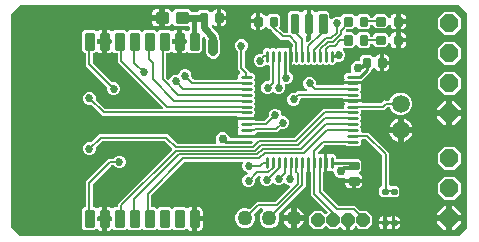
<source format=gtl>
G04 EAGLE Gerber RS-274X export*
G75*
%MOMM*%
%FSLAX34Y34*%
%LPD*%
%INTop Copper*%
%IPPOS*%
%AMOC8*
5,1,8,0,0,1.08239X$1,22.5*%
G01*
%ADD10C,0.254000*%
%ADD11C,0.252000*%
%ADD12C,1.270000*%
%ADD13C,0.253000*%
%ADD14C,0.256000*%
%ADD15C,0.250000*%
%ADD16P,1.649562X8X22.500000*%
%ADD17P,1.209679X8X112.500000*%
%ADD18C,1.500000*%
%ADD19C,0.685800*%
%ADD20C,0.406400*%
%ADD21C,0.609600*%
%ADD22C,0.152400*%
%ADD23C,0.755600*%
%ADD24C,0.304800*%
%ADD25C,0.812800*%

G36*
X420269Y54623D02*
X420269Y54623D01*
X420368Y54626D01*
X420426Y54643D01*
X420486Y54651D01*
X420578Y54687D01*
X420674Y54715D01*
X420726Y54745D01*
X420782Y54768D01*
X420862Y54826D01*
X420947Y54876D01*
X421023Y54942D01*
X421039Y54954D01*
X421047Y54964D01*
X421068Y54982D01*
X427618Y61532D01*
X427678Y61610D01*
X427746Y61682D01*
X427775Y61735D01*
X427812Y61783D01*
X427852Y61874D01*
X427900Y61961D01*
X427915Y62019D01*
X427939Y62075D01*
X427954Y62173D01*
X427979Y62268D01*
X427985Y62369D01*
X427989Y62389D01*
X427987Y62401D01*
X427989Y62429D01*
X427989Y242371D01*
X427977Y242469D01*
X427974Y242568D01*
X427957Y242626D01*
X427949Y242686D01*
X427913Y242778D01*
X427885Y242874D01*
X427855Y242926D01*
X427832Y242982D01*
X427774Y243062D01*
X427724Y243147D01*
X427658Y243223D01*
X427646Y243239D01*
X427636Y243247D01*
X427618Y243268D01*
X421068Y249818D01*
X420990Y249878D01*
X420918Y249946D01*
X420865Y249975D01*
X420817Y250012D01*
X420726Y250052D01*
X420639Y250100D01*
X420581Y250115D01*
X420525Y250139D01*
X420427Y250154D01*
X420332Y250179D01*
X420231Y250185D01*
X420211Y250189D01*
X420199Y250187D01*
X420171Y250189D01*
X49729Y250189D01*
X49631Y250177D01*
X49532Y250174D01*
X49474Y250157D01*
X49414Y250149D01*
X49322Y250113D01*
X49226Y250085D01*
X49174Y250055D01*
X49118Y250032D01*
X49038Y249974D01*
X48953Y249924D01*
X48877Y249858D01*
X48861Y249846D01*
X48853Y249836D01*
X48832Y249818D01*
X42282Y243268D01*
X42222Y243190D01*
X42154Y243118D01*
X42125Y243065D01*
X42088Y243017D01*
X42048Y242926D01*
X42000Y242839D01*
X41985Y242781D01*
X41961Y242725D01*
X41946Y242627D01*
X41921Y242531D01*
X41915Y242431D01*
X41911Y242411D01*
X41913Y242399D01*
X41911Y242371D01*
X41911Y62429D01*
X41923Y62331D01*
X41926Y62232D01*
X41943Y62174D01*
X41951Y62114D01*
X41987Y62022D01*
X42015Y61926D01*
X42045Y61874D01*
X42068Y61818D01*
X42126Y61738D01*
X42176Y61653D01*
X42242Y61577D01*
X42254Y61561D01*
X42264Y61553D01*
X42282Y61532D01*
X48832Y54982D01*
X48910Y54922D01*
X48982Y54854D01*
X49035Y54825D01*
X49083Y54788D01*
X49174Y54748D01*
X49261Y54700D01*
X49319Y54685D01*
X49375Y54661D01*
X49473Y54646D01*
X49569Y54621D01*
X49669Y54615D01*
X49689Y54611D01*
X49701Y54613D01*
X49729Y54611D01*
X420171Y54611D01*
X420269Y54623D01*
G37*
%LPC*%
G36*
X122899Y59422D02*
X122899Y59422D01*
X122899Y67213D01*
X125548Y67213D01*
X125666Y67228D01*
X125785Y67236D01*
X125823Y67248D01*
X125864Y67253D01*
X125974Y67297D01*
X126087Y67334D01*
X126122Y67355D01*
X126159Y67370D01*
X126255Y67440D01*
X126356Y67504D01*
X126384Y67533D01*
X126417Y67557D01*
X126493Y67649D01*
X126574Y67735D01*
X126594Y67771D01*
X126619Y67802D01*
X126670Y67910D01*
X126728Y68014D01*
X126738Y68053D01*
X126755Y68090D01*
X126777Y68206D01*
X126807Y68322D01*
X126811Y68382D01*
X126815Y68402D01*
X126813Y68422D01*
X126817Y68482D01*
X126817Y70443D01*
X126802Y70561D01*
X126795Y70679D01*
X126782Y70718D01*
X126777Y70758D01*
X126734Y70869D01*
X126697Y70982D01*
X126675Y71016D01*
X126660Y71054D01*
X126591Y71150D01*
X126527Y71251D01*
X126497Y71278D01*
X126474Y71311D01*
X126382Y71387D01*
X126295Y71469D01*
X126260Y71488D01*
X126229Y71514D01*
X126121Y71565D01*
X126017Y71622D01*
X125977Y71632D01*
X125941Y71649D01*
X125824Y71672D01*
X125709Y71702D01*
X125649Y71705D01*
X125629Y71709D01*
X125608Y71708D01*
X125548Y71712D01*
X122899Y71712D01*
X122899Y79503D01*
X124390Y79503D01*
X125357Y79244D01*
X126224Y78744D01*
X126462Y78506D01*
X126556Y78433D01*
X126645Y78354D01*
X126681Y78336D01*
X126713Y78311D01*
X126822Y78264D01*
X126928Y78209D01*
X126968Y78201D01*
X127005Y78185D01*
X127122Y78166D01*
X127239Y78140D01*
X127279Y78141D01*
X127319Y78135D01*
X127437Y78146D01*
X127556Y78149D01*
X127595Y78161D01*
X127636Y78165D01*
X127748Y78205D01*
X127862Y78238D01*
X127897Y78258D01*
X127935Y78272D01*
X128033Y78339D01*
X128136Y78399D01*
X128181Y78439D01*
X128198Y78451D01*
X128211Y78466D01*
X128257Y78506D01*
X128746Y78995D01*
X130874Y78995D01*
X130992Y79010D01*
X131110Y79018D01*
X131149Y79030D01*
X131189Y79035D01*
X131300Y79079D01*
X131413Y79116D01*
X131447Y79137D01*
X131485Y79152D01*
X131581Y79222D01*
X131682Y79286D01*
X131709Y79315D01*
X131742Y79339D01*
X131818Y79431D01*
X131900Y79517D01*
X131919Y79553D01*
X131945Y79584D01*
X131996Y79692D01*
X132053Y79796D01*
X132063Y79835D01*
X132080Y79872D01*
X132103Y79988D01*
X132133Y80104D01*
X132136Y80164D01*
X132140Y80184D01*
X132139Y80204D01*
X132143Y80264D01*
X132143Y82120D01*
X177713Y127690D01*
X177786Y127784D01*
X177864Y127873D01*
X177883Y127909D01*
X177908Y127941D01*
X177955Y128051D01*
X178009Y128157D01*
X178018Y128196D01*
X178034Y128233D01*
X178053Y128351D01*
X178079Y128467D01*
X178077Y128507D01*
X178084Y128547D01*
X178073Y128666D01*
X178069Y128785D01*
X178058Y128824D01*
X178054Y128864D01*
X178014Y128976D01*
X177981Y129090D01*
X177960Y129125D01*
X177946Y129163D01*
X177879Y129262D01*
X177819Y129364D01*
X177779Y129409D01*
X177768Y129426D01*
X177753Y129440D01*
X177713Y129485D01*
X172252Y134946D01*
X172173Y135007D01*
X172101Y135075D01*
X172048Y135104D01*
X172000Y135141D01*
X171909Y135180D01*
X171823Y135228D01*
X171764Y135243D01*
X171709Y135267D01*
X171611Y135283D01*
X171515Y135308D01*
X171415Y135314D01*
X171394Y135317D01*
X171382Y135316D01*
X171354Y135318D01*
X119158Y135318D01*
X119060Y135305D01*
X118961Y135302D01*
X118903Y135286D01*
X118843Y135278D01*
X118751Y135241D01*
X118656Y135214D01*
X118603Y135183D01*
X118547Y135161D01*
X118467Y135103D01*
X118382Y135052D01*
X118306Y134986D01*
X118290Y134974D01*
X118282Y134965D01*
X118261Y134946D01*
X113783Y130469D01*
X113723Y130390D01*
X113655Y130318D01*
X113626Y130265D01*
X113589Y130217D01*
X113549Y130126D01*
X113501Y130040D01*
X113486Y129981D01*
X113462Y129926D01*
X113447Y129828D01*
X113422Y129732D01*
X113416Y129632D01*
X113412Y129611D01*
X113414Y129599D01*
X113412Y129571D01*
X113412Y127501D01*
X112580Y125494D01*
X111044Y123957D01*
X109036Y123126D01*
X106864Y123126D01*
X104856Y123957D01*
X103320Y125494D01*
X102488Y127501D01*
X102488Y129674D01*
X103320Y131681D01*
X104856Y133218D01*
X106864Y134049D01*
X108934Y134049D01*
X109032Y134062D01*
X109131Y134065D01*
X109189Y134081D01*
X109249Y134089D01*
X109341Y134126D01*
X109436Y134153D01*
X109489Y134184D01*
X109545Y134206D01*
X109625Y134264D01*
X109710Y134315D01*
X109786Y134381D01*
X109802Y134393D01*
X109810Y134402D01*
X109831Y134421D01*
X116317Y140907D01*
X174195Y140907D01*
X181761Y133341D01*
X181839Y133281D01*
X181911Y133213D01*
X181964Y133184D01*
X182012Y133147D01*
X182103Y133107D01*
X182190Y133059D01*
X182248Y133044D01*
X182304Y133020D01*
X182402Y133005D01*
X182498Y132980D01*
X182598Y132974D01*
X182618Y132970D01*
X182630Y132972D01*
X182658Y132970D01*
X214275Y132970D01*
X214324Y132976D01*
X214374Y132974D01*
X214481Y132996D01*
X214590Y133010D01*
X214637Y133028D01*
X214685Y133038D01*
X214784Y133086D01*
X214886Y133127D01*
X214926Y133156D01*
X214971Y133178D01*
X215054Y133249D01*
X215143Y133313D01*
X215175Y133352D01*
X215213Y133384D01*
X215276Y133474D01*
X215346Y133558D01*
X215367Y133603D01*
X215396Y133644D01*
X215435Y133747D01*
X215482Y133846D01*
X215491Y133895D01*
X215509Y133941D01*
X215521Y134051D01*
X215542Y134158D01*
X215538Y134208D01*
X215544Y134257D01*
X215529Y134366D01*
X215522Y134476D01*
X215507Y134523D01*
X215500Y134572D01*
X215448Y134725D01*
X214852Y136163D01*
X214852Y138475D01*
X215736Y140610D01*
X217371Y142245D01*
X219507Y143129D01*
X221818Y143129D01*
X223954Y142245D01*
X225589Y140610D01*
X226458Y138511D01*
X226473Y138486D01*
X226482Y138458D01*
X226551Y138348D01*
X226616Y138235D01*
X226636Y138214D01*
X226652Y138189D01*
X226747Y138100D01*
X226837Y138007D01*
X226862Y137991D01*
X226884Y137971D01*
X226997Y137908D01*
X227108Y137840D01*
X227136Y137832D01*
X227162Y137817D01*
X227288Y137785D01*
X227412Y137747D01*
X227441Y137745D01*
X227470Y137738D01*
X227631Y137728D01*
X231940Y137728D01*
X232058Y137743D01*
X232177Y137750D01*
X232215Y137763D01*
X232256Y137768D01*
X232366Y137811D01*
X232479Y137848D01*
X232514Y137870D01*
X232551Y137885D01*
X232647Y137954D01*
X232748Y138018D01*
X232776Y138048D01*
X232809Y138071D01*
X232878Y138156D01*
X240750Y138156D01*
X248326Y138156D01*
X248332Y138140D01*
X248381Y138003D01*
X248389Y137992D01*
X248394Y137979D01*
X248478Y137860D01*
X248560Y137740D01*
X248570Y137731D01*
X248578Y137720D01*
X248689Y137626D01*
X248798Y137529D01*
X248810Y137523D01*
X248820Y137514D01*
X248951Y137451D01*
X249081Y137385D01*
X249095Y137382D01*
X249107Y137376D01*
X249250Y137347D01*
X249392Y137315D01*
X249405Y137315D01*
X249418Y137313D01*
X249565Y137320D01*
X249710Y137325D01*
X249722Y137328D01*
X249736Y137329D01*
X249875Y137373D01*
X250015Y137413D01*
X250027Y137420D01*
X250040Y137424D01*
X250163Y137500D01*
X250289Y137575D01*
X250303Y137587D01*
X250310Y137591D01*
X250322Y137603D01*
X250410Y137681D01*
X250461Y137732D01*
X280892Y137732D01*
X280990Y137745D01*
X281089Y137748D01*
X281147Y137764D01*
X281207Y137772D01*
X281299Y137809D01*
X281394Y137836D01*
X281447Y137867D01*
X281503Y137889D01*
X281583Y137947D01*
X281668Y137998D01*
X281744Y138064D01*
X281760Y138076D01*
X281768Y138085D01*
X281789Y138104D01*
X305905Y162220D01*
X322448Y162220D01*
X322566Y162235D01*
X322685Y162242D01*
X322723Y162255D01*
X322764Y162260D01*
X322874Y162303D01*
X322987Y162340D01*
X323022Y162362D01*
X323059Y162377D01*
X323155Y162446D01*
X323256Y162510D01*
X323284Y162540D01*
X323317Y162563D01*
X323393Y162655D01*
X323474Y162742D01*
X323494Y162777D01*
X323519Y162808D01*
X323570Y162916D01*
X323628Y163020D01*
X323638Y163060D01*
X323655Y163096D01*
X323677Y163213D01*
X323707Y163328D01*
X323711Y163388D01*
X323715Y163408D01*
X323713Y163429D01*
X323717Y163489D01*
X323717Y165809D01*
X323731Y165827D01*
X323806Y165910D01*
X323828Y165952D01*
X323857Y165989D01*
X323902Y166092D01*
X323954Y166192D01*
X323965Y166238D01*
X323983Y166281D01*
X324001Y166392D01*
X324027Y166501D01*
X324026Y166549D01*
X324033Y166595D01*
X324023Y166707D01*
X324021Y166819D01*
X324008Y166865D01*
X324004Y166912D01*
X323965Y167018D01*
X323935Y167126D01*
X323903Y167191D01*
X323896Y167211D01*
X323886Y167226D01*
X323864Y167270D01*
X323469Y167954D01*
X323415Y168156D01*
X330750Y168156D01*
X338268Y168156D01*
X338301Y168069D01*
X338339Y167950D01*
X338357Y167921D01*
X338370Y167890D01*
X338442Y167787D01*
X338510Y167681D01*
X338534Y167658D01*
X338554Y167630D01*
X338650Y167549D01*
X338741Y167463D01*
X338771Y167447D01*
X338796Y167425D01*
X338910Y167370D01*
X339020Y167309D01*
X339052Y167301D01*
X339083Y167286D01*
X339206Y167261D01*
X339328Y167230D01*
X339377Y167227D01*
X339394Y167223D01*
X339416Y167224D01*
X339488Y167220D01*
X354709Y167220D01*
X354776Y167228D01*
X354844Y167227D01*
X354933Y167248D01*
X355025Y167260D01*
X355087Y167284D01*
X355153Y167300D01*
X355235Y167343D01*
X355320Y167377D01*
X355375Y167416D01*
X355435Y167448D01*
X355561Y167548D01*
X356825Y168692D01*
X356836Y168705D01*
X356871Y168735D01*
X357676Y169541D01*
X358813Y169484D01*
X358831Y169485D01*
X358877Y169482D01*
X361466Y169482D01*
X361496Y169486D01*
X361525Y169484D01*
X361653Y169506D01*
X361782Y169522D01*
X361809Y169533D01*
X361838Y169538D01*
X361957Y169591D01*
X362078Y169639D01*
X362101Y169656D01*
X362128Y169669D01*
X362230Y169750D01*
X362335Y169826D01*
X362354Y169849D01*
X362377Y169867D01*
X362455Y169971D01*
X362538Y170071D01*
X362550Y170098D01*
X362568Y170121D01*
X362639Y170266D01*
X363394Y172087D01*
X366075Y174769D01*
X369579Y176220D01*
X373371Y176220D01*
X376875Y174769D01*
X379556Y172087D01*
X381008Y168584D01*
X381008Y164791D01*
X379556Y161288D01*
X376875Y158606D01*
X373371Y157155D01*
X369579Y157155D01*
X366075Y158606D01*
X363394Y161288D01*
X362639Y163109D01*
X362624Y163135D01*
X362615Y163163D01*
X362546Y163273D01*
X362481Y163385D01*
X362461Y163407D01*
X362445Y163432D01*
X362350Y163521D01*
X362260Y163614D01*
X362235Y163629D01*
X362214Y163650D01*
X362100Y163712D01*
X361989Y163780D01*
X361961Y163789D01*
X361935Y163803D01*
X361809Y163836D01*
X361685Y163874D01*
X361656Y163875D01*
X361627Y163883D01*
X361466Y163893D01*
X360341Y163893D01*
X360274Y163884D01*
X360206Y163886D01*
X360117Y163864D01*
X360025Y163853D01*
X359963Y163828D01*
X359897Y163813D01*
X359815Y163770D01*
X359730Y163736D01*
X359675Y163696D01*
X359615Y163665D01*
X359489Y163565D01*
X358225Y162421D01*
X358214Y162407D01*
X358179Y162377D01*
X357374Y161572D01*
X356237Y161629D01*
X356219Y161627D01*
X356173Y161630D01*
X339052Y161630D01*
X338934Y161615D01*
X338815Y161608D01*
X338777Y161595D01*
X338736Y161590D01*
X338626Y161547D01*
X338513Y161510D01*
X338478Y161488D01*
X338441Y161473D01*
X338345Y161404D01*
X338244Y161340D01*
X338216Y161310D01*
X338183Y161287D01*
X338107Y161195D01*
X338026Y161108D01*
X338006Y161073D01*
X337981Y161042D01*
X337930Y160934D01*
X337872Y160830D01*
X337862Y160790D01*
X337845Y160754D01*
X337823Y160637D01*
X337793Y160522D01*
X337789Y160462D01*
X337785Y160442D01*
X337787Y160421D01*
X337783Y160361D01*
X337783Y158057D01*
X337548Y157822D01*
X337475Y157728D01*
X337397Y157639D01*
X337378Y157603D01*
X337353Y157571D01*
X337306Y157462D01*
X337252Y157356D01*
X337243Y157316D01*
X337227Y157279D01*
X337208Y157162D01*
X337182Y157046D01*
X337183Y157005D01*
X337177Y156965D01*
X337188Y156846D01*
X337192Y156728D01*
X337203Y156689D01*
X337207Y156649D01*
X337247Y156536D01*
X337280Y156422D01*
X337301Y156387D01*
X337315Y156349D01*
X337381Y156251D01*
X337442Y156148D01*
X337482Y156103D01*
X337493Y156086D01*
X337508Y156073D01*
X337548Y156027D01*
X337783Y155793D01*
X337783Y153057D01*
X337548Y152822D01*
X337475Y152728D01*
X337397Y152639D01*
X337378Y152603D01*
X337353Y152571D01*
X337306Y152462D01*
X337252Y152356D01*
X337243Y152316D01*
X337227Y152279D01*
X337208Y152162D01*
X337182Y152046D01*
X337183Y152005D01*
X337177Y151965D01*
X337188Y151846D01*
X337192Y151728D01*
X337203Y151689D01*
X337207Y151649D01*
X337247Y151536D01*
X337280Y151422D01*
X337301Y151387D01*
X337315Y151349D01*
X337381Y151251D01*
X337442Y151148D01*
X337482Y151103D01*
X337493Y151086D01*
X337508Y151073D01*
X337548Y151027D01*
X337783Y150793D01*
X337783Y148057D01*
X337548Y147822D01*
X337475Y147728D01*
X337397Y147639D01*
X337378Y147603D01*
X337353Y147571D01*
X337306Y147462D01*
X337252Y147356D01*
X337243Y147316D01*
X337227Y147279D01*
X337208Y147162D01*
X337182Y147046D01*
X337183Y147005D01*
X337177Y146965D01*
X337188Y146846D01*
X337192Y146728D01*
X337203Y146689D01*
X337207Y146649D01*
X337247Y146536D01*
X337280Y146422D01*
X337301Y146387D01*
X337315Y146349D01*
X337381Y146251D01*
X337442Y146148D01*
X337482Y146103D01*
X337493Y146086D01*
X337508Y146073D01*
X337548Y146027D01*
X337783Y145793D01*
X337783Y143489D01*
X337798Y143370D01*
X337805Y143252D01*
X337818Y143214D01*
X337823Y143173D01*
X337866Y143063D01*
X337903Y142950D01*
X337925Y142915D01*
X337940Y142878D01*
X338009Y142782D01*
X338073Y142681D01*
X338103Y142653D01*
X338126Y142620D01*
X338218Y142544D01*
X338305Y142463D01*
X338340Y142443D01*
X338371Y142418D01*
X338479Y142367D01*
X338583Y142309D01*
X338623Y142299D01*
X338659Y142282D01*
X338776Y142260D01*
X338891Y142230D01*
X338951Y142226D01*
X338971Y142222D01*
X338992Y142224D01*
X339052Y142220D01*
X344333Y142220D01*
X361570Y124983D01*
X361570Y98677D01*
X361585Y98559D01*
X361592Y98440D01*
X361605Y98402D01*
X361610Y98361D01*
X361653Y98251D01*
X361690Y98138D01*
X361712Y98103D01*
X361727Y98066D01*
X361796Y97970D01*
X361860Y97869D01*
X361890Y97841D01*
X361913Y97808D01*
X362005Y97732D01*
X362092Y97651D01*
X362127Y97631D01*
X362158Y97606D01*
X362266Y97555D01*
X362370Y97497D01*
X362410Y97487D01*
X362446Y97470D01*
X362563Y97448D01*
X362678Y97418D01*
X362738Y97414D01*
X362758Y97410D01*
X362779Y97412D01*
X362839Y97408D01*
X368551Y97408D01*
X370483Y95476D01*
X370483Y89774D01*
X368551Y87842D01*
X362849Y87842D01*
X362848Y87844D01*
X362753Y87917D01*
X362664Y87996D01*
X362628Y88014D01*
X362596Y88039D01*
X362487Y88086D01*
X362381Y88140D01*
X362341Y88149D01*
X362304Y88165D01*
X362187Y88184D01*
X362071Y88210D01*
X362030Y88209D01*
X361990Y88215D01*
X361872Y88204D01*
X361753Y88200D01*
X361714Y88189D01*
X361674Y88185D01*
X361561Y88145D01*
X361447Y88112D01*
X361413Y88091D01*
X361374Y88078D01*
X361276Y88011D01*
X361173Y87950D01*
X361128Y87910D01*
X361111Y87899D01*
X361098Y87884D01*
X361053Y87844D01*
X361051Y87842D01*
X355349Y87842D01*
X353417Y89774D01*
X353417Y95476D01*
X355609Y97667D01*
X355669Y97745D01*
X355737Y97818D01*
X355766Y97871D01*
X355803Y97918D01*
X355843Y98009D01*
X355891Y98096D01*
X355906Y98155D01*
X355930Y98210D01*
X355945Y98308D01*
X355970Y98404D01*
X355976Y98504D01*
X355980Y98524D01*
X355978Y98537D01*
X355980Y98565D01*
X355980Y122142D01*
X355968Y122240D01*
X355965Y122339D01*
X355948Y122397D01*
X355940Y122457D01*
X355904Y122549D01*
X355876Y122644D01*
X355846Y122697D01*
X355823Y122753D01*
X355765Y122833D01*
X355715Y122918D01*
X355649Y122994D01*
X355637Y123010D01*
X355627Y123018D01*
X355609Y123039D01*
X342389Y136259D01*
X342311Y136319D01*
X342239Y136387D01*
X342186Y136416D01*
X342138Y136453D01*
X342047Y136493D01*
X341960Y136541D01*
X341902Y136556D01*
X341846Y136580D01*
X341748Y136595D01*
X341652Y136620D01*
X341552Y136626D01*
X341532Y136630D01*
X341520Y136628D01*
X341492Y136630D01*
X339052Y136630D01*
X338934Y136615D01*
X338815Y136608D01*
X338777Y136595D01*
X338736Y136590D01*
X338626Y136547D01*
X338513Y136510D01*
X338478Y136488D01*
X338441Y136473D01*
X338345Y136404D01*
X338244Y136340D01*
X338216Y136310D01*
X338183Y136287D01*
X338107Y136195D01*
X338026Y136108D01*
X338006Y136073D01*
X337981Y136042D01*
X337930Y135934D01*
X337872Y135830D01*
X337862Y135790D01*
X337845Y135754D01*
X337823Y135637D01*
X337793Y135522D01*
X337789Y135462D01*
X337785Y135442D01*
X337787Y135421D01*
X337783Y135361D01*
X337783Y133057D01*
X335848Y131122D01*
X325652Y131122D01*
X325516Y131259D01*
X325437Y131319D01*
X325365Y131387D01*
X325312Y131416D01*
X325264Y131453D01*
X325173Y131493D01*
X325087Y131541D01*
X325028Y131556D01*
X324973Y131580D01*
X324875Y131595D01*
X324779Y131620D01*
X324679Y131626D01*
X324658Y131630D01*
X324646Y131628D01*
X324618Y131630D01*
X307558Y131630D01*
X307460Y131618D01*
X307361Y131615D01*
X307303Y131598D01*
X307243Y131590D01*
X307151Y131554D01*
X307056Y131526D01*
X307003Y131496D01*
X306947Y131473D01*
X306867Y131415D01*
X306782Y131365D01*
X306706Y131299D01*
X306690Y131287D01*
X306682Y131277D01*
X306661Y131259D01*
X301527Y126124D01*
X301442Y126015D01*
X301353Y125908D01*
X301344Y125889D01*
X301332Y125873D01*
X301276Y125745D01*
X301217Y125620D01*
X301214Y125600D01*
X301206Y125581D01*
X301184Y125443D01*
X301158Y125307D01*
X301159Y125287D01*
X301156Y125267D01*
X301169Y125128D01*
X301177Y124990D01*
X301184Y124971D01*
X301185Y124951D01*
X301233Y124819D01*
X301275Y124688D01*
X301286Y124670D01*
X301293Y124651D01*
X301371Y124536D01*
X301446Y124419D01*
X301460Y124405D01*
X301472Y124388D01*
X301576Y124296D01*
X301677Y124201D01*
X301695Y124191D01*
X301710Y124178D01*
X301834Y124114D01*
X301956Y124047D01*
X301975Y124042D01*
X301993Y124033D01*
X302129Y124003D01*
X302264Y123968D01*
X302292Y123966D01*
X302304Y123963D01*
X302324Y123964D01*
X302424Y123958D01*
X304634Y123958D01*
X304652Y123944D01*
X304735Y123869D01*
X304777Y123847D01*
X304814Y123818D01*
X304917Y123773D01*
X305017Y123721D01*
X305063Y123710D01*
X305106Y123692D01*
X305217Y123674D01*
X305326Y123648D01*
X305374Y123649D01*
X305420Y123642D01*
X305532Y123652D01*
X305644Y123654D01*
X305690Y123667D01*
X305737Y123672D01*
X305843Y123710D01*
X305951Y123740D01*
X306016Y123772D01*
X306036Y123779D01*
X306051Y123789D01*
X306095Y123811D01*
X306779Y124206D01*
X306981Y124260D01*
X306981Y116925D01*
X306981Y109407D01*
X306894Y109374D01*
X306775Y109336D01*
X306746Y109318D01*
X306715Y109305D01*
X306612Y109233D01*
X306506Y109165D01*
X306483Y109141D01*
X306455Y109121D01*
X306374Y109025D01*
X306288Y108934D01*
X306272Y108904D01*
X306250Y108879D01*
X306195Y108765D01*
X306134Y108655D01*
X306126Y108623D01*
X306111Y108592D01*
X306086Y108469D01*
X306055Y108347D01*
X306052Y108298D01*
X306048Y108281D01*
X306049Y108259D01*
X306045Y108187D01*
X306045Y93721D01*
X306057Y93623D01*
X306060Y93524D01*
X306077Y93465D01*
X306085Y93405D01*
X306121Y93313D01*
X306149Y93218D01*
X306179Y93166D01*
X306202Y93110D01*
X306260Y93030D01*
X306310Y92944D01*
X306376Y92869D01*
X306388Y92852D01*
X306398Y92845D01*
X306416Y92823D01*
X318286Y80954D01*
X318364Y80893D01*
X318436Y80825D01*
X318489Y80796D01*
X318537Y80759D01*
X318628Y80720D01*
X318715Y80672D01*
X318773Y80657D01*
X318829Y80633D01*
X318927Y80617D01*
X319023Y80592D01*
X319123Y80586D01*
X319143Y80583D01*
X319155Y80584D01*
X319183Y80582D01*
X332945Y80582D01*
X337272Y76255D01*
X337351Y76194D01*
X337423Y76126D01*
X337476Y76097D01*
X337524Y76060D01*
X337615Y76021D01*
X337701Y75973D01*
X337760Y75958D01*
X337815Y75934D01*
X337913Y75918D01*
X338009Y75893D01*
X338109Y75887D01*
X338130Y75884D01*
X338142Y75885D01*
X338170Y75883D01*
X342882Y75883D01*
X347346Y71419D01*
X347346Y65106D01*
X342882Y60642D01*
X336568Y60642D01*
X334632Y62578D01*
X334538Y62652D01*
X334448Y62730D01*
X334412Y62749D01*
X334380Y62773D01*
X334271Y62821D01*
X334165Y62875D01*
X334126Y62884D01*
X334089Y62900D01*
X333971Y62918D01*
X333855Y62944D01*
X333815Y62943D01*
X333774Y62950D01*
X333656Y62938D01*
X333537Y62935D01*
X333498Y62924D01*
X333458Y62920D01*
X333346Y62879D01*
X333231Y62846D01*
X333197Y62826D01*
X333159Y62812D01*
X333060Y62745D01*
X332958Y62685D01*
X332912Y62645D01*
X332895Y62634D01*
X332882Y62618D01*
X332837Y62578D01*
X330392Y60134D01*
X328548Y60134D01*
X328548Y68008D01*
X328533Y68127D01*
X328526Y68245D01*
X328513Y68284D01*
X328508Y68324D01*
X328465Y68435D01*
X328428Y68548D01*
X328406Y68582D01*
X328391Y68620D01*
X328322Y68716D01*
X328258Y68816D01*
X328228Y68844D01*
X328205Y68877D01*
X328113Y68953D01*
X328026Y69034D01*
X327991Y69054D01*
X327960Y69080D01*
X327852Y69130D01*
X327748Y69188D01*
X327708Y69198D01*
X327672Y69215D01*
X327555Y69238D01*
X327440Y69267D01*
X327380Y69271D01*
X327360Y69275D01*
X327339Y69274D01*
X327279Y69278D01*
X326771Y69278D01*
X326653Y69263D01*
X326534Y69255D01*
X326496Y69243D01*
X326455Y69238D01*
X326345Y69194D01*
X326232Y69157D01*
X326197Y69136D01*
X326160Y69121D01*
X326063Y69051D01*
X325963Y68987D01*
X325935Y68958D01*
X325902Y68934D01*
X325826Y68842D01*
X325745Y68755D01*
X325725Y68720D01*
X325700Y68689D01*
X325649Y68581D01*
X325591Y68477D01*
X325581Y68438D01*
X325564Y68401D01*
X325542Y68284D01*
X325512Y68169D01*
X325508Y68109D01*
X325504Y68089D01*
X325506Y68068D01*
X325502Y68008D01*
X325502Y60134D01*
X323658Y60134D01*
X321213Y62578D01*
X321119Y62652D01*
X321030Y62730D01*
X320994Y62749D01*
X320962Y62773D01*
X320853Y62821D01*
X320747Y62875D01*
X320707Y62884D01*
X320670Y62900D01*
X320552Y62918D01*
X320436Y62944D01*
X320396Y62943D01*
X320356Y62950D01*
X320237Y62938D01*
X320119Y62935D01*
X320080Y62924D01*
X320039Y62920D01*
X319927Y62879D01*
X319813Y62846D01*
X319778Y62826D01*
X319740Y62812D01*
X319641Y62745D01*
X319539Y62685D01*
X319494Y62645D01*
X319477Y62634D01*
X319464Y62618D01*
X319418Y62578D01*
X317482Y60642D01*
X311168Y60642D01*
X308873Y62938D01*
X308778Y63011D01*
X308689Y63089D01*
X308653Y63108D01*
X308621Y63133D01*
X308512Y63180D01*
X308406Y63234D01*
X308367Y63243D01*
X308329Y63259D01*
X308212Y63278D01*
X308096Y63304D01*
X308055Y63302D01*
X308015Y63309D01*
X307897Y63298D01*
X307778Y63294D01*
X307739Y63283D01*
X307699Y63279D01*
X307586Y63239D01*
X307472Y63206D01*
X307438Y63185D01*
X307399Y63171D01*
X307301Y63105D01*
X307198Y63044D01*
X307153Y63004D01*
X307136Y62993D01*
X307123Y62978D01*
X307078Y62938D01*
X304782Y60642D01*
X298468Y60642D01*
X294004Y65106D01*
X294004Y71419D01*
X298468Y75883D01*
X304782Y75883D01*
X307078Y73587D01*
X307172Y73514D01*
X307261Y73436D01*
X307297Y73417D01*
X307329Y73392D01*
X307438Y73345D01*
X307544Y73291D01*
X307584Y73282D01*
X307621Y73266D01*
X307738Y73247D01*
X307854Y73221D01*
X307895Y73223D01*
X307935Y73216D01*
X308054Y73227D01*
X308172Y73231D01*
X308211Y73242D01*
X308251Y73246D01*
X308363Y73286D01*
X308478Y73319D01*
X308513Y73340D01*
X308551Y73354D01*
X308649Y73421D01*
X308752Y73481D01*
X308797Y73521D01*
X308814Y73532D01*
X308827Y73548D01*
X308873Y73587D01*
X309238Y73953D01*
X309311Y74047D01*
X309389Y74136D01*
X309408Y74172D01*
X309433Y74204D01*
X309480Y74313D01*
X309534Y74419D01*
X309543Y74459D01*
X309559Y74496D01*
X309578Y74613D01*
X309604Y74729D01*
X309602Y74770D01*
X309609Y74810D01*
X309598Y74928D01*
X309594Y75047D01*
X309583Y75086D01*
X309579Y75126D01*
X309539Y75238D01*
X309506Y75353D01*
X309485Y75388D01*
X309471Y75426D01*
X309404Y75524D01*
X309344Y75627D01*
X309304Y75672D01*
X309293Y75689D01*
X309277Y75702D01*
X309238Y75748D01*
X295455Y89530D01*
X295455Y108187D01*
X295439Y108312D01*
X295430Y108437D01*
X295420Y108469D01*
X295415Y108502D01*
X295369Y108619D01*
X295329Y108738D01*
X295311Y108767D01*
X295298Y108798D01*
X295224Y108900D01*
X295156Y109005D01*
X295131Y109028D01*
X295112Y109055D01*
X295015Y109135D01*
X294922Y109221D01*
X294893Y109237D01*
X294867Y109258D01*
X294753Y109312D01*
X294642Y109371D01*
X294609Y109379D01*
X294579Y109394D01*
X294519Y109405D01*
X294519Y116925D01*
X294504Y117043D01*
X294497Y117162D01*
X294485Y117200D01*
X294480Y117240D01*
X294436Y117351D01*
X294399Y117464D01*
X294377Y117498D01*
X294363Y117536D01*
X294293Y117632D01*
X294229Y117733D01*
X294199Y117761D01*
X294176Y117793D01*
X294084Y117869D01*
X293997Y117951D01*
X293962Y117970D01*
X293931Y117996D01*
X293823Y118047D01*
X293719Y118104D01*
X293680Y118114D01*
X293643Y118132D01*
X293526Y118154D01*
X293411Y118184D01*
X293351Y118188D01*
X293331Y118191D01*
X293330Y118191D01*
X293310Y118190D01*
X293250Y118194D01*
X293132Y118179D01*
X293013Y118172D01*
X292974Y118159D01*
X292934Y118154D01*
X292824Y118110D01*
X292710Y118074D01*
X292676Y118052D01*
X292639Y118037D01*
X292542Y117967D01*
X292442Y117903D01*
X292414Y117874D01*
X292381Y117850D01*
X292305Y117758D01*
X292224Y117672D01*
X292204Y117636D01*
X292178Y117605D01*
X292128Y117498D01*
X292070Y117393D01*
X292060Y117354D01*
X292043Y117318D01*
X292021Y117201D01*
X291991Y117085D01*
X291987Y117025D01*
X291983Y117005D01*
X291984Y116985D01*
X291981Y116925D01*
X291981Y109407D01*
X291894Y109374D01*
X291775Y109336D01*
X291746Y109318D01*
X291715Y109305D01*
X291612Y109233D01*
X291506Y109165D01*
X291483Y109141D01*
X291455Y109121D01*
X291374Y109025D01*
X291288Y108934D01*
X291272Y108904D01*
X291250Y108879D01*
X291195Y108765D01*
X291134Y108655D01*
X291126Y108623D01*
X291111Y108592D01*
X291086Y108469D01*
X291055Y108347D01*
X291052Y108298D01*
X291048Y108281D01*
X291049Y108259D01*
X291045Y108187D01*
X291045Y96592D01*
X268523Y74071D01*
X268505Y74047D01*
X268483Y74028D01*
X268408Y73922D01*
X268328Y73820D01*
X268316Y73792D01*
X268299Y73768D01*
X268254Y73647D01*
X268202Y73528D01*
X268197Y73499D01*
X268187Y73471D01*
X268172Y73342D01*
X268152Y73214D01*
X268155Y73184D01*
X268152Y73155D01*
X268170Y73026D01*
X268182Y72897D01*
X268192Y72869D01*
X268196Y72840D01*
X268248Y72688D01*
X268733Y71517D01*
X268733Y68183D01*
X267457Y65102D01*
X265098Y62743D01*
X262017Y61467D01*
X258683Y61467D01*
X255602Y62743D01*
X253243Y65102D01*
X251967Y68183D01*
X251967Y71517D01*
X253243Y74598D01*
X254646Y76001D01*
X254731Y76111D01*
X254820Y76218D01*
X254829Y76236D01*
X254841Y76252D01*
X254896Y76380D01*
X254955Y76506D01*
X254959Y76525D01*
X254967Y76544D01*
X254989Y76682D01*
X255015Y76818D01*
X255014Y76838D01*
X255017Y76858D01*
X255004Y76997D01*
X254996Y77135D01*
X254989Y77155D01*
X254987Y77175D01*
X254940Y77306D01*
X254897Y77438D01*
X254887Y77455D01*
X254880Y77474D01*
X254802Y77589D01*
X254727Y77707D01*
X254713Y77721D01*
X254701Y77737D01*
X254597Y77829D01*
X254496Y77925D01*
X254478Y77934D01*
X254463Y77948D01*
X254339Y78011D01*
X254217Y78078D01*
X254198Y78083D01*
X254180Y78092D01*
X254044Y78123D01*
X253909Y78158D01*
X253881Y78159D01*
X253869Y78162D01*
X253849Y78161D01*
X253749Y78168D01*
X252508Y78168D01*
X252410Y78155D01*
X252311Y78152D01*
X252253Y78136D01*
X252193Y78128D01*
X252101Y78091D01*
X252006Y78064D01*
X251953Y78033D01*
X251897Y78011D01*
X251817Y77953D01*
X251732Y77902D01*
X251656Y77836D01*
X251640Y77824D01*
X251632Y77815D01*
X251611Y77796D01*
X247886Y74071D01*
X247868Y74047D01*
X247845Y74028D01*
X247770Y73922D01*
X247691Y73820D01*
X247679Y73792D01*
X247662Y73768D01*
X247616Y73647D01*
X247564Y73528D01*
X247560Y73499D01*
X247549Y73471D01*
X247535Y73342D01*
X247515Y73214D01*
X247517Y73184D01*
X247514Y73155D01*
X247532Y73026D01*
X247544Y72897D01*
X247554Y72869D01*
X247558Y72840D01*
X247611Y72688D01*
X248095Y71517D01*
X248095Y68183D01*
X246819Y65102D01*
X244461Y62743D01*
X241380Y61467D01*
X238045Y61467D01*
X234964Y62743D01*
X232606Y65102D01*
X231330Y68183D01*
X231330Y71517D01*
X232606Y74598D01*
X234964Y76957D01*
X238045Y78233D01*
X241380Y78233D01*
X242550Y77748D01*
X242579Y77740D01*
X242605Y77727D01*
X242732Y77698D01*
X242857Y77664D01*
X242886Y77664D01*
X242915Y77657D01*
X243045Y77661D01*
X243175Y77659D01*
X243204Y77666D01*
X243233Y77667D01*
X243358Y77703D01*
X243484Y77733D01*
X243510Y77747D01*
X243539Y77755D01*
X243650Y77821D01*
X243765Y77882D01*
X243787Y77902D01*
X243812Y77917D01*
X243933Y78023D01*
X249667Y83757D01*
X265017Y83757D01*
X265115Y83770D01*
X265214Y83773D01*
X265272Y83789D01*
X265332Y83797D01*
X265424Y83834D01*
X265519Y83861D01*
X265572Y83892D01*
X265628Y83914D01*
X265708Y83972D01*
X265793Y84023D01*
X265869Y84089D01*
X265885Y84101D01*
X265893Y84110D01*
X265914Y84129D01*
X277352Y95567D01*
X277383Y95606D01*
X277419Y95640D01*
X277480Y95731D01*
X277547Y95818D01*
X277567Y95864D01*
X277594Y95905D01*
X277630Y96009D01*
X277673Y96110D01*
X277681Y96159D01*
X277697Y96206D01*
X277706Y96315D01*
X277723Y96424D01*
X277719Y96474D01*
X277722Y96523D01*
X277704Y96631D01*
X277693Y96741D01*
X277677Y96788D01*
X277668Y96836D01*
X277623Y96937D01*
X277586Y97040D01*
X277558Y97081D01*
X277537Y97126D01*
X277469Y97212D01*
X277407Y97303D01*
X277370Y97336D01*
X277339Y97375D01*
X277251Y97441D01*
X277169Y97514D01*
X277125Y97536D01*
X277085Y97566D01*
X276940Y97637D01*
X274719Y98557D01*
X273948Y99328D01*
X273854Y99401D01*
X273764Y99480D01*
X273728Y99499D01*
X273696Y99523D01*
X273587Y99571D01*
X273481Y99625D01*
X273442Y99634D01*
X273404Y99650D01*
X273287Y99668D01*
X273171Y99694D01*
X273130Y99693D01*
X273090Y99700D01*
X272972Y99688D01*
X272853Y99685D01*
X272814Y99674D01*
X272774Y99670D01*
X272661Y99629D01*
X272547Y99596D01*
X272513Y99576D01*
X272474Y99562D01*
X272376Y99495D01*
X272273Y99435D01*
X272228Y99395D01*
X272211Y99384D01*
X272198Y99368D01*
X272153Y99328D01*
X271381Y98557D01*
X269374Y97726D01*
X267201Y97726D01*
X265194Y98557D01*
X264423Y99328D01*
X264329Y99401D01*
X264239Y99480D01*
X264203Y99499D01*
X264171Y99523D01*
X264062Y99571D01*
X263956Y99625D01*
X263917Y99634D01*
X263879Y99650D01*
X263762Y99668D01*
X263646Y99694D01*
X263605Y99693D01*
X263565Y99700D01*
X263447Y99688D01*
X263328Y99685D01*
X263289Y99674D01*
X263249Y99670D01*
X263136Y99629D01*
X263022Y99596D01*
X262988Y99576D01*
X262949Y99562D01*
X262851Y99495D01*
X262748Y99435D01*
X262703Y99395D01*
X262686Y99384D01*
X262673Y99368D01*
X262628Y99328D01*
X261063Y97763D01*
X259055Y96932D01*
X256882Y96932D01*
X254875Y97763D01*
X253338Y99300D01*
X252507Y101307D01*
X252507Y103480D01*
X252743Y104050D01*
X252761Y104117D01*
X252789Y104181D01*
X252803Y104270D01*
X252827Y104357D01*
X252828Y104426D01*
X252839Y104495D01*
X252831Y104585D01*
X252832Y104675D01*
X252816Y104742D01*
X252809Y104812D01*
X252779Y104896D01*
X252758Y104984D01*
X252725Y105046D01*
X252702Y105111D01*
X252651Y105185D01*
X252609Y105265D01*
X252562Y105317D01*
X252523Y105374D01*
X252456Y105434D01*
X252395Y105500D01*
X252337Y105539D01*
X252285Y105585D01*
X252205Y105626D01*
X252129Y105675D01*
X252063Y105698D01*
X252001Y105729D01*
X251914Y105749D01*
X251829Y105778D01*
X251759Y105784D01*
X251691Y105799D01*
X251601Y105796D01*
X251512Y105803D01*
X251443Y105791D01*
X251373Y105789D01*
X251287Y105764D01*
X251198Y105749D01*
X251135Y105720D01*
X251068Y105701D01*
X250990Y105655D01*
X250908Y105618D01*
X250854Y105575D01*
X250794Y105539D01*
X250673Y105433D01*
X248721Y103481D01*
X248660Y103403D01*
X248592Y103331D01*
X248563Y103278D01*
X248526Y103230D01*
X248487Y103139D01*
X248439Y103052D01*
X248424Y102994D01*
X248400Y102938D01*
X248384Y102840D01*
X248359Y102744D01*
X248353Y102644D01*
X248350Y102624D01*
X248351Y102612D01*
X248349Y102584D01*
X248349Y100514D01*
X247518Y98506D01*
X245981Y96970D01*
X243974Y96138D01*
X241801Y96138D01*
X239794Y96970D01*
X238257Y98506D01*
X237426Y100514D01*
X237426Y102686D01*
X238257Y104694D01*
X239794Y106230D01*
X241115Y106777D01*
X241235Y106846D01*
X241358Y106911D01*
X241373Y106925D01*
X241391Y106935D01*
X241491Y107032D01*
X241594Y107125D01*
X241605Y107142D01*
X241619Y107156D01*
X241692Y107275D01*
X241768Y107391D01*
X241775Y107410D01*
X241785Y107427D01*
X241826Y107560D01*
X241872Y107692D01*
X241873Y107712D01*
X241879Y107731D01*
X241886Y107870D01*
X241897Y108009D01*
X241893Y108029D01*
X241894Y108049D01*
X241866Y108185D01*
X241842Y108322D01*
X241834Y108341D01*
X241830Y108360D01*
X241769Y108485D01*
X241712Y108612D01*
X241699Y108628D01*
X241690Y108646D01*
X241600Y108752D01*
X241513Y108860D01*
X241497Y108873D01*
X241484Y108888D01*
X241370Y108968D01*
X241259Y109052D01*
X241234Y109064D01*
X241224Y109071D01*
X241205Y109078D01*
X241115Y109123D01*
X239794Y109670D01*
X238257Y111206D01*
X237426Y113214D01*
X237426Y115386D01*
X237721Y116100D01*
X237735Y116148D01*
X237756Y116193D01*
X237776Y116301D01*
X237805Y116407D01*
X237806Y116457D01*
X237816Y116506D01*
X237809Y116615D01*
X237810Y116725D01*
X237799Y116773D01*
X237796Y116823D01*
X237762Y116927D01*
X237736Y117034D01*
X237713Y117078D01*
X237698Y117125D01*
X237639Y117218D01*
X237588Y117315D01*
X237554Y117352D01*
X237528Y117394D01*
X237447Y117469D01*
X237374Y117551D01*
X237332Y117578D01*
X237296Y117612D01*
X237200Y117665D01*
X237108Y117725D01*
X237061Y117742D01*
X237017Y117766D01*
X236911Y117793D01*
X236807Y117829D01*
X236758Y117833D01*
X236710Y117845D01*
X236549Y117855D01*
X189008Y117855D01*
X188910Y117843D01*
X188811Y117840D01*
X188753Y117823D01*
X188693Y117815D01*
X188601Y117779D01*
X188506Y117751D01*
X188453Y117721D01*
X188397Y117698D01*
X188317Y117640D01*
X188232Y117590D01*
X188156Y117524D01*
X188140Y117512D01*
X188132Y117502D01*
X188111Y117484D01*
X160329Y89702D01*
X160268Y89623D01*
X160200Y89551D01*
X160171Y89498D01*
X160134Y89450D01*
X160095Y89359D01*
X160047Y89273D01*
X160032Y89214D01*
X160008Y89159D01*
X159992Y89061D01*
X159967Y88965D01*
X159961Y88865D01*
X159958Y88844D01*
X159959Y88832D01*
X159957Y88804D01*
X159957Y80264D01*
X159972Y80146D01*
X159980Y80028D01*
X159992Y79989D01*
X159997Y79949D01*
X160041Y79838D01*
X160078Y79725D01*
X160099Y79691D01*
X160114Y79653D01*
X160184Y79557D01*
X160248Y79456D01*
X160277Y79429D01*
X160301Y79396D01*
X160393Y79320D01*
X160479Y79238D01*
X160515Y79219D01*
X160546Y79193D01*
X160654Y79142D01*
X160758Y79085D01*
X160797Y79075D01*
X160834Y79058D01*
X160950Y79035D01*
X161066Y79005D01*
X161126Y79002D01*
X161146Y78998D01*
X161166Y78999D01*
X161226Y78995D01*
X163354Y78995D01*
X164202Y78147D01*
X164296Y78074D01*
X164386Y77995D01*
X164422Y77976D01*
X164454Y77952D01*
X164563Y77904D01*
X164669Y77850D01*
X164708Y77841D01*
X164746Y77825D01*
X164863Y77807D01*
X164979Y77781D01*
X165020Y77782D01*
X165060Y77775D01*
X165178Y77787D01*
X165297Y77790D01*
X165336Y77802D01*
X165376Y77805D01*
X165489Y77846D01*
X165603Y77879D01*
X165637Y77899D01*
X165676Y77913D01*
X165774Y77980D01*
X165877Y78040D01*
X165922Y78080D01*
X165939Y78091D01*
X165952Y78107D01*
X165997Y78147D01*
X166846Y78995D01*
X176054Y78995D01*
X176902Y78147D01*
X176996Y78074D01*
X177086Y77995D01*
X177122Y77976D01*
X177154Y77952D01*
X177263Y77904D01*
X177369Y77850D01*
X177408Y77841D01*
X177446Y77825D01*
X177563Y77807D01*
X177679Y77781D01*
X177720Y77782D01*
X177760Y77775D01*
X177878Y77787D01*
X177997Y77790D01*
X178036Y77802D01*
X178076Y77805D01*
X178189Y77846D01*
X178303Y77879D01*
X178337Y77899D01*
X178376Y77913D01*
X178474Y77980D01*
X178577Y78040D01*
X178622Y78080D01*
X178639Y78091D01*
X178652Y78107D01*
X178697Y78147D01*
X179546Y78995D01*
X188754Y78995D01*
X189243Y78506D01*
X189337Y78433D01*
X189427Y78354D01*
X189463Y78336D01*
X189495Y78311D01*
X189604Y78264D01*
X189710Y78209D01*
X189749Y78201D01*
X189786Y78185D01*
X189904Y78166D01*
X190020Y78140D01*
X190060Y78141D01*
X190101Y78135D01*
X190219Y78146D01*
X190338Y78150D01*
X190377Y78161D01*
X190417Y78165D01*
X190529Y78205D01*
X190644Y78238D01*
X190678Y78258D01*
X190716Y78272D01*
X190815Y78339D01*
X190917Y78399D01*
X190963Y78439D01*
X190980Y78451D01*
X190993Y78466D01*
X191038Y78506D01*
X191276Y78744D01*
X192143Y79244D01*
X193110Y79503D01*
X194601Y79503D01*
X194601Y70443D01*
X194616Y70324D01*
X194623Y70206D01*
X194635Y70167D01*
X194641Y70127D01*
X194684Y70016D01*
X194721Y69903D01*
X194743Y69869D01*
X194758Y69831D01*
X194827Y69735D01*
X194891Y69635D01*
X194921Y69607D01*
X194944Y69574D01*
X195036Y69498D01*
X195070Y69466D01*
X195062Y69461D01*
X195034Y69432D01*
X195001Y69408D01*
X194925Y69316D01*
X194844Y69229D01*
X194824Y69194D01*
X194799Y69163D01*
X194748Y69055D01*
X194690Y68951D01*
X194680Y68912D01*
X194663Y68875D01*
X194641Y68758D01*
X194611Y68643D01*
X194607Y68583D01*
X194603Y68563D01*
X194605Y68542D01*
X194601Y68482D01*
X194601Y59422D01*
X193110Y59422D01*
X192143Y59681D01*
X191276Y60181D01*
X191038Y60419D01*
X190944Y60492D01*
X190855Y60571D01*
X190819Y60589D01*
X190787Y60614D01*
X190678Y60661D01*
X190572Y60716D01*
X190532Y60724D01*
X190495Y60740D01*
X190378Y60759D01*
X190261Y60785D01*
X190221Y60784D01*
X190181Y60790D01*
X190063Y60779D01*
X189944Y60776D01*
X189905Y60764D01*
X189864Y60760D01*
X189752Y60720D01*
X189638Y60687D01*
X189603Y60667D01*
X189565Y60653D01*
X189467Y60586D01*
X189364Y60526D01*
X189319Y60486D01*
X189302Y60474D01*
X189289Y60459D01*
X189243Y60419D01*
X188754Y59930D01*
X179546Y59930D01*
X178697Y60778D01*
X178603Y60851D01*
X178514Y60930D01*
X178478Y60948D01*
X178446Y60973D01*
X178337Y61021D01*
X178231Y61075D01*
X178192Y61084D01*
X178154Y61100D01*
X178037Y61118D01*
X177921Y61144D01*
X177880Y61143D01*
X177840Y61150D01*
X177722Y61138D01*
X177603Y61135D01*
X177564Y61123D01*
X177524Y61120D01*
X177412Y61079D01*
X177297Y61046D01*
X177262Y61026D01*
X177224Y61012D01*
X177126Y60945D01*
X177023Y60885D01*
X176978Y60845D01*
X176961Y60834D01*
X176948Y60818D01*
X176902Y60778D01*
X176054Y59930D01*
X166846Y59930D01*
X165997Y60778D01*
X165903Y60851D01*
X165814Y60930D01*
X165778Y60948D01*
X165746Y60973D01*
X165637Y61021D01*
X165531Y61075D01*
X165492Y61084D01*
X165454Y61100D01*
X165337Y61118D01*
X165221Y61144D01*
X165180Y61143D01*
X165140Y61150D01*
X165022Y61138D01*
X164903Y61135D01*
X164864Y61123D01*
X164824Y61120D01*
X164712Y61079D01*
X164597Y61046D01*
X164562Y61026D01*
X164524Y61012D01*
X164426Y60945D01*
X164323Y60885D01*
X164278Y60845D01*
X164261Y60834D01*
X164248Y60818D01*
X164202Y60778D01*
X163354Y59930D01*
X154146Y59930D01*
X153297Y60778D01*
X153203Y60851D01*
X153114Y60930D01*
X153078Y60948D01*
X153046Y60973D01*
X152937Y61021D01*
X152831Y61075D01*
X152792Y61084D01*
X152754Y61100D01*
X152637Y61118D01*
X152521Y61144D01*
X152480Y61143D01*
X152440Y61150D01*
X152322Y61138D01*
X152203Y61135D01*
X152164Y61123D01*
X152124Y61120D01*
X152012Y61079D01*
X151897Y61046D01*
X151862Y61026D01*
X151824Y61012D01*
X151726Y60945D01*
X151623Y60885D01*
X151578Y60845D01*
X151561Y60834D01*
X151548Y60818D01*
X151502Y60778D01*
X150654Y59930D01*
X141446Y59930D01*
X140597Y60778D01*
X140503Y60851D01*
X140414Y60930D01*
X140378Y60948D01*
X140346Y60973D01*
X140237Y61021D01*
X140131Y61075D01*
X140092Y61084D01*
X140054Y61100D01*
X139937Y61118D01*
X139821Y61144D01*
X139780Y61143D01*
X139740Y61150D01*
X139622Y61138D01*
X139503Y61135D01*
X139464Y61123D01*
X139424Y61120D01*
X139312Y61079D01*
X139197Y61046D01*
X139162Y61026D01*
X139124Y61012D01*
X139026Y60945D01*
X138923Y60885D01*
X138878Y60845D01*
X138861Y60834D01*
X138848Y60818D01*
X138802Y60778D01*
X137954Y59930D01*
X128746Y59930D01*
X128257Y60419D01*
X128163Y60492D01*
X128073Y60571D01*
X128037Y60589D01*
X128005Y60614D01*
X127896Y60661D01*
X127790Y60716D01*
X127751Y60724D01*
X127714Y60740D01*
X127596Y60759D01*
X127480Y60785D01*
X127440Y60784D01*
X127399Y60790D01*
X127281Y60779D01*
X127162Y60775D01*
X127123Y60764D01*
X127083Y60760D01*
X126971Y60720D01*
X126856Y60687D01*
X126822Y60667D01*
X126784Y60653D01*
X126685Y60586D01*
X126583Y60526D01*
X126537Y60486D01*
X126520Y60474D01*
X126507Y60459D01*
X126462Y60419D01*
X126224Y60181D01*
X125357Y59681D01*
X124390Y59422D01*
X122899Y59422D01*
G37*
%LPD*%
%LPC*%
G36*
X240750Y155694D02*
X240750Y155694D01*
X233232Y155694D01*
X233199Y155781D01*
X233161Y155900D01*
X233143Y155929D01*
X233130Y155960D01*
X233058Y156063D01*
X232990Y156169D01*
X232966Y156192D01*
X232946Y156220D01*
X232851Y156301D01*
X232759Y156387D01*
X232729Y156403D01*
X232704Y156425D01*
X232590Y156480D01*
X232480Y156541D01*
X232448Y156549D01*
X232417Y156564D01*
X232294Y156589D01*
X232172Y156620D01*
X232123Y156623D01*
X232106Y156627D01*
X232084Y156626D01*
X232012Y156630D01*
X118817Y156630D01*
X109831Y165617D01*
X109753Y165677D01*
X109681Y165745D01*
X109628Y165774D01*
X109580Y165811D01*
X109489Y165851D01*
X109402Y165899D01*
X109344Y165914D01*
X109288Y165938D01*
X109190Y165953D01*
X109094Y165978D01*
X108994Y165984D01*
X108974Y165988D01*
X108962Y165986D01*
X108934Y165988D01*
X106864Y165988D01*
X104856Y166820D01*
X103320Y168356D01*
X102488Y170364D01*
X102488Y172536D01*
X103320Y174544D01*
X104856Y176080D01*
X106864Y176912D01*
X109036Y176912D01*
X111044Y176080D01*
X112580Y174544D01*
X113412Y172536D01*
X113412Y170466D01*
X113424Y170368D01*
X113427Y170269D01*
X113444Y170211D01*
X113452Y170151D01*
X113488Y170059D01*
X113516Y169964D01*
X113546Y169911D01*
X113569Y169855D01*
X113627Y169775D01*
X113677Y169690D01*
X113743Y169614D01*
X113755Y169598D01*
X113765Y169590D01*
X113783Y169569D01*
X120761Y162591D01*
X120839Y162531D01*
X120911Y162463D01*
X120964Y162434D01*
X121012Y162397D01*
X121103Y162357D01*
X121190Y162309D01*
X121248Y162294D01*
X121304Y162270D01*
X121402Y162255D01*
X121498Y162230D01*
X121598Y162224D01*
X121618Y162220D01*
X121630Y162222D01*
X121658Y162220D01*
X168901Y162220D01*
X169039Y162237D01*
X169178Y162250D01*
X169197Y162257D01*
X169217Y162260D01*
X169346Y162311D01*
X169477Y162358D01*
X169494Y162369D01*
X169512Y162377D01*
X169625Y162458D01*
X169740Y162536D01*
X169753Y162552D01*
X169770Y162563D01*
X169858Y162671D01*
X169950Y162775D01*
X169960Y162793D01*
X169973Y162808D01*
X170032Y162934D01*
X170095Y163058D01*
X170100Y163078D01*
X170108Y163096D01*
X170134Y163232D01*
X170165Y163368D01*
X170164Y163389D01*
X170168Y163408D01*
X170159Y163546D01*
X170155Y163686D01*
X170149Y163706D01*
X170148Y163726D01*
X170105Y163858D01*
X170067Y163992D01*
X170056Y164009D01*
X170050Y164028D01*
X169976Y164146D01*
X169905Y164266D01*
X169886Y164287D01*
X169880Y164297D01*
X169865Y164311D01*
X169799Y164386D01*
X134152Y200034D01*
X132143Y202042D01*
X132143Y208661D01*
X132128Y208779D01*
X132120Y208897D01*
X132108Y208936D01*
X132103Y208976D01*
X132059Y209087D01*
X132022Y209200D01*
X132001Y209234D01*
X131986Y209272D01*
X131916Y209368D01*
X131852Y209469D01*
X131823Y209496D01*
X131799Y209529D01*
X131707Y209605D01*
X131621Y209687D01*
X131585Y209706D01*
X131554Y209732D01*
X131446Y209783D01*
X131342Y209840D01*
X131303Y209850D01*
X131266Y209867D01*
X131150Y209890D01*
X131034Y209920D01*
X130974Y209923D01*
X130954Y209927D01*
X130934Y209926D01*
X130874Y209930D01*
X128746Y209930D01*
X128257Y210419D01*
X128163Y210492D01*
X128073Y210571D01*
X128037Y210589D01*
X128005Y210614D01*
X127896Y210661D01*
X127790Y210716D01*
X127751Y210724D01*
X127714Y210740D01*
X127596Y210759D01*
X127480Y210785D01*
X127440Y210784D01*
X127400Y210790D01*
X127281Y210779D01*
X127162Y210776D01*
X127123Y210764D01*
X127083Y210760D01*
X126971Y210720D01*
X126857Y210687D01*
X126822Y210667D01*
X126784Y210653D01*
X126685Y210586D01*
X126583Y210526D01*
X126537Y210486D01*
X126520Y210474D01*
X126507Y210459D01*
X126462Y210419D01*
X126224Y210181D01*
X125357Y209681D01*
X124390Y209422D01*
X122899Y209422D01*
X122899Y217213D01*
X125548Y217213D01*
X125666Y217228D01*
X125785Y217236D01*
X125823Y217248D01*
X125864Y217253D01*
X125974Y217297D01*
X126087Y217334D01*
X126122Y217355D01*
X126159Y217370D01*
X126255Y217440D01*
X126356Y217504D01*
X126384Y217533D01*
X126417Y217557D01*
X126493Y217649D01*
X126574Y217735D01*
X126594Y217771D01*
X126619Y217802D01*
X126670Y217910D01*
X126728Y218014D01*
X126738Y218053D01*
X126755Y218090D01*
X126777Y218206D01*
X126807Y218322D01*
X126811Y218382D01*
X126815Y218402D01*
X126813Y218422D01*
X126817Y218482D01*
X126817Y220443D01*
X126802Y220561D01*
X126795Y220679D01*
X126782Y220718D01*
X126777Y220758D01*
X126734Y220869D01*
X126697Y220982D01*
X126675Y221016D01*
X126660Y221054D01*
X126591Y221150D01*
X126527Y221251D01*
X126497Y221278D01*
X126474Y221311D01*
X126382Y221387D01*
X126295Y221469D01*
X126260Y221488D01*
X126229Y221514D01*
X126121Y221565D01*
X126017Y221622D01*
X125977Y221632D01*
X125941Y221649D01*
X125824Y221672D01*
X125709Y221702D01*
X125649Y221705D01*
X125629Y221709D01*
X125608Y221708D01*
X125548Y221712D01*
X122899Y221712D01*
X122899Y229503D01*
X124390Y229503D01*
X125357Y229244D01*
X126224Y228744D01*
X126462Y228506D01*
X126556Y228433D01*
X126645Y228354D01*
X126681Y228336D01*
X126713Y228311D01*
X126822Y228264D01*
X126928Y228209D01*
X126968Y228201D01*
X127005Y228185D01*
X127123Y228166D01*
X127239Y228140D01*
X127279Y228141D01*
X127319Y228135D01*
X127438Y228146D01*
X127556Y228149D01*
X127595Y228161D01*
X127636Y228165D01*
X127748Y228205D01*
X127862Y228238D01*
X127897Y228258D01*
X127935Y228272D01*
X128033Y228339D01*
X128136Y228399D01*
X128181Y228439D01*
X128198Y228451D01*
X128212Y228466D01*
X128257Y228506D01*
X128746Y228995D01*
X137954Y228995D01*
X138803Y228147D01*
X138897Y228074D01*
X138986Y227995D01*
X139022Y227976D01*
X139054Y227952D01*
X139163Y227904D01*
X139269Y227850D01*
X139308Y227841D01*
X139346Y227825D01*
X139463Y227807D01*
X139579Y227781D01*
X139620Y227782D01*
X139660Y227775D01*
X139778Y227787D01*
X139897Y227790D01*
X139936Y227802D01*
X139976Y227805D01*
X140088Y227846D01*
X140203Y227879D01*
X140238Y227899D01*
X140276Y227913D01*
X140374Y227980D01*
X140477Y228040D01*
X140522Y228080D01*
X140539Y228091D01*
X140552Y228107D01*
X140598Y228147D01*
X141446Y228995D01*
X150654Y228995D01*
X151503Y228147D01*
X151597Y228074D01*
X151686Y227995D01*
X151722Y227976D01*
X151754Y227952D01*
X151863Y227904D01*
X151969Y227850D01*
X152008Y227841D01*
X152046Y227825D01*
X152163Y227807D01*
X152279Y227781D01*
X152320Y227782D01*
X152360Y227775D01*
X152478Y227787D01*
X152597Y227790D01*
X152636Y227802D01*
X152676Y227805D01*
X152788Y227846D01*
X152903Y227879D01*
X152938Y227899D01*
X152976Y227913D01*
X153074Y227980D01*
X153177Y228040D01*
X153222Y228080D01*
X153239Y228091D01*
X153252Y228107D01*
X153298Y228147D01*
X154146Y228995D01*
X163354Y228995D01*
X164203Y228147D01*
X164297Y228074D01*
X164386Y227995D01*
X164422Y227976D01*
X164454Y227952D01*
X164563Y227904D01*
X164669Y227850D01*
X164708Y227841D01*
X164746Y227825D01*
X164863Y227807D01*
X164979Y227781D01*
X165020Y227782D01*
X165060Y227775D01*
X165178Y227787D01*
X165297Y227790D01*
X165336Y227802D01*
X165376Y227805D01*
X165488Y227846D01*
X165603Y227879D01*
X165638Y227899D01*
X165676Y227913D01*
X165774Y227980D01*
X165877Y228040D01*
X165922Y228080D01*
X165939Y228091D01*
X165952Y228107D01*
X165998Y228147D01*
X166846Y228995D01*
X176054Y228995D01*
X176543Y228506D01*
X176637Y228433D01*
X176727Y228354D01*
X176763Y228336D01*
X176795Y228311D01*
X176904Y228264D01*
X177010Y228209D01*
X177049Y228201D01*
X177086Y228185D01*
X177204Y228166D01*
X177320Y228140D01*
X177360Y228141D01*
X177401Y228135D01*
X177519Y228146D01*
X177638Y228150D01*
X177677Y228161D01*
X177717Y228165D01*
X177829Y228205D01*
X177944Y228238D01*
X177978Y228258D01*
X178016Y228272D01*
X178115Y228339D01*
X178217Y228399D01*
X178263Y228439D01*
X178280Y228451D01*
X178293Y228466D01*
X178338Y228506D01*
X178576Y228744D01*
X179443Y229244D01*
X180410Y229503D01*
X181901Y229503D01*
X181901Y221712D01*
X179252Y221712D01*
X179134Y221697D01*
X179015Y221689D01*
X178977Y221677D01*
X178936Y221672D01*
X178826Y221628D01*
X178713Y221591D01*
X178678Y221570D01*
X178641Y221555D01*
X178545Y221485D01*
X178444Y221421D01*
X178416Y221392D01*
X178383Y221368D01*
X178307Y221276D01*
X178226Y221190D01*
X178206Y221154D01*
X178181Y221123D01*
X178130Y221015D01*
X178072Y220911D01*
X178062Y220872D01*
X178045Y220835D01*
X178023Y220719D01*
X177993Y220603D01*
X177989Y220543D01*
X177985Y220523D01*
X177987Y220503D01*
X177983Y220443D01*
X177983Y218482D01*
X177998Y218364D01*
X178005Y218246D01*
X178018Y218207D01*
X178023Y218167D01*
X178066Y218056D01*
X178103Y217943D01*
X178125Y217909D01*
X178140Y217871D01*
X178209Y217775D01*
X178273Y217674D01*
X178303Y217647D01*
X178326Y217614D01*
X178418Y217538D01*
X178505Y217456D01*
X178540Y217437D01*
X178571Y217411D01*
X178679Y217360D01*
X178783Y217303D01*
X178823Y217293D01*
X178859Y217276D01*
X178976Y217253D01*
X179091Y217223D01*
X179151Y217220D01*
X179171Y217216D01*
X179192Y217217D01*
X179252Y217213D01*
X181901Y217213D01*
X181901Y209422D01*
X180410Y209422D01*
X179443Y209681D01*
X178576Y210181D01*
X178338Y210419D01*
X178244Y210492D01*
X178155Y210571D01*
X178119Y210589D01*
X178087Y210614D01*
X177978Y210661D01*
X177872Y210716D01*
X177832Y210724D01*
X177795Y210740D01*
X177678Y210759D01*
X177561Y210785D01*
X177521Y210784D01*
X177481Y210790D01*
X177363Y210779D01*
X177244Y210776D01*
X177205Y210764D01*
X177164Y210760D01*
X177052Y210720D01*
X176938Y210687D01*
X176903Y210667D01*
X176865Y210653D01*
X176767Y210586D01*
X176664Y210526D01*
X176619Y210486D01*
X176602Y210474D01*
X176589Y210459D01*
X176543Y210419D01*
X176054Y209930D01*
X173926Y209930D01*
X173808Y209915D01*
X173690Y209907D01*
X173651Y209895D01*
X173611Y209890D01*
X173500Y209846D01*
X173387Y209809D01*
X173353Y209788D01*
X173315Y209773D01*
X173219Y209703D01*
X173118Y209639D01*
X173091Y209610D01*
X173058Y209586D01*
X172982Y209494D01*
X172900Y209408D01*
X172881Y209372D01*
X172855Y209341D01*
X172804Y209233D01*
X172747Y209129D01*
X172737Y209090D01*
X172720Y209053D01*
X172697Y208937D01*
X172667Y208821D01*
X172664Y208761D01*
X172660Y208741D01*
X172661Y208721D01*
X172657Y208661D01*
X172657Y189008D01*
X172670Y188910D01*
X172673Y188811D01*
X172689Y188753D01*
X172697Y188693D01*
X172734Y188601D01*
X172761Y188506D01*
X172792Y188453D01*
X172814Y188397D01*
X172872Y188317D01*
X172923Y188232D01*
X172989Y188156D01*
X173001Y188140D01*
X173010Y188132D01*
X173029Y188111D01*
X173819Y187320D01*
X173859Y187290D01*
X173892Y187253D01*
X173984Y187193D01*
X174071Y187126D01*
X174116Y187106D01*
X174158Y187078D01*
X174262Y187043D01*
X174363Y186999D01*
X174412Y186991D01*
X174459Y186975D01*
X174568Y186967D01*
X174677Y186949D01*
X174726Y186954D01*
X174776Y186950D01*
X174884Y186969D01*
X174993Y186979D01*
X175040Y186996D01*
X175089Y187004D01*
X175189Y187050D01*
X175293Y187087D01*
X175334Y187115D01*
X175379Y187135D01*
X175465Y187204D01*
X175556Y187265D01*
X175588Y187303D01*
X175627Y187334D01*
X175694Y187421D01*
X175766Y187504D01*
X175789Y187548D01*
X175819Y187588D01*
X175890Y187732D01*
X176345Y188831D01*
X177881Y190368D01*
X179889Y191199D01*
X182110Y191199D01*
X182165Y191180D01*
X182205Y191177D01*
X182244Y191167D01*
X182363Y191165D01*
X182482Y191155D01*
X182522Y191162D01*
X182562Y191161D01*
X182678Y191189D01*
X182796Y191210D01*
X182832Y191226D01*
X182871Y191235D01*
X182977Y191291D01*
X183086Y191340D01*
X183117Y191365D01*
X183153Y191384D01*
X183241Y191464D01*
X183334Y191539D01*
X183358Y191571D01*
X183388Y191598D01*
X183453Y191697D01*
X183525Y191793D01*
X183552Y191847D01*
X183563Y191864D01*
X183569Y191883D01*
X183596Y191937D01*
X184282Y193594D01*
X185819Y195130D01*
X187826Y195962D01*
X189999Y195962D01*
X192006Y195130D01*
X193543Y193594D01*
X194374Y191586D01*
X194374Y189516D01*
X194387Y189418D01*
X194390Y189319D01*
X194406Y189261D01*
X194414Y189201D01*
X194451Y189109D01*
X194478Y189014D01*
X194509Y188961D01*
X194531Y188905D01*
X194589Y188825D01*
X194640Y188740D01*
X194706Y188664D01*
X194718Y188648D01*
X194727Y188640D01*
X194746Y188619D01*
X195773Y187591D01*
X195852Y187531D01*
X195924Y187463D01*
X195977Y187434D01*
X196025Y187397D01*
X196116Y187357D01*
X196202Y187309D01*
X196261Y187294D01*
X196316Y187270D01*
X196414Y187255D01*
X196510Y187230D01*
X196610Y187224D01*
X196631Y187220D01*
X196643Y187222D01*
X196671Y187220D01*
X232448Y187220D01*
X232566Y187235D01*
X232685Y187242D01*
X232723Y187255D01*
X232764Y187260D01*
X232874Y187303D01*
X232987Y187340D01*
X233022Y187362D01*
X233059Y187377D01*
X233155Y187446D01*
X233256Y187510D01*
X233284Y187540D01*
X233317Y187563D01*
X233393Y187655D01*
X233474Y187742D01*
X233494Y187777D01*
X233519Y187808D01*
X233570Y187916D01*
X233628Y188020D01*
X233638Y188060D01*
X233655Y188096D01*
X233677Y188213D01*
X233707Y188328D01*
X233711Y188388D01*
X233715Y188408D01*
X233713Y188429D01*
X233717Y188489D01*
X233717Y190793D01*
X235282Y192358D01*
X235355Y192452D01*
X235434Y192541D01*
X235452Y192577D01*
X235477Y192609D01*
X235525Y192719D01*
X235579Y192825D01*
X235587Y192864D01*
X235603Y192901D01*
X235622Y193019D01*
X235648Y193135D01*
X235647Y193175D01*
X235653Y193215D01*
X235642Y193334D01*
X235639Y193453D01*
X235627Y193492D01*
X235624Y193532D01*
X235583Y193644D01*
X235550Y193758D01*
X235530Y193793D01*
X235516Y193831D01*
X235449Y193930D01*
X235389Y194032D01*
X235349Y194077D01*
X235337Y194094D01*
X235322Y194108D01*
X235282Y194153D01*
X233743Y195692D01*
X233743Y210445D01*
X233730Y210543D01*
X233727Y210642D01*
X233711Y210700D01*
X233703Y210760D01*
X233666Y210853D01*
X233639Y210948D01*
X233608Y211000D01*
X233586Y211056D01*
X233528Y211136D01*
X233477Y211222D01*
X233411Y211297D01*
X233399Y211313D01*
X233390Y211321D01*
X233371Y211342D01*
X231907Y212806D01*
X231076Y214814D01*
X231076Y216986D01*
X231907Y218994D01*
X233444Y220530D01*
X235451Y221362D01*
X237624Y221362D01*
X239631Y220530D01*
X241168Y218994D01*
X241999Y216986D01*
X241999Y214814D01*
X241168Y212806D01*
X239704Y211342D01*
X239643Y211264D01*
X239575Y211192D01*
X239546Y211139D01*
X239509Y211091D01*
X239470Y211000D01*
X239422Y210914D01*
X239407Y210855D01*
X239383Y210799D01*
X239367Y210701D01*
X239342Y210606D01*
X239336Y210506D01*
X239333Y210485D01*
X239334Y210473D01*
X239332Y210445D01*
X239332Y198533D01*
X239345Y198435D01*
X239348Y198336D01*
X239364Y198278D01*
X239372Y198218D01*
X239409Y198126D01*
X239436Y198031D01*
X239467Y197978D01*
X239489Y197922D01*
X239547Y197842D01*
X239598Y197757D01*
X239664Y197681D01*
X239676Y197665D01*
X239685Y197657D01*
X239704Y197636D01*
X243566Y193774D01*
X243567Y193760D01*
X243580Y193722D01*
X243585Y193681D01*
X243628Y193571D01*
X243665Y193458D01*
X243687Y193423D01*
X243702Y193386D01*
X243771Y193290D01*
X243835Y193189D01*
X243865Y193161D01*
X243888Y193128D01*
X243980Y193052D01*
X244067Y192971D01*
X244102Y192951D01*
X244133Y192926D01*
X244241Y192875D01*
X244345Y192817D01*
X244385Y192807D01*
X244421Y192790D01*
X244538Y192768D01*
X244653Y192738D01*
X244713Y192734D01*
X244733Y192730D01*
X244754Y192732D01*
X244814Y192728D01*
X245848Y192728D01*
X247783Y190793D01*
X247783Y188057D01*
X247548Y187823D01*
X247475Y187728D01*
X247397Y187639D01*
X247378Y187603D01*
X247353Y187571D01*
X247306Y187462D01*
X247252Y187356D01*
X247243Y187317D01*
X247227Y187279D01*
X247208Y187162D01*
X247182Y187046D01*
X247183Y187005D01*
X247177Y186965D01*
X247188Y186847D01*
X247192Y186728D01*
X247203Y186689D01*
X247207Y186649D01*
X247247Y186537D01*
X247280Y186422D01*
X247301Y186387D01*
X247315Y186349D01*
X247381Y186251D01*
X247442Y186148D01*
X247482Y186103D01*
X247493Y186086D01*
X247508Y186073D01*
X247548Y186028D01*
X247783Y185793D01*
X247783Y183057D01*
X247548Y182823D01*
X247475Y182728D01*
X247397Y182639D01*
X247378Y182603D01*
X247353Y182571D01*
X247306Y182462D01*
X247252Y182356D01*
X247243Y182317D01*
X247227Y182279D01*
X247208Y182162D01*
X247182Y182046D01*
X247183Y182005D01*
X247177Y181965D01*
X247188Y181847D01*
X247192Y181728D01*
X247203Y181689D01*
X247207Y181649D01*
X247247Y181537D01*
X247280Y181422D01*
X247301Y181387D01*
X247315Y181349D01*
X247381Y181251D01*
X247442Y181148D01*
X247482Y181103D01*
X247493Y181086D01*
X247508Y181073D01*
X247548Y181028D01*
X247783Y180793D01*
X247783Y178057D01*
X247548Y177823D01*
X247475Y177728D01*
X247397Y177639D01*
X247378Y177603D01*
X247353Y177571D01*
X247306Y177462D01*
X247252Y177356D01*
X247243Y177317D01*
X247227Y177279D01*
X247208Y177162D01*
X247182Y177046D01*
X247183Y177005D01*
X247177Y176965D01*
X247188Y176847D01*
X247192Y176728D01*
X247203Y176689D01*
X247207Y176649D01*
X247247Y176537D01*
X247280Y176422D01*
X247301Y176387D01*
X247315Y176349D01*
X247381Y176251D01*
X247442Y176148D01*
X247482Y176103D01*
X247493Y176086D01*
X247508Y176073D01*
X247548Y176028D01*
X247783Y175793D01*
X247783Y173057D01*
X247548Y172823D01*
X247475Y172728D01*
X247397Y172639D01*
X247378Y172603D01*
X247353Y172571D01*
X247306Y172462D01*
X247252Y172356D01*
X247243Y172317D01*
X247227Y172279D01*
X247208Y172162D01*
X247182Y172046D01*
X247183Y172005D01*
X247177Y171965D01*
X247188Y171847D01*
X247192Y171728D01*
X247203Y171689D01*
X247207Y171649D01*
X247247Y171537D01*
X247280Y171422D01*
X247301Y171387D01*
X247315Y171349D01*
X247381Y171251D01*
X247442Y171148D01*
X247482Y171103D01*
X247493Y171086D01*
X247508Y171073D01*
X247548Y171028D01*
X247783Y170793D01*
X247783Y168057D01*
X247548Y167823D01*
X247475Y167728D01*
X247397Y167639D01*
X247378Y167603D01*
X247353Y167571D01*
X247306Y167462D01*
X247252Y167356D01*
X247243Y167317D01*
X247227Y167279D01*
X247208Y167162D01*
X247182Y167046D01*
X247183Y167005D01*
X247177Y166965D01*
X247188Y166847D01*
X247192Y166728D01*
X247203Y166689D01*
X247207Y166649D01*
X247247Y166537D01*
X247280Y166422D01*
X247301Y166387D01*
X247315Y166349D01*
X247381Y166251D01*
X247442Y166148D01*
X247482Y166103D01*
X247493Y166086D01*
X247508Y166073D01*
X247548Y166028D01*
X247783Y165793D01*
X247783Y163057D01*
X247548Y162823D01*
X247475Y162728D01*
X247397Y162639D01*
X247378Y162603D01*
X247353Y162571D01*
X247306Y162462D01*
X247252Y162356D01*
X247243Y162317D01*
X247227Y162279D01*
X247208Y162162D01*
X247182Y162046D01*
X247183Y162005D01*
X247177Y161965D01*
X247188Y161847D01*
X247192Y161728D01*
X247203Y161689D01*
X247207Y161649D01*
X247247Y161537D01*
X247280Y161422D01*
X247301Y161387D01*
X247315Y161349D01*
X247381Y161251D01*
X247442Y161148D01*
X247482Y161103D01*
X247493Y161086D01*
X247508Y161073D01*
X247548Y161028D01*
X247783Y160793D01*
X247783Y158041D01*
X247769Y158023D01*
X247694Y157940D01*
X247672Y157898D01*
X247643Y157861D01*
X247598Y157758D01*
X247546Y157658D01*
X247535Y157612D01*
X247517Y157569D01*
X247499Y157458D01*
X247473Y157349D01*
X247474Y157301D01*
X247467Y157255D01*
X247477Y157143D01*
X247479Y157031D01*
X247492Y156985D01*
X247497Y156938D01*
X247535Y156832D01*
X247565Y156724D01*
X247597Y156659D01*
X247604Y156639D01*
X247614Y156624D01*
X247636Y156580D01*
X248031Y155896D01*
X248085Y155694D01*
X240750Y155694D01*
X240750Y155694D01*
G37*
%LPD*%
%LPC*%
G36*
X279519Y206925D02*
X279519Y206925D01*
X279519Y214443D01*
X279606Y214476D01*
X279725Y214514D01*
X279754Y214532D01*
X279785Y214545D01*
X279888Y214617D01*
X279994Y214685D01*
X280017Y214709D01*
X280045Y214729D01*
X280126Y214825D01*
X280212Y214916D01*
X280228Y214946D01*
X280250Y214971D01*
X280305Y215085D01*
X280366Y215195D01*
X280374Y215227D01*
X280389Y215258D01*
X280414Y215381D01*
X280445Y215503D01*
X280448Y215552D01*
X280452Y215569D01*
X280451Y215591D01*
X280455Y215663D01*
X280455Y216717D01*
X280443Y216815D01*
X280440Y216914D01*
X280423Y216972D01*
X280415Y217032D01*
X280379Y217124D01*
X280351Y217219D01*
X280321Y217272D01*
X280298Y217328D01*
X280240Y217408D01*
X280190Y217493D01*
X280124Y217569D01*
X280112Y217585D01*
X280102Y217593D01*
X280084Y217614D01*
X277027Y220671D01*
X276948Y220732D01*
X276876Y220800D01*
X276823Y220829D01*
X276775Y220866D01*
X276684Y220905D01*
X276598Y220953D01*
X276539Y220968D01*
X276484Y220992D01*
X276386Y221008D01*
X276290Y221033D01*
X276190Y221039D01*
X276169Y221042D01*
X276157Y221041D01*
X276129Y221043D01*
X270305Y221043D01*
X262889Y228459D01*
X261715Y229633D01*
X261637Y229694D01*
X261564Y229762D01*
X261511Y229791D01*
X261463Y229828D01*
X261373Y229867D01*
X261286Y229915D01*
X261227Y229930D01*
X261172Y229954D01*
X261074Y229970D01*
X260978Y229995D01*
X260878Y230001D01*
X260857Y230004D01*
X260845Y230003D01*
X260817Y230005D01*
X260071Y230005D01*
X258281Y231795D01*
X258181Y231872D01*
X258087Y231954D01*
X258056Y231969D01*
X258030Y231990D01*
X257914Y232040D01*
X257802Y232096D01*
X257769Y232103D01*
X257738Y232116D01*
X257614Y232136D01*
X257491Y232162D01*
X257457Y232161D01*
X257424Y232166D01*
X257299Y232154D01*
X257173Y232149D01*
X257141Y232139D01*
X257107Y232136D01*
X256989Y232094D01*
X256869Y232057D01*
X256840Y232040D01*
X256808Y232029D01*
X256704Y231958D01*
X256596Y231893D01*
X256573Y231869D01*
X256545Y231850D01*
X256462Y231756D01*
X256374Y231666D01*
X256347Y231625D01*
X256334Y231612D01*
X256324Y231592D01*
X256284Y231532D01*
X255956Y230964D01*
X255249Y230256D01*
X254382Y229756D01*
X253415Y229497D01*
X252424Y229497D01*
X252424Y236057D01*
X252409Y236176D01*
X252402Y236294D01*
X252389Y236333D01*
X252384Y236373D01*
X252341Y236484D01*
X252325Y236532D01*
X252335Y236549D01*
X252345Y236588D01*
X252362Y236625D01*
X252384Y236742D01*
X252414Y236857D01*
X252418Y236917D01*
X252422Y236937D01*
X252420Y236958D01*
X252424Y237018D01*
X252424Y243578D01*
X253415Y243578D01*
X254382Y243319D01*
X255249Y242819D01*
X255956Y242111D01*
X256284Y241543D01*
X256360Y241443D01*
X256431Y241339D01*
X256456Y241317D01*
X256477Y241290D01*
X256575Y241211D01*
X256669Y241128D01*
X256699Y241113D01*
X256726Y241092D01*
X256841Y241041D01*
X256953Y240984D01*
X256985Y240976D01*
X257016Y240963D01*
X257141Y240942D01*
X257263Y240914D01*
X257297Y240915D01*
X257330Y240910D01*
X257455Y240920D01*
X257581Y240924D01*
X257613Y240933D01*
X257647Y240936D01*
X257766Y240977D01*
X257886Y241012D01*
X257915Y241029D01*
X257947Y241040D01*
X258052Y241110D01*
X258160Y241174D01*
X258197Y241206D01*
X258212Y241216D01*
X258227Y241232D01*
X258281Y241280D01*
X260071Y243070D01*
X267279Y243070D01*
X269208Y241141D01*
X269208Y231934D01*
X269161Y231887D01*
X269088Y231792D01*
X269009Y231703D01*
X268991Y231667D01*
X268966Y231635D01*
X268918Y231526D01*
X268864Y231420D01*
X268855Y231381D01*
X268839Y231344D01*
X268821Y231226D01*
X268795Y231110D01*
X268796Y231069D01*
X268790Y231029D01*
X268801Y230911D01*
X268804Y230792D01*
X268816Y230753D01*
X268819Y230713D01*
X268860Y230601D01*
X268893Y230486D01*
X268913Y230452D01*
X268927Y230414D01*
X268994Y230315D01*
X269054Y230212D01*
X269094Y230167D01*
X269106Y230150D01*
X269121Y230137D01*
X269161Y230092D01*
X272248Y227004D01*
X272327Y226943D01*
X272399Y226875D01*
X272452Y226846D01*
X272500Y226809D01*
X272591Y226770D01*
X272677Y226722D01*
X272736Y226707D01*
X272791Y226683D01*
X272889Y226667D01*
X272985Y226642D01*
X273085Y226636D01*
X273106Y226633D01*
X273118Y226634D01*
X273146Y226632D01*
X274886Y226632D01*
X275004Y226647D01*
X275122Y226655D01*
X275161Y226667D01*
X275201Y226672D01*
X275312Y226716D01*
X275425Y226753D01*
X275459Y226774D01*
X275497Y226789D01*
X275593Y226859D01*
X275694Y226923D01*
X275721Y226952D01*
X275754Y226976D01*
X275830Y227068D01*
X275912Y227154D01*
X275931Y227190D01*
X275957Y227221D01*
X276008Y227329D01*
X276065Y227433D01*
X276075Y227472D01*
X276092Y227509D01*
X276115Y227625D01*
X276145Y227741D01*
X276148Y227801D01*
X276152Y227821D01*
X276151Y227841D01*
X276155Y227901D01*
X276155Y243554D01*
X278084Y245483D01*
X285291Y245483D01*
X286447Y244327D01*
X286547Y244250D01*
X286642Y244167D01*
X286672Y244152D01*
X286699Y244132D01*
X286814Y244082D01*
X286927Y244026D01*
X286960Y244019D01*
X286991Y244005D01*
X287115Y243986D01*
X287238Y243959D01*
X287271Y243961D01*
X287305Y243956D01*
X287430Y243967D01*
X287556Y243973D01*
X287588Y243982D01*
X287621Y243985D01*
X287740Y244028D01*
X287860Y244064D01*
X287889Y244082D01*
X287921Y244093D01*
X288025Y244164D01*
X288132Y244229D01*
X288156Y244253D01*
X288184Y244272D01*
X288267Y244366D01*
X288355Y244456D01*
X288382Y244496D01*
X288394Y244510D01*
X288396Y244514D01*
X289114Y245231D01*
X289981Y245732D01*
X290947Y245991D01*
X291938Y245991D01*
X291938Y235430D01*
X291953Y235312D01*
X291961Y235193D01*
X291973Y235155D01*
X291978Y235115D01*
X292022Y235004D01*
X292037Y234956D01*
X292028Y234938D01*
X292018Y234899D01*
X292001Y234863D01*
X291978Y234746D01*
X291948Y234630D01*
X291945Y234570D01*
X291941Y234550D01*
X291942Y234530D01*
X291938Y234470D01*
X291938Y223846D01*
X291888Y223826D01*
X291775Y223789D01*
X291740Y223767D01*
X291703Y223752D01*
X291607Y223683D01*
X291506Y223619D01*
X291478Y223589D01*
X291445Y223566D01*
X291369Y223474D01*
X291288Y223387D01*
X291268Y223352D01*
X291243Y223321D01*
X291192Y223213D01*
X291134Y223109D01*
X291124Y223069D01*
X291107Y223033D01*
X291085Y222916D01*
X291055Y222801D01*
X291051Y222740D01*
X291047Y222721D01*
X291049Y222700D01*
X291045Y222640D01*
X291045Y220274D01*
X291062Y220136D01*
X291075Y219997D01*
X291082Y219978D01*
X291085Y219958D01*
X291136Y219829D01*
X291183Y219698D01*
X291194Y219681D01*
X291202Y219663D01*
X291283Y219550D01*
X291361Y219435D01*
X291377Y219422D01*
X291388Y219405D01*
X291496Y219316D01*
X291600Y219225D01*
X291618Y219215D01*
X291633Y219202D01*
X291759Y219143D01*
X291883Y219080D01*
X291903Y219075D01*
X291921Y219067D01*
X292057Y219041D01*
X292193Y219010D01*
X292214Y219011D01*
X292233Y219007D01*
X292372Y219016D01*
X292511Y219020D01*
X292531Y219026D01*
X292551Y219027D01*
X292683Y219070D01*
X292817Y219108D01*
X292834Y219119D01*
X292853Y219125D01*
X292971Y219199D01*
X293091Y219270D01*
X293112Y219289D01*
X293122Y219295D01*
X293136Y219310D01*
X293211Y219376D01*
X295578Y221743D01*
X295663Y221852D01*
X295752Y221959D01*
X295760Y221978D01*
X295773Y221994D01*
X295828Y222122D01*
X295887Y222247D01*
X295891Y222267D01*
X295899Y222286D01*
X295921Y222424D01*
X295947Y222560D01*
X295946Y222580D01*
X295949Y222600D01*
X295936Y222739D01*
X295927Y222877D01*
X295921Y222896D01*
X295919Y222916D01*
X295872Y223048D01*
X295829Y223179D01*
X295818Y223197D01*
X295811Y223216D01*
X295733Y223331D01*
X295659Y223448D01*
X295644Y223462D01*
X295633Y223479D01*
X295529Y223571D01*
X295437Y223657D01*
X295437Y234470D01*
X295422Y234588D01*
X295414Y234707D01*
X295402Y234745D01*
X295397Y234785D01*
X295353Y234896D01*
X295337Y234944D01*
X295347Y234962D01*
X295357Y235001D01*
X295374Y235037D01*
X295397Y235154D01*
X295427Y235270D01*
X295430Y235330D01*
X295434Y235350D01*
X295433Y235370D01*
X295437Y235430D01*
X295437Y245991D01*
X296428Y245991D01*
X297394Y245732D01*
X298261Y245231D01*
X299015Y244478D01*
X299077Y244385D01*
X299103Y244363D01*
X299123Y244336D01*
X299222Y244258D01*
X299316Y244175D01*
X299346Y244160D01*
X299372Y244139D01*
X299487Y244087D01*
X299599Y244030D01*
X299632Y244023D01*
X299663Y244009D01*
X299787Y243988D01*
X299909Y243961D01*
X299943Y243962D01*
X299976Y243956D01*
X300102Y243967D01*
X300227Y243970D01*
X300260Y243980D01*
X300293Y243983D01*
X300412Y244024D01*
X300533Y244059D01*
X300562Y244076D01*
X300594Y244087D01*
X300698Y244156D01*
X300807Y244220D01*
X300843Y244253D01*
X300859Y244263D01*
X300873Y244279D01*
X300928Y244327D01*
X302084Y245483D01*
X309291Y245483D01*
X311220Y243554D01*
X311220Y239459D01*
X311238Y239321D01*
X311251Y239182D01*
X311258Y239163D01*
X311260Y239143D01*
X311311Y239014D01*
X311358Y238883D01*
X311370Y238866D01*
X311377Y238847D01*
X311459Y238735D01*
X311537Y238620D01*
X311552Y238606D01*
X311564Y238590D01*
X311671Y238501D01*
X311775Y238409D01*
X311793Y238400D01*
X311809Y238387D01*
X311935Y238328D01*
X312059Y238265D01*
X312078Y238260D01*
X312097Y238252D01*
X312233Y238226D01*
X312369Y238195D01*
X312389Y238196D01*
X312409Y238192D01*
X312547Y238200D01*
X312687Y238205D01*
X312706Y238210D01*
X312726Y238212D01*
X312858Y238254D01*
X312992Y238293D01*
X313010Y238303D01*
X313029Y238310D01*
X313147Y238384D01*
X313266Y238455D01*
X313287Y238473D01*
X313298Y238480D01*
X313312Y238495D01*
X313387Y238561D01*
X314406Y239580D01*
X316414Y240412D01*
X318586Y240412D01*
X319587Y239997D01*
X319635Y239984D01*
X319680Y239963D01*
X319788Y239942D01*
X319894Y239913D01*
X319944Y239912D01*
X319993Y239903D01*
X320102Y239910D01*
X320212Y239908D01*
X320260Y239920D01*
X320310Y239923D01*
X320414Y239957D01*
X320521Y239982D01*
X320565Y240006D01*
X320612Y240021D01*
X320705Y240080D01*
X320802Y240131D01*
X320839Y240164D01*
X320881Y240191D01*
X320956Y240271D01*
X321038Y240345D01*
X321065Y240386D01*
X321099Y240423D01*
X321152Y240519D01*
X321212Y240611D01*
X321229Y240658D01*
X321253Y240701D01*
X321275Y240786D01*
X321280Y240798D01*
X321284Y240819D01*
X321316Y240911D01*
X321320Y240961D01*
X321332Y241009D01*
X321338Y241100D01*
X321340Y241110D01*
X321339Y241120D01*
X321340Y241139D01*
X323271Y243070D01*
X330479Y243070D01*
X332477Y241072D01*
X332572Y240999D01*
X332661Y240920D01*
X332697Y240901D01*
X332729Y240877D01*
X332838Y240829D01*
X332944Y240775D01*
X332983Y240766D01*
X333021Y240750D01*
X333138Y240732D01*
X333254Y240706D01*
X333295Y240707D01*
X333335Y240700D01*
X333453Y240712D01*
X333572Y240715D01*
X333611Y240727D01*
X333651Y240730D01*
X333764Y240771D01*
X333878Y240804D01*
X333912Y240824D01*
X333951Y240838D01*
X334049Y240905D01*
X334152Y240965D01*
X334197Y241005D01*
X334214Y241016D01*
X334227Y241032D01*
X334272Y241072D01*
X336271Y243070D01*
X343479Y243070D01*
X345408Y241141D01*
X345408Y240601D01*
X345423Y240483D01*
X345430Y240365D01*
X345443Y240326D01*
X345448Y240286D01*
X345491Y240175D01*
X345528Y240062D01*
X345550Y240028D01*
X345565Y239990D01*
X345634Y239894D01*
X345698Y239793D01*
X345728Y239766D01*
X345751Y239733D01*
X345843Y239657D01*
X345930Y239575D01*
X345965Y239556D01*
X345996Y239530D01*
X346104Y239479D01*
X346208Y239422D01*
X346248Y239412D01*
X346284Y239395D01*
X346401Y239372D01*
X346516Y239342D01*
X346576Y239339D01*
X346596Y239335D01*
X346617Y239336D01*
X346677Y239332D01*
X347148Y239332D01*
X347266Y239347D01*
X347385Y239355D01*
X347423Y239367D01*
X347464Y239372D01*
X347574Y239416D01*
X347687Y239453D01*
X347722Y239474D01*
X347759Y239489D01*
X347855Y239559D01*
X347956Y239623D01*
X347984Y239652D01*
X348017Y239676D01*
X348093Y239768D01*
X348174Y239854D01*
X348194Y239890D01*
X348219Y239921D01*
X348270Y240029D01*
X348328Y240133D01*
X348338Y240172D01*
X348355Y240209D01*
X348377Y240325D01*
X348407Y240441D01*
X348411Y240501D01*
X348415Y240521D01*
X348413Y240541D01*
X348417Y240601D01*
X348417Y240630D01*
X350358Y242570D01*
X358542Y242570D01*
X360483Y240630D01*
X360483Y240345D01*
X360502Y240193D01*
X360519Y240043D01*
X360522Y240037D01*
X360523Y240030D01*
X360579Y239887D01*
X360633Y239746D01*
X360637Y239740D01*
X360640Y239734D01*
X360729Y239611D01*
X360817Y239487D01*
X360822Y239482D01*
X360826Y239477D01*
X360945Y239379D01*
X361060Y239281D01*
X361066Y239278D01*
X361071Y239274D01*
X361208Y239210D01*
X361346Y239143D01*
X361353Y239141D01*
X361359Y239139D01*
X361507Y239110D01*
X361658Y239080D01*
X361665Y239080D01*
X361671Y239079D01*
X361823Y239088D01*
X361976Y239096D01*
X361982Y239098D01*
X361989Y239098D01*
X362134Y239145D01*
X362279Y239191D01*
X362285Y239194D01*
X362291Y239197D01*
X362420Y239278D01*
X362550Y239358D01*
X362554Y239363D01*
X362560Y239367D01*
X362665Y239478D01*
X362770Y239587D01*
X362773Y239593D01*
X362778Y239598D01*
X362852Y239732D01*
X362927Y239864D01*
X362929Y239873D01*
X362932Y239877D01*
X362934Y239887D01*
X362978Y240017D01*
X363170Y240732D01*
X363673Y241604D01*
X364384Y242315D01*
X365255Y242818D01*
X366227Y243078D01*
X367451Y243078D01*
X367451Y237268D01*
X367466Y237149D01*
X367473Y237031D01*
X367485Y236992D01*
X367491Y236952D01*
X367534Y236841D01*
X367571Y236728D01*
X367593Y236694D01*
X367608Y236656D01*
X367677Y236560D01*
X367688Y236544D01*
X367674Y236519D01*
X367649Y236488D01*
X367598Y236380D01*
X367540Y236276D01*
X367530Y236237D01*
X367513Y236200D01*
X367491Y236083D01*
X367461Y235968D01*
X367457Y235908D01*
X367453Y235888D01*
X367455Y235867D01*
X367451Y235807D01*
X367451Y229997D01*
X366227Y229997D01*
X365255Y230257D01*
X364384Y230760D01*
X363673Y231471D01*
X363170Y232343D01*
X362978Y233058D01*
X362921Y233198D01*
X362864Y233341D01*
X362860Y233346D01*
X362858Y233353D01*
X362767Y233475D01*
X362678Y233598D01*
X362672Y233602D01*
X362668Y233608D01*
X362551Y233703D01*
X362433Y233801D01*
X362426Y233804D01*
X362421Y233808D01*
X362282Y233872D01*
X362145Y233936D01*
X362138Y233938D01*
X362132Y233941D01*
X361981Y233968D01*
X361832Y233996D01*
X361826Y233996D01*
X361819Y233997D01*
X361667Y233986D01*
X361515Y233977D01*
X361509Y233974D01*
X361502Y233974D01*
X361356Y233925D01*
X361213Y233878D01*
X361207Y233875D01*
X361200Y233873D01*
X361072Y233790D01*
X360944Y233708D01*
X360939Y233703D01*
X360934Y233700D01*
X360831Y233588D01*
X360726Y233477D01*
X360723Y233471D01*
X360718Y233466D01*
X360646Y233332D01*
X360572Y233198D01*
X360571Y233192D01*
X360568Y233186D01*
X360530Y233036D01*
X360493Y232890D01*
X360492Y232881D01*
X360491Y232877D01*
X360491Y232866D01*
X360483Y232730D01*
X360483Y232445D01*
X358542Y230505D01*
X350358Y230505D01*
X348417Y232445D01*
X348417Y232474D01*
X348402Y232592D01*
X348395Y232710D01*
X348382Y232749D01*
X348377Y232789D01*
X348334Y232900D01*
X348297Y233013D01*
X348275Y233047D01*
X348260Y233085D01*
X348191Y233181D01*
X348127Y233282D01*
X348097Y233309D01*
X348074Y233342D01*
X347982Y233418D01*
X347895Y233500D01*
X347860Y233519D01*
X347829Y233545D01*
X347721Y233596D01*
X347617Y233653D01*
X347577Y233663D01*
X347541Y233680D01*
X347424Y233703D01*
X347309Y233733D01*
X347249Y233736D01*
X347229Y233740D01*
X347208Y233739D01*
X347148Y233743D01*
X346677Y233743D01*
X346559Y233728D01*
X346440Y233720D01*
X346402Y233708D01*
X346361Y233703D01*
X346251Y233659D01*
X346138Y233622D01*
X346103Y233601D01*
X346066Y233586D01*
X345970Y233516D01*
X345869Y233452D01*
X345841Y233423D01*
X345808Y233399D01*
X345732Y233307D01*
X345651Y233221D01*
X345631Y233185D01*
X345606Y233154D01*
X345555Y233046D01*
X345497Y232942D01*
X345487Y232903D01*
X345470Y232866D01*
X345448Y232750D01*
X345418Y232634D01*
X345414Y232574D01*
X345410Y232554D01*
X345412Y232534D01*
X345408Y232474D01*
X345408Y231934D01*
X343479Y230005D01*
X336271Y230005D01*
X334272Y232003D01*
X334178Y232076D01*
X334089Y232155D01*
X334053Y232173D01*
X334021Y232198D01*
X333912Y232246D01*
X333806Y232300D01*
X333767Y232309D01*
X333729Y232325D01*
X333612Y232343D01*
X333496Y232369D01*
X333455Y232368D01*
X333415Y232375D01*
X333297Y232363D01*
X333178Y232360D01*
X333139Y232348D01*
X333099Y232345D01*
X332987Y232304D01*
X332872Y232271D01*
X332837Y232251D01*
X332799Y232237D01*
X332701Y232170D01*
X332598Y232110D01*
X332553Y232070D01*
X332536Y232059D01*
X332523Y232043D01*
X332477Y232003D01*
X330479Y230005D01*
X326408Y230005D01*
X326310Y229992D01*
X326211Y229989D01*
X326152Y229973D01*
X326092Y229965D01*
X326000Y229928D01*
X325905Y229901D01*
X325853Y229870D01*
X325797Y229848D01*
X325717Y229790D01*
X325631Y229739D01*
X325556Y229673D01*
X325539Y229661D01*
X325532Y229652D01*
X325510Y229633D01*
X325239Y229362D01*
X325154Y229252D01*
X325065Y229145D01*
X325057Y229127D01*
X325044Y229111D01*
X324989Y228983D01*
X324930Y228857D01*
X324926Y228838D01*
X324918Y228819D01*
X324896Y228682D01*
X324870Y228545D01*
X324871Y228525D01*
X324868Y228505D01*
X324881Y228366D01*
X324890Y228228D01*
X324896Y228208D01*
X324898Y228188D01*
X324945Y228057D01*
X324988Y227925D01*
X324999Y227908D01*
X325006Y227889D01*
X325084Y227774D01*
X325158Y227656D01*
X325173Y227642D01*
X325184Y227626D01*
X325288Y227534D01*
X325390Y227438D01*
X325407Y227429D01*
X325423Y227415D01*
X325546Y227352D01*
X325668Y227285D01*
X325688Y227280D01*
X325706Y227271D01*
X325842Y227240D01*
X325976Y227205D01*
X326004Y227204D01*
X326016Y227201D01*
X326037Y227202D01*
X326137Y227195D01*
X330479Y227195D01*
X332477Y225197D01*
X332572Y225124D01*
X332661Y225045D01*
X332697Y225026D01*
X332729Y225002D01*
X332838Y224954D01*
X332944Y224900D01*
X332983Y224891D01*
X333021Y224875D01*
X333138Y224857D01*
X333254Y224831D01*
X333295Y224832D01*
X333335Y224825D01*
X333453Y224837D01*
X333572Y224840D01*
X333611Y224852D01*
X333651Y224855D01*
X333764Y224896D01*
X333878Y224929D01*
X333912Y224949D01*
X333951Y224963D01*
X334049Y225030D01*
X334152Y225090D01*
X334197Y225130D01*
X334214Y225141D01*
X334227Y225157D01*
X334272Y225197D01*
X336271Y227195D01*
X343479Y227195D01*
X345408Y225266D01*
X345408Y224726D01*
X345423Y224608D01*
X345430Y224490D01*
X345443Y224451D01*
X345448Y224411D01*
X345491Y224300D01*
X345528Y224187D01*
X345550Y224153D01*
X345565Y224115D01*
X345634Y224019D01*
X345698Y223918D01*
X345728Y223891D01*
X345751Y223858D01*
X345843Y223782D01*
X345930Y223700D01*
X345965Y223681D01*
X345996Y223655D01*
X346104Y223604D01*
X346208Y223547D01*
X346248Y223537D01*
X346284Y223520D01*
X346401Y223497D01*
X346516Y223467D01*
X346576Y223464D01*
X346596Y223460D01*
X346617Y223461D01*
X346677Y223457D01*
X347148Y223457D01*
X347266Y223472D01*
X347385Y223480D01*
X347423Y223492D01*
X347464Y223497D01*
X347574Y223541D01*
X347687Y223578D01*
X347722Y223599D01*
X347759Y223614D01*
X347855Y223684D01*
X347956Y223748D01*
X347984Y223777D01*
X348017Y223801D01*
X348092Y223893D01*
X348174Y223979D01*
X348194Y224015D01*
X348219Y224046D01*
X348270Y224154D01*
X348328Y224258D01*
X348338Y224297D01*
X348355Y224334D01*
X348377Y224450D01*
X348407Y224566D01*
X348411Y224626D01*
X348415Y224646D01*
X348413Y224666D01*
X348417Y224726D01*
X348417Y224755D01*
X350358Y226695D01*
X358542Y226695D01*
X360483Y224755D01*
X360483Y224470D01*
X360502Y224319D01*
X360519Y224168D01*
X360522Y224162D01*
X360523Y224155D01*
X360578Y224014D01*
X360633Y223871D01*
X360637Y223865D01*
X360640Y223859D01*
X360729Y223736D01*
X360817Y223612D01*
X360822Y223607D01*
X360826Y223602D01*
X360945Y223504D01*
X361060Y223406D01*
X361066Y223403D01*
X361071Y223399D01*
X361209Y223334D01*
X361346Y223268D01*
X361353Y223266D01*
X361359Y223263D01*
X361507Y223235D01*
X361658Y223205D01*
X361665Y223205D01*
X361671Y223204D01*
X361823Y223213D01*
X361976Y223221D01*
X361982Y223223D01*
X361989Y223223D01*
X362133Y223270D01*
X362279Y223316D01*
X362285Y223319D01*
X362291Y223321D01*
X362419Y223402D01*
X362550Y223483D01*
X362554Y223488D01*
X362560Y223492D01*
X362665Y223603D01*
X362770Y223712D01*
X362773Y223718D01*
X362778Y223723D01*
X362851Y223856D01*
X362927Y223989D01*
X362929Y223998D01*
X362932Y224002D01*
X362934Y224012D01*
X362978Y224142D01*
X363170Y224857D01*
X363673Y225729D01*
X364384Y226440D01*
X365255Y226943D01*
X366227Y227203D01*
X367451Y227203D01*
X367451Y221393D01*
X367466Y221274D01*
X367473Y221156D01*
X367485Y221117D01*
X367491Y221077D01*
X367534Y220966D01*
X367571Y220853D01*
X367593Y220819D01*
X367608Y220781D01*
X367677Y220685D01*
X367688Y220669D01*
X367674Y220644D01*
X367649Y220613D01*
X367598Y220505D01*
X367540Y220401D01*
X367530Y220362D01*
X367513Y220325D01*
X367491Y220208D01*
X367461Y220093D01*
X367457Y220033D01*
X367453Y220013D01*
X367455Y219992D01*
X367451Y219932D01*
X367451Y214122D01*
X366227Y214122D01*
X365255Y214382D01*
X364384Y214885D01*
X363673Y215596D01*
X363170Y216468D01*
X362978Y217183D01*
X362921Y217323D01*
X362864Y217466D01*
X362860Y217471D01*
X362858Y217478D01*
X362767Y217601D01*
X362678Y217723D01*
X362672Y217727D01*
X362668Y217733D01*
X362550Y217829D01*
X362433Y217926D01*
X362426Y217929D01*
X362421Y217933D01*
X362282Y217997D01*
X362145Y218062D01*
X362138Y218063D01*
X362132Y218066D01*
X361981Y218093D01*
X361832Y218121D01*
X361826Y218121D01*
X361819Y218122D01*
X361667Y218111D01*
X361515Y218102D01*
X361509Y218099D01*
X361502Y218099D01*
X361357Y218050D01*
X361213Y218004D01*
X361207Y218000D01*
X361200Y217998D01*
X361073Y217915D01*
X360944Y217833D01*
X360939Y217828D01*
X360934Y217825D01*
X360830Y217713D01*
X360726Y217602D01*
X360723Y217596D01*
X360718Y217591D01*
X360646Y217456D01*
X360572Y217323D01*
X360571Y217317D01*
X360568Y217311D01*
X360531Y217163D01*
X360493Y217015D01*
X360492Y217006D01*
X360491Y217002D01*
X360491Y216991D01*
X360483Y216855D01*
X360483Y216570D01*
X358542Y214630D01*
X350358Y214630D01*
X348417Y216570D01*
X348417Y216599D01*
X348402Y216717D01*
X348395Y216835D01*
X348382Y216874D01*
X348377Y216914D01*
X348334Y217025D01*
X348297Y217138D01*
X348275Y217172D01*
X348260Y217210D01*
X348191Y217306D01*
X348127Y217407D01*
X348097Y217434D01*
X348074Y217467D01*
X347982Y217543D01*
X347895Y217625D01*
X347860Y217644D01*
X347829Y217670D01*
X347721Y217721D01*
X347617Y217778D01*
X347577Y217788D01*
X347541Y217805D01*
X347424Y217828D01*
X347309Y217858D01*
X347249Y217861D01*
X347229Y217865D01*
X347208Y217864D01*
X347148Y217868D01*
X346677Y217868D01*
X346559Y217853D01*
X346440Y217845D01*
X346402Y217833D01*
X346361Y217828D01*
X346251Y217784D01*
X346138Y217747D01*
X346103Y217726D01*
X346066Y217711D01*
X345970Y217641D01*
X345869Y217577D01*
X345841Y217548D01*
X345808Y217524D01*
X345732Y217432D01*
X345651Y217346D01*
X345631Y217310D01*
X345606Y217279D01*
X345555Y217171D01*
X345497Y217067D01*
X345487Y217028D01*
X345470Y216991D01*
X345448Y216875D01*
X345418Y216759D01*
X345414Y216699D01*
X345410Y216679D01*
X345412Y216659D01*
X345408Y216599D01*
X345408Y216059D01*
X343479Y214130D01*
X336271Y214130D01*
X334272Y216128D01*
X334178Y216201D01*
X334089Y216280D01*
X334053Y216298D01*
X334021Y216323D01*
X333912Y216371D01*
X333806Y216425D01*
X333767Y216434D01*
X333729Y216450D01*
X333612Y216468D01*
X333496Y216494D01*
X333455Y216493D01*
X333415Y216500D01*
X333297Y216488D01*
X333178Y216485D01*
X333139Y216473D01*
X333099Y216470D01*
X332987Y216429D01*
X332872Y216396D01*
X332837Y216376D01*
X332799Y216362D01*
X332701Y216295D01*
X332598Y216235D01*
X332553Y216195D01*
X332536Y216184D01*
X332523Y216168D01*
X332477Y216128D01*
X330479Y214130D01*
X323709Y214130D01*
X323571Y214112D01*
X323432Y214099D01*
X323413Y214092D01*
X323393Y214090D01*
X323264Y214039D01*
X323133Y213992D01*
X323116Y213980D01*
X323097Y213973D01*
X322985Y213891D01*
X322870Y213813D01*
X322856Y213798D01*
X322840Y213786D01*
X322751Y213679D01*
X322659Y213575D01*
X322650Y213557D01*
X322637Y213541D01*
X322578Y213415D01*
X322515Y213291D01*
X322510Y213272D01*
X322502Y213253D01*
X322476Y213117D01*
X322445Y212981D01*
X322446Y212961D01*
X322442Y212941D01*
X322450Y212803D01*
X322455Y212663D01*
X322460Y212644D01*
X322462Y212624D01*
X322504Y212492D01*
X322543Y212358D01*
X322553Y212340D01*
X322560Y212321D01*
X322634Y212204D01*
X322705Y212084D01*
X322723Y212063D01*
X322730Y212052D01*
X322745Y212038D01*
X322811Y211963D01*
X323718Y211056D01*
X324549Y209049D01*
X324549Y206876D01*
X323718Y204869D01*
X322181Y203332D01*
X320174Y202501D01*
X317752Y202501D01*
X317654Y202488D01*
X317555Y202485D01*
X317497Y202469D01*
X317437Y202461D01*
X317345Y202424D01*
X317250Y202397D01*
X317197Y202366D01*
X317141Y202344D01*
X317061Y202286D01*
X316976Y202235D01*
X316900Y202169D01*
X316884Y202157D01*
X316876Y202148D01*
X316855Y202129D01*
X314618Y199892D01*
X311882Y199892D01*
X311648Y200127D01*
X311553Y200200D01*
X311464Y200278D01*
X311428Y200297D01*
X311396Y200322D01*
X311287Y200369D01*
X311181Y200423D01*
X311142Y200432D01*
X311104Y200448D01*
X310987Y200467D01*
X310871Y200493D01*
X310830Y200492D01*
X310790Y200498D01*
X310672Y200487D01*
X310553Y200483D01*
X310514Y200472D01*
X310474Y200468D01*
X310362Y200428D01*
X310247Y200395D01*
X310212Y200374D01*
X310174Y200360D01*
X310076Y200294D01*
X309973Y200233D01*
X309928Y200193D01*
X309911Y200182D01*
X309898Y200167D01*
X309853Y200127D01*
X309618Y199892D01*
X306882Y199892D01*
X306648Y200127D01*
X306553Y200200D01*
X306464Y200278D01*
X306428Y200297D01*
X306396Y200322D01*
X306287Y200369D01*
X306181Y200423D01*
X306142Y200432D01*
X306104Y200448D01*
X305987Y200467D01*
X305871Y200493D01*
X305830Y200492D01*
X305790Y200498D01*
X305672Y200487D01*
X305553Y200483D01*
X305514Y200472D01*
X305474Y200468D01*
X305362Y200428D01*
X305247Y200395D01*
X305212Y200374D01*
X305174Y200360D01*
X305076Y200294D01*
X304973Y200233D01*
X304928Y200193D01*
X304911Y200182D01*
X304898Y200167D01*
X304853Y200127D01*
X304618Y199892D01*
X301882Y199892D01*
X301648Y200127D01*
X301553Y200200D01*
X301464Y200278D01*
X301428Y200297D01*
X301396Y200322D01*
X301287Y200369D01*
X301181Y200423D01*
X301142Y200432D01*
X301104Y200448D01*
X300987Y200467D01*
X300871Y200493D01*
X300830Y200492D01*
X300790Y200498D01*
X300672Y200487D01*
X300553Y200483D01*
X300514Y200472D01*
X300474Y200468D01*
X300362Y200428D01*
X300247Y200395D01*
X300212Y200374D01*
X300174Y200360D01*
X300076Y200294D01*
X299973Y200233D01*
X299928Y200193D01*
X299911Y200182D01*
X299898Y200167D01*
X299853Y200127D01*
X299618Y199892D01*
X296882Y199892D01*
X296648Y200127D01*
X296553Y200200D01*
X296464Y200278D01*
X296428Y200297D01*
X296396Y200322D01*
X296287Y200369D01*
X296181Y200423D01*
X296142Y200432D01*
X296104Y200448D01*
X295987Y200467D01*
X295871Y200493D01*
X295830Y200492D01*
X295790Y200498D01*
X295672Y200487D01*
X295553Y200483D01*
X295514Y200472D01*
X295474Y200468D01*
X295362Y200428D01*
X295247Y200395D01*
X295212Y200374D01*
X295174Y200360D01*
X295076Y200294D01*
X294973Y200233D01*
X294928Y200193D01*
X294911Y200182D01*
X294898Y200167D01*
X294853Y200127D01*
X294618Y199892D01*
X291882Y199892D01*
X291648Y200127D01*
X291553Y200200D01*
X291464Y200278D01*
X291428Y200297D01*
X291396Y200322D01*
X291287Y200369D01*
X291181Y200423D01*
X291142Y200432D01*
X291104Y200448D01*
X290987Y200467D01*
X290871Y200493D01*
X290830Y200492D01*
X290790Y200498D01*
X290672Y200487D01*
X290553Y200483D01*
X290514Y200472D01*
X290474Y200468D01*
X290362Y200428D01*
X290247Y200395D01*
X290212Y200374D01*
X290174Y200360D01*
X290076Y200294D01*
X289973Y200233D01*
X289928Y200193D01*
X289911Y200182D01*
X289898Y200167D01*
X289853Y200127D01*
X289618Y199892D01*
X286882Y199892D01*
X286648Y200127D01*
X286553Y200200D01*
X286464Y200278D01*
X286428Y200297D01*
X286396Y200322D01*
X286287Y200369D01*
X286181Y200423D01*
X286142Y200432D01*
X286104Y200448D01*
X285987Y200467D01*
X285871Y200493D01*
X285830Y200492D01*
X285790Y200498D01*
X285672Y200487D01*
X285553Y200483D01*
X285514Y200472D01*
X285474Y200468D01*
X285362Y200428D01*
X285247Y200395D01*
X285212Y200374D01*
X285174Y200360D01*
X285076Y200294D01*
X284973Y200233D01*
X284928Y200193D01*
X284911Y200182D01*
X284898Y200167D01*
X284853Y200127D01*
X284618Y199892D01*
X281866Y199892D01*
X281848Y199906D01*
X281765Y199981D01*
X281723Y200003D01*
X281686Y200032D01*
X281583Y200077D01*
X281483Y200129D01*
X281437Y200140D01*
X281394Y200158D01*
X281283Y200176D01*
X281174Y200202D01*
X281126Y200201D01*
X281080Y200208D01*
X280968Y200198D01*
X280856Y200196D01*
X280810Y200183D01*
X280763Y200179D01*
X280657Y200140D01*
X280549Y200110D01*
X280484Y200078D01*
X280464Y200071D01*
X280449Y200061D01*
X280405Y200039D01*
X279721Y199644D01*
X279519Y199590D01*
X279519Y206925D01*
G37*
%LPD*%
%LPC*%
G36*
X211512Y205041D02*
X211512Y205041D01*
X209271Y205969D01*
X207556Y207684D01*
X206628Y209925D01*
X206628Y220288D01*
X206706Y220475D01*
X206741Y220602D01*
X206781Y220726D01*
X206782Y220755D01*
X206790Y220782D01*
X206792Y220913D01*
X206800Y221044D01*
X206795Y221072D01*
X206795Y221100D01*
X206764Y221228D01*
X206740Y221356D01*
X206727Y221382D01*
X206721Y221409D01*
X206660Y221525D01*
X206603Y221644D01*
X206580Y221676D01*
X206572Y221690D01*
X206557Y221707D01*
X206508Y221774D01*
X205627Y222831D01*
X205600Y222857D01*
X205578Y222887D01*
X205484Y222965D01*
X205394Y223048D01*
X205361Y223066D01*
X205333Y223090D01*
X205222Y223142D01*
X205115Y223200D01*
X205079Y223210D01*
X205045Y223226D01*
X204925Y223248D01*
X204807Y223278D01*
X204769Y223278D01*
X204732Y223285D01*
X204611Y223278D01*
X204489Y223277D01*
X204453Y223268D01*
X204415Y223266D01*
X204299Y223228D01*
X204181Y223197D01*
X204148Y223179D01*
X204113Y223168D01*
X204010Y223102D01*
X203903Y223043D01*
X203876Y223018D01*
X203844Y222997D01*
X203760Y222909D01*
X203672Y222825D01*
X203652Y222793D01*
X203626Y222766D01*
X203567Y222659D01*
X203502Y222556D01*
X203491Y222520D01*
X203472Y222487D01*
X203442Y222369D01*
X203405Y222253D01*
X203402Y222216D01*
X203393Y222179D01*
X203383Y222019D01*
X203383Y211859D01*
X201454Y209930D01*
X192246Y209930D01*
X191757Y210419D01*
X191663Y210492D01*
X191573Y210571D01*
X191537Y210589D01*
X191505Y210614D01*
X191396Y210661D01*
X191290Y210716D01*
X191251Y210724D01*
X191214Y210740D01*
X191096Y210759D01*
X190980Y210785D01*
X190940Y210784D01*
X190900Y210790D01*
X190781Y210779D01*
X190662Y210776D01*
X190623Y210764D01*
X190583Y210760D01*
X190471Y210720D01*
X190357Y210687D01*
X190322Y210667D01*
X190284Y210653D01*
X190185Y210586D01*
X190083Y210526D01*
X190037Y210486D01*
X190020Y210474D01*
X190007Y210459D01*
X189962Y210419D01*
X189724Y210181D01*
X188857Y209681D01*
X187890Y209422D01*
X186399Y209422D01*
X186399Y217213D01*
X189048Y217213D01*
X189166Y217228D01*
X189285Y217236D01*
X189323Y217248D01*
X189364Y217253D01*
X189474Y217297D01*
X189587Y217334D01*
X189622Y217355D01*
X189659Y217370D01*
X189755Y217440D01*
X189856Y217504D01*
X189884Y217533D01*
X189917Y217557D01*
X189993Y217649D01*
X190074Y217735D01*
X190094Y217771D01*
X190119Y217802D01*
X190170Y217910D01*
X190228Y218014D01*
X190238Y218053D01*
X190255Y218090D01*
X190277Y218206D01*
X190307Y218322D01*
X190311Y218382D01*
X190315Y218402D01*
X190313Y218422D01*
X190317Y218482D01*
X190317Y220443D01*
X190302Y220561D01*
X190295Y220679D01*
X190282Y220718D01*
X190277Y220758D01*
X190234Y220869D01*
X190197Y220982D01*
X190175Y221016D01*
X190160Y221054D01*
X190091Y221150D01*
X190027Y221251D01*
X189997Y221278D01*
X189974Y221311D01*
X189882Y221387D01*
X189795Y221469D01*
X189760Y221488D01*
X189729Y221514D01*
X189621Y221565D01*
X189517Y221622D01*
X189477Y221632D01*
X189441Y221649D01*
X189324Y221672D01*
X189209Y221702D01*
X189149Y221705D01*
X189129Y221709D01*
X189108Y221708D01*
X189048Y221712D01*
X186399Y221712D01*
X186399Y229503D01*
X187890Y229503D01*
X188857Y229244D01*
X189724Y228744D01*
X189962Y228506D01*
X190056Y228433D01*
X190145Y228354D01*
X190181Y228336D01*
X190213Y228311D01*
X190322Y228264D01*
X190428Y228209D01*
X190468Y228201D01*
X190505Y228185D01*
X190623Y228166D01*
X190739Y228140D01*
X190779Y228141D01*
X190819Y228135D01*
X190938Y228146D01*
X191056Y228149D01*
X191095Y228161D01*
X191136Y228165D01*
X191248Y228205D01*
X191362Y228238D01*
X191397Y228258D01*
X191435Y228272D01*
X191533Y228339D01*
X191636Y228399D01*
X191681Y228439D01*
X191698Y228451D01*
X191711Y228466D01*
X191757Y228506D01*
X192414Y229163D01*
X192474Y229241D01*
X192542Y229313D01*
X192571Y229366D01*
X192608Y229414D01*
X192648Y229505D01*
X192696Y229592D01*
X192711Y229650D01*
X192735Y229706D01*
X192750Y229804D01*
X192775Y229899D01*
X192781Y230000D01*
X192785Y230020D01*
X192783Y230032D01*
X192785Y230060D01*
X192785Y231411D01*
X192770Y231529D01*
X192763Y231647D01*
X192750Y231686D01*
X192745Y231726D01*
X192702Y231837D01*
X192665Y231950D01*
X192643Y231984D01*
X192628Y232022D01*
X192559Y232118D01*
X192495Y232219D01*
X192465Y232246D01*
X192442Y232279D01*
X192350Y232355D01*
X192263Y232437D01*
X192228Y232456D01*
X192197Y232482D01*
X192089Y232533D01*
X191985Y232590D01*
X191945Y232600D01*
X191909Y232617D01*
X191792Y232640D01*
X191677Y232670D01*
X191617Y232673D01*
X191597Y232677D01*
X191576Y232676D01*
X191516Y232680D01*
X180690Y232680D01*
X178907Y234463D01*
X178807Y234540D01*
X178712Y234623D01*
X178682Y234638D01*
X178655Y234658D01*
X178540Y234708D01*
X178427Y234764D01*
X178394Y234771D01*
X178363Y234785D01*
X178239Y234804D01*
X178116Y234831D01*
X178083Y234829D01*
X178049Y234835D01*
X177924Y234823D01*
X177799Y234818D01*
X177766Y234808D01*
X177733Y234805D01*
X177614Y234762D01*
X177494Y234726D01*
X177465Y234709D01*
X177433Y234697D01*
X177329Y234627D01*
X177222Y234562D01*
X177198Y234537D01*
X177170Y234519D01*
X177087Y234424D01*
X176999Y234335D01*
X176972Y234294D01*
X176960Y234280D01*
X176950Y234261D01*
X176910Y234201D01*
X176583Y233635D01*
X175878Y232929D01*
X175013Y232430D01*
X174049Y232172D01*
X171799Y232172D01*
X171799Y238482D01*
X171784Y238601D01*
X171777Y238719D01*
X171764Y238758D01*
X171759Y238798D01*
X171716Y238909D01*
X171679Y239022D01*
X171657Y239056D01*
X171642Y239094D01*
X171573Y239190D01*
X171509Y239290D01*
X171479Y239318D01*
X171456Y239351D01*
X171364Y239427D01*
X171277Y239508D01*
X171242Y239528D01*
X171211Y239554D01*
X171103Y239604D01*
X170999Y239662D01*
X170959Y239672D01*
X170923Y239689D01*
X170816Y239710D01*
X170846Y239713D01*
X170956Y239757D01*
X171069Y239794D01*
X171104Y239815D01*
X171141Y239830D01*
X171237Y239900D01*
X171338Y239964D01*
X171366Y239993D01*
X171399Y240017D01*
X171475Y240109D01*
X171556Y240196D01*
X171576Y240231D01*
X171601Y240262D01*
X171652Y240370D01*
X171710Y240474D01*
X171720Y240513D01*
X171737Y240550D01*
X171759Y240667D01*
X171789Y240782D01*
X171793Y240842D01*
X171797Y240862D01*
X171795Y240883D01*
X171799Y240943D01*
X171799Y247253D01*
X174049Y247253D01*
X175013Y246995D01*
X175878Y246496D01*
X176583Y245790D01*
X176910Y245224D01*
X176986Y245124D01*
X177056Y245020D01*
X177082Y244998D01*
X177102Y244971D01*
X177201Y244893D01*
X177295Y244810D01*
X177325Y244795D01*
X177351Y244774D01*
X177466Y244722D01*
X177578Y244665D01*
X177611Y244658D01*
X177642Y244644D01*
X177766Y244623D01*
X177888Y244596D01*
X177922Y244597D01*
X177955Y244591D01*
X178081Y244601D01*
X178206Y244605D01*
X178239Y244615D01*
X178272Y244617D01*
X178391Y244659D01*
X178512Y244694D01*
X178541Y244711D01*
X178573Y244722D01*
X178677Y244791D01*
X178786Y244855D01*
X178823Y244888D01*
X178838Y244898D01*
X178852Y244914D01*
X178907Y244962D01*
X180690Y246745D01*
X191910Y246745D01*
X193490Y245165D01*
X193568Y245104D01*
X193640Y245036D01*
X193693Y245007D01*
X193741Y244970D01*
X193832Y244931D01*
X193919Y244883D01*
X193977Y244868D01*
X194033Y244844D01*
X194131Y244828D01*
X194227Y244803D01*
X194327Y244797D01*
X194347Y244794D01*
X194360Y244795D01*
X194388Y244793D01*
X199056Y244793D01*
X199154Y244806D01*
X199253Y244809D01*
X199311Y244825D01*
X199371Y244833D01*
X199463Y244870D01*
X199559Y244897D01*
X199611Y244928D01*
X199667Y244950D01*
X199747Y245008D01*
X199833Y245059D01*
X199908Y245125D01*
X199924Y245137D01*
X199932Y245146D01*
X199953Y245165D01*
X201034Y246245D01*
X208241Y246245D01*
X210031Y244455D01*
X210131Y244378D01*
X210226Y244296D01*
X210256Y244281D01*
X210283Y244260D01*
X210398Y244210D01*
X210511Y244154D01*
X210544Y244147D01*
X210575Y244134D01*
X210699Y244114D01*
X210822Y244088D01*
X210855Y244089D01*
X210889Y244084D01*
X211014Y244096D01*
X211139Y244101D01*
X211172Y244111D01*
X211205Y244114D01*
X211324Y244156D01*
X211444Y244193D01*
X211473Y244210D01*
X211505Y244221D01*
X211609Y244292D01*
X211716Y244357D01*
X211740Y244381D01*
X211768Y244400D01*
X211851Y244494D01*
X211939Y244584D01*
X211966Y244625D01*
X211978Y244638D01*
X211988Y244658D01*
X212028Y244718D01*
X212356Y245286D01*
X213064Y245994D01*
X213931Y246494D01*
X214897Y246753D01*
X215888Y246753D01*
X215888Y240193D01*
X215903Y240074D01*
X215911Y239956D01*
X215923Y239917D01*
X215928Y239877D01*
X215972Y239766D01*
X215987Y239718D01*
X215978Y239701D01*
X215968Y239662D01*
X215951Y239625D01*
X215928Y239508D01*
X215898Y239393D01*
X215895Y239333D01*
X215891Y239313D01*
X215892Y239292D01*
X215888Y239232D01*
X215888Y232672D01*
X214897Y232672D01*
X213931Y232931D01*
X213372Y233253D01*
X213284Y233290D01*
X213201Y233336D01*
X213138Y233351D01*
X213079Y233376D01*
X212985Y233390D01*
X212893Y233414D01*
X212828Y233413D01*
X212764Y233423D01*
X212670Y233413D01*
X212574Y233413D01*
X212512Y233396D01*
X212448Y233390D01*
X212359Y233357D01*
X212267Y233333D01*
X212210Y233301D01*
X212150Y233279D01*
X212072Y233225D01*
X211988Y233179D01*
X211942Y233134D01*
X211889Y233098D01*
X211826Y233025D01*
X211757Y232960D01*
X211723Y232906D01*
X211681Y232857D01*
X211638Y232772D01*
X211588Y232691D01*
X211568Y232630D01*
X211539Y232572D01*
X211519Y232479D01*
X211490Y232388D01*
X211486Y232324D01*
X211473Y232261D01*
X211477Y232166D01*
X211471Y232071D01*
X211483Y232008D01*
X211486Y231943D01*
X211513Y231852D01*
X211531Y231759D01*
X211559Y231700D01*
X211577Y231639D01*
X211627Y231557D01*
X211667Y231471D01*
X211732Y231383D01*
X211742Y231367D01*
X211749Y231359D01*
X211762Y231341D01*
X216444Y225724D01*
X216459Y225709D01*
X216521Y225639D01*
X217032Y225128D01*
X217049Y225087D01*
X217104Y224990D01*
X217152Y224890D01*
X217196Y224830D01*
X217207Y224811D01*
X217219Y224798D01*
X217247Y224760D01*
X217275Y224726D01*
X217490Y224036D01*
X217499Y224017D01*
X217529Y223928D01*
X217806Y223261D01*
X217806Y223216D01*
X217820Y223106D01*
X217825Y222995D01*
X217843Y222922D01*
X217846Y222901D01*
X217852Y222884D01*
X217863Y222839D01*
X217886Y222765D01*
X217896Y222697D01*
X217899Y222604D01*
X217918Y222540D01*
X217927Y222474D01*
X217979Y222322D01*
X218822Y220288D01*
X218822Y209925D01*
X217894Y207684D01*
X216179Y205969D01*
X213938Y205041D01*
X211512Y205041D01*
G37*
%LPD*%
%LPC*%
G36*
X257676Y174720D02*
X257676Y174720D01*
X255669Y175551D01*
X254132Y177087D01*
X253301Y179095D01*
X253301Y181268D01*
X254132Y183275D01*
X255669Y184812D01*
X257676Y185643D01*
X259186Y185643D01*
X259304Y185658D01*
X259423Y185665D01*
X259461Y185678D01*
X259502Y185683D01*
X259612Y185727D01*
X259725Y185763D01*
X259760Y185785D01*
X259797Y185800D01*
X259893Y185870D01*
X259994Y185933D01*
X260022Y185963D01*
X260055Y185987D01*
X260131Y186078D01*
X260212Y186165D01*
X260232Y186201D01*
X260257Y186232D01*
X260308Y186339D01*
X260366Y186444D01*
X260376Y186483D01*
X260393Y186519D01*
X260415Y186636D01*
X260445Y186752D01*
X260449Y186812D01*
X260453Y186832D01*
X260451Y186852D01*
X260455Y186912D01*
X260455Y198623D01*
X260440Y198741D01*
X260433Y198860D01*
X260420Y198898D01*
X260415Y198939D01*
X260372Y199049D01*
X260335Y199162D01*
X260313Y199197D01*
X260298Y199234D01*
X260229Y199330D01*
X260165Y199431D01*
X260135Y199459D01*
X260112Y199492D01*
X260020Y199568D01*
X259933Y199649D01*
X259898Y199669D01*
X259867Y199694D01*
X259759Y199745D01*
X259655Y199803D01*
X259615Y199813D01*
X259579Y199830D01*
X259462Y199852D01*
X259347Y199882D01*
X259287Y199886D01*
X259267Y199890D01*
X259246Y199888D01*
X259186Y199892D01*
X257355Y199892D01*
X257256Y199880D01*
X257157Y199877D01*
X257099Y199860D01*
X257039Y199852D01*
X256947Y199816D01*
X256852Y199788D01*
X256800Y199758D01*
X256743Y199735D01*
X256663Y199677D01*
X256578Y199627D01*
X256503Y199561D01*
X256486Y199549D01*
X256478Y199539D01*
X256457Y199520D01*
X255506Y198570D01*
X253499Y197738D01*
X251326Y197738D01*
X249319Y198570D01*
X247782Y200106D01*
X246951Y202114D01*
X246951Y204286D01*
X247782Y206294D01*
X249319Y207830D01*
X251326Y208662D01*
X253396Y208662D01*
X253494Y208674D01*
X253593Y208677D01*
X253652Y208694D01*
X253712Y208702D01*
X253804Y208738D01*
X253899Y208766D01*
X253951Y208796D01*
X254007Y208819D01*
X254087Y208877D01*
X254173Y208927D01*
X254248Y208993D01*
X254265Y209005D01*
X254273Y209015D01*
X254294Y209033D01*
X254575Y209315D01*
X254636Y209393D01*
X254704Y209466D01*
X254733Y209519D01*
X254770Y209567D01*
X254810Y209658D01*
X254858Y209744D01*
X254873Y209803D01*
X254897Y209858D01*
X254912Y209956D01*
X254937Y210052D01*
X254943Y210152D01*
X254947Y210172D01*
X254945Y210185D01*
X254947Y210213D01*
X254947Y212023D01*
X256882Y213958D01*
X259618Y213958D01*
X259853Y213723D01*
X259947Y213650D01*
X260036Y213572D01*
X260072Y213553D01*
X260104Y213528D01*
X260213Y213481D01*
X260319Y213427D01*
X260359Y213418D01*
X260396Y213402D01*
X260513Y213383D01*
X260629Y213357D01*
X260670Y213358D01*
X260710Y213352D01*
X260829Y213363D01*
X260947Y213367D01*
X260986Y213378D01*
X261026Y213382D01*
X261139Y213422D01*
X261253Y213455D01*
X261288Y213476D01*
X261326Y213490D01*
X261424Y213556D01*
X261527Y213617D01*
X261572Y213657D01*
X261589Y213668D01*
X261602Y213683D01*
X261648Y213723D01*
X261882Y213958D01*
X264618Y213958D01*
X264853Y213723D01*
X264947Y213650D01*
X265036Y213572D01*
X265072Y213553D01*
X265104Y213528D01*
X265213Y213481D01*
X265319Y213427D01*
X265359Y213418D01*
X265396Y213402D01*
X265513Y213383D01*
X265629Y213357D01*
X265670Y213358D01*
X265710Y213352D01*
X265829Y213363D01*
X265947Y213367D01*
X265986Y213378D01*
X266026Y213382D01*
X266139Y213422D01*
X266253Y213455D01*
X266288Y213476D01*
X266326Y213490D01*
X266424Y213556D01*
X266527Y213617D01*
X266572Y213657D01*
X266589Y213668D01*
X266602Y213683D01*
X266648Y213723D01*
X266882Y213958D01*
X269618Y213958D01*
X269853Y213723D01*
X269947Y213650D01*
X270036Y213572D01*
X270072Y213553D01*
X270104Y213528D01*
X270213Y213481D01*
X270319Y213427D01*
X270359Y213418D01*
X270396Y213402D01*
X270513Y213383D01*
X270629Y213357D01*
X270670Y213358D01*
X270710Y213352D01*
X270829Y213363D01*
X270947Y213367D01*
X270986Y213378D01*
X271026Y213382D01*
X271139Y213422D01*
X271253Y213455D01*
X271288Y213476D01*
X271326Y213490D01*
X271424Y213556D01*
X271527Y213617D01*
X271572Y213657D01*
X271589Y213668D01*
X271602Y213683D01*
X271648Y213723D01*
X271882Y213958D01*
X274634Y213958D01*
X274652Y213944D01*
X274735Y213869D01*
X274777Y213847D01*
X274814Y213818D01*
X274917Y213773D01*
X275017Y213721D01*
X275063Y213710D01*
X275106Y213692D01*
X275217Y213674D01*
X275326Y213648D01*
X275374Y213649D01*
X275420Y213642D01*
X275532Y213652D01*
X275644Y213654D01*
X275690Y213667D01*
X275737Y213672D01*
X275843Y213710D01*
X275951Y213740D01*
X276016Y213772D01*
X276036Y213779D01*
X276051Y213789D01*
X276095Y213811D01*
X276779Y214206D01*
X276981Y214260D01*
X276981Y206925D01*
X276981Y199060D01*
X276953Y199041D01*
X276877Y198949D01*
X276796Y198862D01*
X276776Y198827D01*
X276751Y198796D01*
X276700Y198688D01*
X276642Y198584D01*
X276632Y198544D01*
X276615Y198508D01*
X276593Y198391D01*
X276563Y198276D01*
X276559Y198216D01*
X276555Y198196D01*
X276557Y198175D01*
X276553Y198115D01*
X276553Y194879D01*
X276556Y194850D01*
X276554Y194820D01*
X276576Y194692D01*
X276593Y194563D01*
X276603Y194536D01*
X276608Y194507D01*
X276662Y194388D01*
X276710Y194268D01*
X276727Y194244D01*
X276739Y194217D01*
X276820Y194116D01*
X276896Y194010D01*
X276919Y193992D01*
X276938Y193969D01*
X277041Y193890D01*
X277141Y193808D01*
X277168Y193795D01*
X277192Y193777D01*
X277336Y193706D01*
X277731Y193543D01*
X279268Y192006D01*
X280099Y189999D01*
X280099Y187826D01*
X279268Y185819D01*
X277731Y184282D01*
X275724Y183451D01*
X274745Y183451D01*
X274695Y183445D01*
X274646Y183447D01*
X274538Y183425D01*
X274429Y183411D01*
X274383Y183393D01*
X274334Y183383D01*
X274235Y183334D01*
X274133Y183294D01*
X274093Y183265D01*
X274048Y183243D01*
X273965Y183172D01*
X273876Y183107D01*
X273844Y183069D01*
X273806Y183037D01*
X273743Y182947D01*
X273673Y182862D01*
X273652Y182817D01*
X273623Y182776D01*
X273584Y182674D01*
X273538Y182574D01*
X273528Y182526D01*
X273511Y182479D01*
X273498Y182370D01*
X273478Y182262D01*
X273481Y182212D01*
X273475Y182163D01*
X273491Y182054D01*
X273498Y181945D01*
X273513Y181897D01*
X273520Y181848D01*
X273572Y181696D01*
X273749Y181268D01*
X273749Y179095D01*
X272918Y177087D01*
X271381Y175551D01*
X269374Y174720D01*
X267201Y174720D01*
X265194Y175551D01*
X264423Y176322D01*
X264329Y176395D01*
X264239Y176474D01*
X264203Y176492D01*
X264171Y176517D01*
X264062Y176564D01*
X263956Y176619D01*
X263917Y176627D01*
X263879Y176643D01*
X263762Y176662D01*
X263646Y176688D01*
X263605Y176687D01*
X263565Y176693D01*
X263447Y176682D01*
X263328Y176679D01*
X263289Y176667D01*
X263249Y176664D01*
X263136Y176623D01*
X263022Y176590D01*
X262988Y176570D01*
X262949Y176556D01*
X262851Y176489D01*
X262748Y176429D01*
X262703Y176389D01*
X262686Y176377D01*
X262673Y176362D01*
X262628Y176322D01*
X261856Y175551D01*
X259849Y174720D01*
X257676Y174720D01*
G37*
%LPD*%
%LPC*%
G36*
X279901Y165195D02*
X279901Y165195D01*
X277894Y166026D01*
X276357Y167562D01*
X275526Y169570D01*
X275526Y171743D01*
X276357Y173750D01*
X277894Y175287D01*
X279901Y176118D01*
X281971Y176118D01*
X282069Y176130D01*
X282168Y176133D01*
X282227Y176150D01*
X282287Y176158D01*
X282379Y176194D01*
X282474Y176222D01*
X282526Y176253D01*
X282582Y176275D01*
X282662Y176333D01*
X282748Y176383D01*
X282823Y176450D01*
X282840Y176462D01*
X282847Y176471D01*
X282869Y176490D01*
X283599Y177220D01*
X290623Y177220D01*
X290761Y177237D01*
X290900Y177250D01*
X290919Y177257D01*
X290939Y177260D01*
X291068Y177311D01*
X291199Y177358D01*
X291216Y177369D01*
X291234Y177377D01*
X291347Y177458D01*
X291462Y177536D01*
X291475Y177552D01*
X291492Y177563D01*
X291581Y177671D01*
X291672Y177775D01*
X291682Y177793D01*
X291695Y177808D01*
X291754Y177934D01*
X291817Y178058D01*
X291822Y178078D01*
X291830Y178096D01*
X291856Y178233D01*
X291887Y178368D01*
X291886Y178389D01*
X291890Y178408D01*
X291881Y178547D01*
X291877Y178686D01*
X291871Y178706D01*
X291870Y178726D01*
X291827Y178858D01*
X291789Y178992D01*
X291778Y179009D01*
X291772Y179028D01*
X291698Y179146D01*
X291627Y179266D01*
X291609Y179287D01*
X291602Y179297D01*
X291587Y179311D01*
X291521Y179386D01*
X289851Y181056D01*
X289020Y183064D01*
X289020Y185236D01*
X289851Y187244D01*
X291387Y188780D01*
X293395Y189612D01*
X295568Y189612D01*
X297575Y188780D01*
X299112Y187244D01*
X299943Y185236D01*
X299943Y183489D01*
X299958Y183371D01*
X299965Y183252D01*
X299978Y183214D01*
X299983Y183173D01*
X300027Y183063D01*
X300063Y182950D01*
X300085Y182915D01*
X300100Y182878D01*
X300170Y182782D01*
X300233Y182681D01*
X300263Y182653D01*
X300287Y182620D01*
X300378Y182544D01*
X300465Y182463D01*
X300501Y182443D01*
X300532Y182418D01*
X300639Y182367D01*
X300744Y182309D01*
X300783Y182299D01*
X300819Y182282D01*
X300936Y182260D01*
X301052Y182230D01*
X301112Y182226D01*
X301132Y182222D01*
X301152Y182224D01*
X301212Y182220D01*
X322012Y182220D01*
X322137Y182236D01*
X322262Y182245D01*
X322294Y182255D01*
X322327Y182260D01*
X322444Y182306D01*
X322563Y182346D01*
X322592Y182364D01*
X322623Y182377D01*
X322725Y182451D01*
X322830Y182519D01*
X322853Y182544D01*
X322880Y182563D01*
X322960Y182660D01*
X323046Y182753D01*
X323062Y182782D01*
X323083Y182808D01*
X323137Y182922D01*
X323196Y183033D01*
X323204Y183066D01*
X323219Y183096D01*
X323230Y183156D01*
X330750Y183156D01*
X338085Y183156D01*
X338031Y182954D01*
X337636Y182270D01*
X337593Y182167D01*
X337541Y182066D01*
X337531Y182020D01*
X337513Y181977D01*
X337496Y181866D01*
X337472Y181756D01*
X337473Y181709D01*
X337466Y181662D01*
X337478Y181550D01*
X337481Y181438D01*
X337495Y181393D01*
X337499Y181346D01*
X337539Y181241D01*
X337570Y181133D01*
X337594Y181092D01*
X337610Y181048D01*
X337674Y180956D01*
X337731Y180859D01*
X337779Y180804D01*
X337783Y180799D01*
X337783Y178057D01*
X337548Y177822D01*
X337475Y177728D01*
X337397Y177639D01*
X337378Y177603D01*
X337353Y177571D01*
X337306Y177462D01*
X337252Y177356D01*
X337243Y177316D01*
X337227Y177279D01*
X337208Y177162D01*
X337182Y177046D01*
X337183Y177005D01*
X337177Y176965D01*
X337188Y176846D01*
X337192Y176728D01*
X337203Y176689D01*
X337207Y176649D01*
X337247Y176536D01*
X337280Y176422D01*
X337301Y176387D01*
X337315Y176349D01*
X337381Y176251D01*
X337442Y176148D01*
X337482Y176103D01*
X337493Y176086D01*
X337508Y176073D01*
X337548Y176027D01*
X337783Y175793D01*
X337783Y173041D01*
X337769Y173023D01*
X337694Y172940D01*
X337672Y172898D01*
X337643Y172861D01*
X337598Y172758D01*
X337546Y172658D01*
X337535Y172612D01*
X337517Y172569D01*
X337499Y172458D01*
X337473Y172349D01*
X337474Y172301D01*
X337467Y172255D01*
X337477Y172143D01*
X337479Y172031D01*
X337492Y171985D01*
X337497Y171938D01*
X337535Y171833D01*
X337565Y171724D01*
X337597Y171659D01*
X337604Y171639D01*
X337614Y171624D01*
X337636Y171580D01*
X338031Y170896D01*
X338085Y170694D01*
X330750Y170694D01*
X323232Y170694D01*
X323199Y170781D01*
X323161Y170900D01*
X323143Y170929D01*
X323130Y170960D01*
X323058Y171063D01*
X322990Y171169D01*
X322966Y171192D01*
X322946Y171220D01*
X322851Y171301D01*
X322759Y171387D01*
X322729Y171403D01*
X322704Y171425D01*
X322590Y171480D01*
X322480Y171541D01*
X322448Y171549D01*
X322417Y171564D01*
X322294Y171589D01*
X322172Y171620D01*
X322123Y171623D01*
X322106Y171627D01*
X322084Y171626D01*
X322012Y171630D01*
X287718Y171630D01*
X287600Y171615D01*
X287482Y171608D01*
X287443Y171595D01*
X287403Y171590D01*
X287292Y171547D01*
X287179Y171510D01*
X287145Y171488D01*
X287107Y171473D01*
X287011Y171404D01*
X286910Y171340D01*
X286883Y171310D01*
X286850Y171287D01*
X286774Y171195D01*
X286692Y171108D01*
X286673Y171073D01*
X286647Y171042D01*
X286596Y170934D01*
X286539Y170830D01*
X286529Y170790D01*
X286512Y170754D01*
X286489Y170637D01*
X286459Y170522D01*
X286456Y170462D01*
X286452Y170442D01*
X286453Y170421D01*
X286449Y170361D01*
X286449Y169570D01*
X285618Y167562D01*
X284081Y166026D01*
X282074Y165195D01*
X279901Y165195D01*
G37*
%LPD*%
%LPC*%
G36*
X116910Y59422D02*
X116910Y59422D01*
X115943Y59681D01*
X115076Y60181D01*
X114838Y60419D01*
X114744Y60492D01*
X114655Y60571D01*
X114619Y60589D01*
X114587Y60614D01*
X114478Y60661D01*
X114372Y60716D01*
X114332Y60724D01*
X114295Y60740D01*
X114177Y60759D01*
X114061Y60785D01*
X114021Y60784D01*
X113981Y60790D01*
X113862Y60779D01*
X113744Y60776D01*
X113705Y60764D01*
X113664Y60760D01*
X113552Y60720D01*
X113438Y60687D01*
X113403Y60667D01*
X113365Y60653D01*
X113267Y60586D01*
X113164Y60526D01*
X113119Y60486D01*
X113102Y60474D01*
X113088Y60459D01*
X113043Y60419D01*
X112554Y59930D01*
X103346Y59930D01*
X101417Y61859D01*
X101417Y77066D01*
X103346Y78995D01*
X103886Y78995D01*
X104004Y79010D01*
X104123Y79018D01*
X104161Y79030D01*
X104202Y79035D01*
X104312Y79079D01*
X104425Y79116D01*
X104460Y79137D01*
X104497Y79152D01*
X104593Y79222D01*
X104694Y79286D01*
X104722Y79315D01*
X104755Y79339D01*
X104831Y79431D01*
X104912Y79517D01*
X104932Y79553D01*
X104957Y79584D01*
X105008Y79692D01*
X105066Y79796D01*
X105076Y79835D01*
X105093Y79872D01*
X105115Y79988D01*
X105145Y80104D01*
X105149Y80164D01*
X105153Y80184D01*
X105151Y80204D01*
X105155Y80264D01*
X105155Y101170D01*
X124255Y120270D01*
X127895Y120270D01*
X127993Y120282D01*
X128092Y120285D01*
X128150Y120302D01*
X128210Y120310D01*
X128303Y120346D01*
X128398Y120374D01*
X128450Y120404D01*
X128506Y120427D01*
X128586Y120485D01*
X128672Y120535D01*
X128747Y120601D01*
X128763Y120613D01*
X128771Y120623D01*
X128792Y120641D01*
X130256Y122105D01*
X132264Y122937D01*
X134436Y122937D01*
X136444Y122105D01*
X137980Y120569D01*
X138812Y118561D01*
X138812Y116389D01*
X137980Y114381D01*
X136444Y112845D01*
X134436Y112013D01*
X132264Y112013D01*
X130256Y112845D01*
X128792Y114309D01*
X128714Y114369D01*
X128642Y114437D01*
X128589Y114466D01*
X128541Y114503D01*
X128450Y114543D01*
X128364Y114591D01*
X128305Y114606D01*
X128249Y114630D01*
X128151Y114645D01*
X128056Y114670D01*
X127956Y114676D01*
X127935Y114680D01*
X127923Y114678D01*
X127895Y114680D01*
X127096Y114680D01*
X126998Y114668D01*
X126899Y114665D01*
X126840Y114648D01*
X126780Y114640D01*
X126688Y114604D01*
X126593Y114576D01*
X126541Y114546D01*
X126485Y114523D01*
X126405Y114465D01*
X126319Y114415D01*
X126244Y114349D01*
X126227Y114337D01*
X126220Y114327D01*
X126198Y114309D01*
X111116Y99227D01*
X111056Y99148D01*
X110988Y99076D01*
X110959Y99023D01*
X110922Y98975D01*
X110882Y98884D01*
X110834Y98798D01*
X110819Y98739D01*
X110795Y98684D01*
X110780Y98586D01*
X110755Y98490D01*
X110749Y98390D01*
X110745Y98369D01*
X110747Y98357D01*
X110745Y98329D01*
X110745Y80264D01*
X110760Y80146D01*
X110767Y80028D01*
X110780Y79989D01*
X110785Y79949D01*
X110828Y79838D01*
X110865Y79725D01*
X110887Y79691D01*
X110902Y79653D01*
X110971Y79557D01*
X111035Y79456D01*
X111065Y79429D01*
X111088Y79396D01*
X111180Y79320D01*
X111267Y79238D01*
X111302Y79219D01*
X111333Y79193D01*
X111441Y79142D01*
X111545Y79085D01*
X111585Y79075D01*
X111621Y79058D01*
X111738Y79035D01*
X111853Y79005D01*
X111913Y79002D01*
X111933Y78998D01*
X111954Y78999D01*
X112014Y78995D01*
X112554Y78995D01*
X113043Y78506D01*
X113137Y78433D01*
X113227Y78354D01*
X113263Y78336D01*
X113295Y78311D01*
X113404Y78264D01*
X113510Y78209D01*
X113549Y78201D01*
X113586Y78185D01*
X113704Y78166D01*
X113820Y78140D01*
X113860Y78141D01*
X113900Y78135D01*
X114019Y78146D01*
X114138Y78149D01*
X114177Y78161D01*
X114217Y78165D01*
X114329Y78205D01*
X114443Y78238D01*
X114478Y78258D01*
X114516Y78272D01*
X114615Y78339D01*
X114717Y78399D01*
X114763Y78439D01*
X114780Y78451D01*
X114793Y78466D01*
X114838Y78506D01*
X115076Y78744D01*
X115943Y79244D01*
X116910Y79503D01*
X118401Y79503D01*
X118401Y71712D01*
X115752Y71712D01*
X115634Y71697D01*
X115515Y71689D01*
X115477Y71677D01*
X115436Y71672D01*
X115326Y71628D01*
X115213Y71591D01*
X115178Y71570D01*
X115141Y71555D01*
X115045Y71485D01*
X114944Y71421D01*
X114916Y71392D01*
X114883Y71368D01*
X114807Y71276D01*
X114726Y71190D01*
X114706Y71154D01*
X114681Y71123D01*
X114630Y71015D01*
X114572Y70911D01*
X114562Y70872D01*
X114545Y70835D01*
X114523Y70719D01*
X114493Y70603D01*
X114489Y70543D01*
X114485Y70523D01*
X114487Y70503D01*
X114483Y70443D01*
X114483Y68482D01*
X114498Y68364D01*
X114505Y68246D01*
X114518Y68207D01*
X114523Y68167D01*
X114566Y68056D01*
X114603Y67943D01*
X114625Y67909D01*
X114640Y67871D01*
X114709Y67775D01*
X114773Y67674D01*
X114803Y67647D01*
X114826Y67614D01*
X114918Y67538D01*
X115005Y67456D01*
X115040Y67437D01*
X115071Y67411D01*
X115179Y67360D01*
X115283Y67303D01*
X115323Y67293D01*
X115359Y67276D01*
X115476Y67253D01*
X115591Y67223D01*
X115651Y67220D01*
X115671Y67216D01*
X115692Y67217D01*
X115752Y67213D01*
X118401Y67213D01*
X118401Y59422D01*
X116910Y59422D01*
G37*
%LPD*%
%LPC*%
G36*
X127501Y173926D02*
X127501Y173926D01*
X125494Y174757D01*
X123957Y176294D01*
X123126Y178301D01*
X123126Y180371D01*
X123113Y180469D01*
X123110Y180568D01*
X123094Y180627D01*
X123086Y180687D01*
X123049Y180779D01*
X123022Y180874D01*
X122991Y180926D01*
X122969Y180982D01*
X122911Y181062D01*
X122860Y181148D01*
X122794Y181223D01*
X122782Y181240D01*
X122773Y181247D01*
X122754Y181269D01*
X105155Y198867D01*
X105155Y208661D01*
X105140Y208779D01*
X105133Y208897D01*
X105120Y208936D01*
X105115Y208976D01*
X105072Y209087D01*
X105035Y209200D01*
X105013Y209234D01*
X104998Y209272D01*
X104929Y209368D01*
X104865Y209469D01*
X104835Y209496D01*
X104812Y209529D01*
X104720Y209605D01*
X104633Y209687D01*
X104598Y209706D01*
X104567Y209732D01*
X104459Y209783D01*
X104355Y209840D01*
X104315Y209850D01*
X104279Y209867D01*
X104162Y209890D01*
X104047Y209920D01*
X103987Y209923D01*
X103967Y209927D01*
X103946Y209926D01*
X103886Y209930D01*
X103346Y209930D01*
X101417Y211859D01*
X101417Y227066D01*
X103346Y228995D01*
X112554Y228995D01*
X113043Y228506D01*
X113137Y228433D01*
X113227Y228354D01*
X113263Y228336D01*
X113295Y228311D01*
X113404Y228264D01*
X113510Y228209D01*
X113549Y228201D01*
X113586Y228185D01*
X113704Y228166D01*
X113820Y228140D01*
X113860Y228141D01*
X113901Y228135D01*
X114019Y228146D01*
X114138Y228150D01*
X114177Y228161D01*
X114217Y228165D01*
X114329Y228205D01*
X114444Y228238D01*
X114478Y228258D01*
X114516Y228272D01*
X114615Y228339D01*
X114717Y228399D01*
X114763Y228439D01*
X114780Y228451D01*
X114793Y228466D01*
X114838Y228506D01*
X115076Y228744D01*
X115943Y229244D01*
X116910Y229503D01*
X118401Y229503D01*
X118401Y221712D01*
X115752Y221712D01*
X115634Y221697D01*
X115515Y221689D01*
X115477Y221677D01*
X115436Y221672D01*
X115326Y221628D01*
X115213Y221591D01*
X115178Y221570D01*
X115141Y221555D01*
X115045Y221485D01*
X114944Y221421D01*
X114916Y221392D01*
X114883Y221368D01*
X114807Y221276D01*
X114726Y221190D01*
X114706Y221154D01*
X114681Y221123D01*
X114630Y221015D01*
X114572Y220911D01*
X114562Y220872D01*
X114545Y220835D01*
X114523Y220719D01*
X114493Y220603D01*
X114489Y220543D01*
X114485Y220523D01*
X114487Y220503D01*
X114483Y220443D01*
X114483Y218482D01*
X114498Y218364D01*
X114505Y218246D01*
X114518Y218207D01*
X114523Y218167D01*
X114566Y218056D01*
X114603Y217943D01*
X114625Y217909D01*
X114640Y217871D01*
X114709Y217775D01*
X114773Y217674D01*
X114803Y217647D01*
X114826Y217614D01*
X114918Y217538D01*
X115005Y217456D01*
X115040Y217437D01*
X115071Y217411D01*
X115179Y217360D01*
X115283Y217303D01*
X115323Y217293D01*
X115359Y217276D01*
X115476Y217253D01*
X115591Y217223D01*
X115651Y217220D01*
X115671Y217216D01*
X115692Y217217D01*
X115752Y217213D01*
X118401Y217213D01*
X118401Y209422D01*
X116910Y209422D01*
X115943Y209681D01*
X115076Y210181D01*
X114838Y210419D01*
X114744Y210492D01*
X114655Y210571D01*
X114619Y210589D01*
X114587Y210614D01*
X114478Y210661D01*
X114372Y210716D01*
X114332Y210724D01*
X114295Y210740D01*
X114178Y210759D01*
X114061Y210785D01*
X114021Y210784D01*
X113981Y210790D01*
X113863Y210779D01*
X113744Y210776D01*
X113705Y210764D01*
X113664Y210760D01*
X113552Y210720D01*
X113438Y210687D01*
X113403Y210667D01*
X113365Y210653D01*
X113267Y210586D01*
X113164Y210526D01*
X113119Y210486D01*
X113102Y210474D01*
X113089Y210459D01*
X113043Y210419D01*
X112554Y209930D01*
X112014Y209930D01*
X111896Y209915D01*
X111777Y209907D01*
X111739Y209895D01*
X111698Y209890D01*
X111588Y209846D01*
X111475Y209809D01*
X111440Y209788D01*
X111403Y209773D01*
X111307Y209703D01*
X111206Y209639D01*
X111178Y209610D01*
X111145Y209586D01*
X111069Y209494D01*
X110988Y209408D01*
X110968Y209372D01*
X110943Y209341D01*
X110892Y209233D01*
X110834Y209129D01*
X110824Y209090D01*
X110807Y209053D01*
X110785Y208937D01*
X110755Y208821D01*
X110751Y208761D01*
X110747Y208741D01*
X110749Y208721D01*
X110745Y208661D01*
X110745Y201708D01*
X110757Y201610D01*
X110760Y201511D01*
X110777Y201453D01*
X110785Y201393D01*
X110821Y201301D01*
X110849Y201206D01*
X110879Y201153D01*
X110902Y201097D01*
X110960Y201017D01*
X111010Y200932D01*
X111076Y200856D01*
X111088Y200840D01*
X111098Y200832D01*
X111116Y200811D01*
X126706Y185221D01*
X126785Y185160D01*
X126857Y185092D01*
X126910Y185063D01*
X126958Y185026D01*
X127049Y184987D01*
X127135Y184939D01*
X127194Y184924D01*
X127249Y184900D01*
X127347Y184884D01*
X127443Y184859D01*
X127543Y184853D01*
X127564Y184850D01*
X127576Y184851D01*
X127604Y184849D01*
X129674Y184849D01*
X131681Y184018D01*
X133218Y182481D01*
X134049Y180474D01*
X134049Y178301D01*
X133218Y176294D01*
X131681Y174757D01*
X129674Y173926D01*
X127501Y173926D01*
G37*
%LPD*%
%LPC*%
G36*
X240750Y140694D02*
X240750Y140694D01*
X233415Y140694D01*
X233469Y140896D01*
X233864Y141580D01*
X233907Y141683D01*
X233959Y141784D01*
X233969Y141830D01*
X233987Y141873D01*
X234004Y141984D01*
X234028Y142094D01*
X234027Y142141D01*
X234034Y142188D01*
X234022Y142300D01*
X234019Y142412D01*
X234005Y142457D01*
X234001Y142504D01*
X233961Y142609D01*
X233930Y142717D01*
X233906Y142758D01*
X233890Y142802D01*
X233826Y142894D01*
X233769Y142991D01*
X233721Y143046D01*
X233717Y143051D01*
X233717Y145793D01*
X233952Y146027D01*
X234025Y146122D01*
X234103Y146211D01*
X234122Y146247D01*
X234147Y146279D01*
X234194Y146388D01*
X234248Y146494D01*
X234257Y146533D01*
X234273Y146571D01*
X234292Y146688D01*
X234318Y146804D01*
X234317Y146845D01*
X234323Y146885D01*
X234312Y147003D01*
X234308Y147122D01*
X234297Y147161D01*
X234293Y147201D01*
X234253Y147313D01*
X234220Y147428D01*
X234199Y147463D01*
X234185Y147501D01*
X234119Y147599D01*
X234058Y147702D01*
X234018Y147747D01*
X234007Y147764D01*
X233992Y147777D01*
X233952Y147822D01*
X233717Y148057D01*
X233717Y150809D01*
X233731Y150827D01*
X233806Y150910D01*
X233828Y150952D01*
X233857Y150989D01*
X233902Y151092D01*
X233954Y151192D01*
X233965Y151238D01*
X233983Y151281D01*
X234001Y151392D01*
X234027Y151501D01*
X234026Y151549D01*
X234033Y151595D01*
X234023Y151707D01*
X234021Y151819D01*
X234008Y151865D01*
X234003Y151912D01*
X233965Y152018D01*
X233935Y152126D01*
X233903Y152191D01*
X233896Y152211D01*
X233886Y152226D01*
X233864Y152270D01*
X233469Y152954D01*
X233415Y153156D01*
X240750Y153156D01*
X248268Y153156D01*
X248301Y153069D01*
X248339Y152950D01*
X248357Y152921D01*
X248370Y152890D01*
X248442Y152787D01*
X248510Y152681D01*
X248534Y152658D01*
X248554Y152630D01*
X248650Y152549D01*
X248741Y152463D01*
X248771Y152447D01*
X248796Y152425D01*
X248910Y152370D01*
X249020Y152309D01*
X249052Y152301D01*
X249083Y152286D01*
X249206Y152261D01*
X249328Y152230D01*
X249377Y152227D01*
X249394Y152223D01*
X249416Y152224D01*
X249488Y152220D01*
X255692Y152220D01*
X255790Y152232D01*
X255889Y152235D01*
X255947Y152252D01*
X256007Y152260D01*
X256099Y152296D01*
X256194Y152324D01*
X256247Y152354D01*
X256303Y152377D01*
X256383Y152435D01*
X256468Y152485D01*
X256544Y152551D01*
X256560Y152563D01*
X256568Y152573D01*
X256589Y152591D01*
X259279Y155281D01*
X259340Y155360D01*
X259408Y155432D01*
X259437Y155485D01*
X259474Y155533D01*
X259513Y155624D01*
X259561Y155710D01*
X259576Y155769D01*
X259600Y155824D01*
X259616Y155922D01*
X259641Y156018D01*
X259647Y156118D01*
X259650Y156139D01*
X259649Y156151D01*
X259651Y156179D01*
X259651Y158249D01*
X260482Y160256D01*
X262019Y161793D01*
X264026Y162624D01*
X266199Y162624D01*
X268206Y161793D01*
X269743Y160256D01*
X270574Y158249D01*
X270574Y157543D01*
X270589Y157425D01*
X270597Y157307D01*
X270609Y157268D01*
X270614Y157228D01*
X270658Y157117D01*
X270695Y157004D01*
X270716Y156970D01*
X270731Y156932D01*
X270801Y156836D01*
X270865Y156735D01*
X270894Y156708D01*
X270918Y156675D01*
X271010Y156599D01*
X271096Y156517D01*
X271132Y156498D01*
X271163Y156472D01*
X271271Y156421D01*
X271375Y156364D01*
X271414Y156354D01*
X271451Y156337D01*
X271567Y156314D01*
X271683Y156284D01*
X271743Y156281D01*
X271763Y156277D01*
X271783Y156278D01*
X271843Y156274D01*
X272549Y156274D01*
X274556Y155443D01*
X276093Y153906D01*
X276924Y151899D01*
X276924Y149726D01*
X276093Y147719D01*
X274556Y146182D01*
X272549Y145351D01*
X270479Y145351D01*
X270381Y145338D01*
X270282Y145335D01*
X270223Y145319D01*
X270163Y145311D01*
X270071Y145274D01*
X269976Y145247D01*
X269924Y145216D01*
X269868Y145194D01*
X269788Y145136D01*
X269702Y145085D01*
X269627Y145019D01*
X269610Y145007D01*
X269603Y144998D01*
X269581Y144979D01*
X267064Y142462D01*
X250127Y142462D01*
X250029Y142449D01*
X249930Y142446D01*
X249872Y142429D01*
X249812Y142422D01*
X249720Y142385D01*
X249624Y142358D01*
X249572Y142327D01*
X249516Y142305D01*
X249436Y142246D01*
X249350Y142196D01*
X249275Y142130D01*
X249259Y142118D01*
X249251Y142108D01*
X249230Y142090D01*
X248550Y141410D01*
X248485Y141327D01*
X248414Y141249D01*
X248388Y141202D01*
X248355Y141159D01*
X248313Y141062D01*
X248263Y140969D01*
X248250Y140917D01*
X248229Y140867D01*
X248212Y140763D01*
X248195Y140694D01*
X240750Y140694D01*
X240750Y140694D01*
G37*
%LPD*%
%LPC*%
G36*
X331776Y103110D02*
X331776Y103110D01*
X331737Y103120D01*
X331700Y103137D01*
X331583Y103159D01*
X331468Y103189D01*
X331408Y103193D01*
X331388Y103197D01*
X331367Y103195D01*
X331307Y103199D01*
X324729Y103199D01*
X324721Y103241D01*
X324707Y103351D01*
X324689Y103397D01*
X324679Y103445D01*
X324630Y103544D01*
X324590Y103646D01*
X324561Y103686D01*
X324539Y103731D01*
X324468Y103815D01*
X324403Y103904D01*
X324365Y103935D01*
X324333Y103973D01*
X324243Y104036D01*
X324158Y104106D01*
X324113Y104128D01*
X324072Y104156D01*
X323970Y104195D01*
X323870Y104242D01*
X323822Y104251D01*
X323775Y104269D01*
X323666Y104281D01*
X323558Y104302D01*
X323509Y104299D01*
X323459Y104304D01*
X323350Y104289D01*
X323241Y104282D01*
X323193Y104267D01*
X323144Y104260D01*
X322992Y104208D01*
X321831Y103727D01*
X319519Y103727D01*
X317384Y104611D01*
X315749Y106246D01*
X314864Y108382D01*
X314864Y108623D01*
X314849Y108741D01*
X314842Y108860D01*
X314829Y108898D01*
X314824Y108939D01*
X314781Y109049D01*
X314744Y109162D01*
X314722Y109197D01*
X314707Y109234D01*
X314638Y109330D01*
X314574Y109431D01*
X314544Y109459D01*
X314521Y109492D01*
X314429Y109568D01*
X314342Y109649D01*
X314307Y109669D01*
X314276Y109694D01*
X314168Y109745D01*
X314064Y109803D01*
X314024Y109813D01*
X313988Y109830D01*
X313871Y109852D01*
X313756Y109882D01*
X313696Y109886D01*
X313676Y109890D01*
X313655Y109888D01*
X313595Y109892D01*
X311866Y109892D01*
X311848Y109906D01*
X311765Y109981D01*
X311723Y110003D01*
X311686Y110032D01*
X311583Y110077D01*
X311483Y110129D01*
X311437Y110140D01*
X311394Y110158D01*
X311283Y110176D01*
X311174Y110202D01*
X311126Y110201D01*
X311080Y110208D01*
X310968Y110198D01*
X310856Y110196D01*
X310810Y110183D01*
X310763Y110178D01*
X310657Y110140D01*
X310549Y110110D01*
X310484Y110078D01*
X310464Y110071D01*
X310449Y110061D01*
X310405Y110039D01*
X309721Y109644D01*
X309519Y109590D01*
X309519Y116925D01*
X309519Y124260D01*
X309721Y124206D01*
X310405Y123811D01*
X310509Y123768D01*
X310609Y123716D01*
X310655Y123706D01*
X310698Y123688D01*
X310809Y123671D01*
X310919Y123647D01*
X310966Y123648D01*
X311013Y123641D01*
X311124Y123653D01*
X311237Y123656D01*
X311282Y123670D01*
X311329Y123675D01*
X311434Y123714D01*
X311542Y123745D01*
X311583Y123769D01*
X311627Y123785D01*
X311719Y123849D01*
X311816Y123906D01*
X311871Y123954D01*
X311876Y123958D01*
X314618Y123958D01*
X316553Y122023D01*
X316553Y121497D01*
X316568Y121379D01*
X316575Y121260D01*
X316588Y121222D01*
X316593Y121181D01*
X316636Y121071D01*
X316673Y120958D01*
X316695Y120923D01*
X316710Y120886D01*
X316779Y120790D01*
X316843Y120689D01*
X316873Y120661D01*
X316896Y120628D01*
X316988Y120552D01*
X317075Y120471D01*
X317110Y120451D01*
X317141Y120426D01*
X317249Y120375D01*
X317353Y120317D01*
X317393Y120307D01*
X317429Y120290D01*
X317546Y120268D01*
X317661Y120238D01*
X317721Y120234D01*
X317741Y120230D01*
X317762Y120232D01*
X317822Y120228D01*
X328965Y120228D01*
X328967Y120226D01*
X329020Y120197D01*
X329068Y120160D01*
X329159Y120120D01*
X329245Y120072D01*
X329304Y120057D01*
X329359Y120033D01*
X329457Y120018D01*
X329553Y119993D01*
X329653Y119987D01*
X329674Y119983D01*
X329686Y119985D01*
X329714Y119983D01*
X336391Y119983D01*
X338320Y118054D01*
X338320Y110846D01*
X336530Y109056D01*
X336453Y108956D01*
X336371Y108862D01*
X336356Y108831D01*
X336335Y108805D01*
X336285Y108689D01*
X336229Y108577D01*
X336222Y108544D01*
X336209Y108513D01*
X336189Y108389D01*
X336163Y108266D01*
X336164Y108232D01*
X336159Y108199D01*
X336171Y108074D01*
X336176Y107948D01*
X336186Y107916D01*
X336189Y107882D01*
X336231Y107764D01*
X336268Y107644D01*
X336285Y107615D01*
X336296Y107583D01*
X336367Y107479D01*
X336432Y107371D01*
X336456Y107348D01*
X336475Y107320D01*
X336569Y107237D01*
X336659Y107149D01*
X336700Y107122D01*
X336713Y107109D01*
X336733Y107099D01*
X336793Y107059D01*
X337361Y106731D01*
X338069Y106024D01*
X338569Y105157D01*
X338828Y104190D01*
X338828Y103199D01*
X332268Y103199D01*
X332149Y103184D01*
X332031Y103177D01*
X331992Y103164D01*
X331952Y103159D01*
X331841Y103116D01*
X331793Y103100D01*
X331776Y103110D01*
G37*
%LPD*%
%LPC*%
G36*
X330750Y185694D02*
X330750Y185694D01*
X323415Y185694D01*
X323469Y185896D01*
X323864Y186580D01*
X323907Y186683D01*
X323959Y186784D01*
X323969Y186830D01*
X323987Y186873D01*
X324004Y186984D01*
X324028Y187094D01*
X324027Y187141D01*
X324034Y187188D01*
X324022Y187300D01*
X324019Y187412D01*
X324005Y187457D01*
X324001Y187504D01*
X323961Y187609D01*
X323930Y187717D01*
X323906Y187758D01*
X323890Y187802D01*
X323826Y187894D01*
X323769Y187991D01*
X323721Y188046D01*
X323717Y188051D01*
X323717Y190793D01*
X325652Y192728D01*
X328481Y192728D01*
X328530Y192734D01*
X328580Y192732D01*
X328687Y192754D01*
X328796Y192768D01*
X328843Y192786D01*
X328891Y192796D01*
X328990Y192844D01*
X329092Y192885D01*
X329132Y192914D01*
X329177Y192936D01*
X329260Y193007D01*
X329350Y193071D01*
X329381Y193110D01*
X329419Y193142D01*
X329482Y193232D01*
X329552Y193316D01*
X329574Y193361D01*
X329602Y193402D01*
X329641Y193505D01*
X329688Y193604D01*
X329697Y193653D01*
X329715Y193699D01*
X329727Y193809D01*
X329748Y193916D01*
X329745Y193966D01*
X329750Y194015D01*
X329735Y194124D01*
X329728Y194234D01*
X329713Y194281D01*
X329706Y194330D01*
X329654Y194483D01*
X329152Y195694D01*
X329152Y198006D01*
X330036Y200141D01*
X331671Y201776D01*
X333807Y202661D01*
X335948Y202661D01*
X336066Y202676D01*
X336185Y202683D01*
X336223Y202696D01*
X336264Y202701D01*
X336374Y202744D01*
X336487Y202781D01*
X336522Y202803D01*
X336559Y202818D01*
X336655Y202887D01*
X336756Y202951D01*
X336784Y202981D01*
X336817Y203004D01*
X336893Y203096D01*
X336974Y203183D01*
X336994Y203218D01*
X337019Y203249D01*
X337070Y203357D01*
X337128Y203461D01*
X337138Y203501D01*
X337155Y203537D01*
X337177Y203654D01*
X337207Y203769D01*
X337211Y203829D01*
X337215Y203849D01*
X337213Y203870D01*
X337217Y203930D01*
X337217Y206216D01*
X339146Y208145D01*
X346354Y208145D01*
X348144Y206355D01*
X348244Y206278D01*
X348338Y206196D01*
X348369Y206181D01*
X348395Y206160D01*
X348511Y206110D01*
X348623Y206054D01*
X348656Y206047D01*
X348687Y206034D01*
X348811Y206014D01*
X348934Y205988D01*
X348968Y205989D01*
X349001Y205984D01*
X349126Y205996D01*
X349252Y206001D01*
X349284Y206011D01*
X349318Y206014D01*
X349436Y206056D01*
X349556Y206093D01*
X349585Y206110D01*
X349617Y206121D01*
X349721Y206192D01*
X349829Y206257D01*
X349852Y206281D01*
X349880Y206300D01*
X349963Y206394D01*
X350051Y206484D01*
X350078Y206525D01*
X350091Y206538D01*
X350101Y206558D01*
X350141Y206618D01*
X350469Y207186D01*
X351176Y207894D01*
X352043Y208394D01*
X353010Y208653D01*
X354001Y208653D01*
X354001Y202093D01*
X354016Y201974D01*
X354023Y201856D01*
X354035Y201817D01*
X354041Y201777D01*
X354084Y201666D01*
X354100Y201618D01*
X354090Y201601D01*
X354080Y201562D01*
X354063Y201525D01*
X354041Y201408D01*
X354011Y201293D01*
X354007Y201233D01*
X354003Y201213D01*
X354005Y201192D01*
X354001Y201132D01*
X354001Y194572D01*
X353010Y194572D01*
X352043Y194831D01*
X351176Y195331D01*
X350469Y196039D01*
X350141Y196607D01*
X350065Y196707D01*
X349994Y196811D01*
X349969Y196833D01*
X349948Y196860D01*
X349850Y196939D01*
X349756Y197022D01*
X349726Y197037D01*
X349699Y197058D01*
X349584Y197109D01*
X349472Y197166D01*
X349440Y197174D01*
X349409Y197187D01*
X349284Y197208D01*
X349162Y197236D01*
X349128Y197235D01*
X349095Y197240D01*
X348970Y197230D01*
X348844Y197226D01*
X348812Y197217D01*
X348778Y197214D01*
X348660Y197173D01*
X348539Y197138D01*
X348510Y197121D01*
X348478Y197110D01*
X348373Y197040D01*
X348265Y196976D01*
X348228Y196944D01*
X348213Y196934D01*
X348198Y196918D01*
X348144Y196870D01*
X346574Y195300D01*
X346514Y195222D01*
X346446Y195150D01*
X346417Y195097D01*
X346380Y195049D01*
X346340Y194958D01*
X346292Y194871D01*
X346277Y194813D01*
X346253Y194757D01*
X346238Y194659D01*
X346213Y194564D01*
X346207Y194463D01*
X346203Y194443D01*
X346205Y194431D01*
X346203Y194403D01*
X346203Y193894D01*
X343896Y191588D01*
X338586Y186278D01*
X338521Y186194D01*
X338449Y186116D01*
X338424Y186069D01*
X338391Y186026D01*
X338349Y185929D01*
X338299Y185836D01*
X338286Y185784D01*
X338264Y185734D01*
X338258Y185694D01*
X330750Y185694D01*
X330750Y185694D01*
G37*
%LPD*%
%LPC*%
G36*
X408752Y225297D02*
X408752Y225297D01*
X403097Y230952D01*
X403097Y238948D01*
X408752Y244603D01*
X416748Y244603D01*
X422403Y238948D01*
X422403Y230952D01*
X416748Y225297D01*
X408752Y225297D01*
G37*
%LPD*%
%LPC*%
G36*
X408752Y85597D02*
X408752Y85597D01*
X403097Y91252D01*
X403097Y99248D01*
X408752Y104903D01*
X416748Y104903D01*
X422403Y99248D01*
X422403Y91252D01*
X416748Y85597D01*
X408752Y85597D01*
G37*
%LPD*%
%LPC*%
G36*
X408752Y174497D02*
X408752Y174497D01*
X403097Y180152D01*
X403097Y188148D01*
X408752Y193803D01*
X416748Y193803D01*
X422403Y188148D01*
X422403Y180152D01*
X416748Y174497D01*
X408752Y174497D01*
G37*
%LPD*%
%LPC*%
G36*
X408752Y199897D02*
X408752Y199897D01*
X403097Y205552D01*
X403097Y213548D01*
X408752Y219203D01*
X416748Y219203D01*
X422403Y213548D01*
X422403Y205552D01*
X416748Y199897D01*
X408752Y199897D01*
G37*
%LPD*%
%LPC*%
G36*
X408752Y110997D02*
X408752Y110997D01*
X403097Y116652D01*
X403097Y124648D01*
X408752Y130303D01*
X416748Y130303D01*
X422403Y124648D01*
X422403Y116652D01*
X416748Y110997D01*
X408752Y110997D01*
G37*
%LPD*%
%LPC*%
G36*
X415289Y72389D02*
X415289Y72389D01*
X415289Y80011D01*
X416959Y80011D01*
X422911Y74059D01*
X422911Y72389D01*
X415289Y72389D01*
G37*
%LPD*%
%LPC*%
G36*
X415289Y161289D02*
X415289Y161289D01*
X415289Y168911D01*
X416959Y168911D01*
X422911Y162959D01*
X422911Y161289D01*
X415289Y161289D01*
G37*
%LPD*%
%LPC*%
G36*
X402589Y72389D02*
X402589Y72389D01*
X402589Y74059D01*
X408541Y80011D01*
X410211Y80011D01*
X410211Y72389D01*
X402589Y72389D01*
G37*
%LPD*%
%LPC*%
G36*
X402589Y161289D02*
X402589Y161289D01*
X402589Y162959D01*
X408541Y168911D01*
X410211Y168911D01*
X410211Y161289D01*
X402589Y161289D01*
G37*
%LPD*%
%LPC*%
G36*
X415289Y148589D02*
X415289Y148589D01*
X415289Y156211D01*
X422911Y156211D01*
X422911Y154541D01*
X416959Y148589D01*
X415289Y148589D01*
G37*
%LPD*%
%LPC*%
G36*
X415289Y59689D02*
X415289Y59689D01*
X415289Y67311D01*
X422911Y67311D01*
X422911Y65641D01*
X416959Y59689D01*
X415289Y59689D01*
G37*
%LPD*%
%LPC*%
G36*
X408541Y148589D02*
X408541Y148589D01*
X402589Y154541D01*
X402589Y156211D01*
X410211Y156211D01*
X410211Y148589D01*
X408541Y148589D01*
G37*
%LPD*%
%LPC*%
G36*
X408541Y59689D02*
X408541Y59689D01*
X402589Y65641D01*
X402589Y67311D01*
X410211Y67311D01*
X410211Y59689D01*
X408541Y59689D01*
G37*
%LPD*%
%LPC*%
G36*
X374014Y147002D02*
X374014Y147002D01*
X374014Y154195D01*
X375329Y153768D01*
X376737Y153050D01*
X378016Y152121D01*
X379134Y151004D01*
X380063Y149725D01*
X380780Y148317D01*
X381207Y147002D01*
X374014Y147002D01*
G37*
%LPD*%
%LPC*%
G36*
X374014Y141923D02*
X374014Y141923D01*
X381207Y141923D01*
X380780Y140608D01*
X380063Y139200D01*
X379134Y137921D01*
X378016Y136804D01*
X376737Y135875D01*
X375329Y135157D01*
X374014Y134730D01*
X374014Y141923D01*
G37*
%LPD*%
%LPC*%
G36*
X361743Y147002D02*
X361743Y147002D01*
X362170Y148317D01*
X362887Y149725D01*
X363816Y151004D01*
X364934Y152121D01*
X366213Y153050D01*
X367621Y153768D01*
X368936Y154195D01*
X368936Y147002D01*
X361743Y147002D01*
G37*
%LPD*%
%LPC*%
G36*
X367621Y135157D02*
X367621Y135157D01*
X366213Y135875D01*
X364934Y136804D01*
X363816Y137921D01*
X362887Y139200D01*
X362170Y140608D01*
X361743Y141923D01*
X368936Y141923D01*
X368936Y134730D01*
X367621Y135157D01*
G37*
%LPD*%
%LPC*%
G36*
X199099Y71712D02*
X199099Y71712D01*
X199099Y79503D01*
X200590Y79503D01*
X201557Y79244D01*
X202424Y78744D01*
X203131Y78036D01*
X203632Y77169D01*
X203891Y76203D01*
X203891Y71712D01*
X199099Y71712D01*
G37*
%LPD*%
%LPC*%
G36*
X199099Y59422D02*
X199099Y59422D01*
X199099Y67213D01*
X203891Y67213D01*
X203891Y62722D01*
X203632Y61756D01*
X203131Y60889D01*
X202424Y60181D01*
X201557Y59681D01*
X200590Y59422D01*
X199099Y59422D01*
G37*
%LPD*%
%LPC*%
G36*
X161259Y242212D02*
X161259Y242212D01*
X161259Y243962D01*
X161518Y244926D01*
X162017Y245790D01*
X162722Y246496D01*
X163587Y246995D01*
X164551Y247253D01*
X166801Y247253D01*
X166801Y242212D01*
X161259Y242212D01*
G37*
%LPD*%
%LPC*%
G36*
X164551Y232172D02*
X164551Y232172D01*
X163587Y232430D01*
X162722Y232929D01*
X162017Y233635D01*
X161518Y234499D01*
X161259Y235463D01*
X161259Y237213D01*
X166801Y237213D01*
X166801Y232172D01*
X164551Y232172D01*
G37*
%LPD*%
%LPC*%
G36*
X283527Y72389D02*
X283527Y72389D01*
X283527Y78410D01*
X283581Y78399D01*
X285199Y77729D01*
X286655Y76756D01*
X287893Y75518D01*
X288866Y74061D01*
X289537Y72443D01*
X289547Y72389D01*
X283527Y72389D01*
G37*
%LPD*%
%LPC*%
G36*
X272428Y72389D02*
X272428Y72389D01*
X272438Y72443D01*
X273109Y74061D01*
X274082Y75518D01*
X275320Y76756D01*
X276776Y77729D01*
X278394Y78399D01*
X278448Y78410D01*
X278448Y72389D01*
X272428Y72389D01*
G37*
%LPD*%
%LPC*%
G36*
X283527Y67311D02*
X283527Y67311D01*
X289547Y67311D01*
X289537Y67257D01*
X288866Y65639D01*
X287893Y64182D01*
X286655Y62944D01*
X285199Y61971D01*
X283581Y61301D01*
X283527Y61290D01*
X283527Y67311D01*
G37*
%LPD*%
%LPC*%
G36*
X278394Y61301D02*
X278394Y61301D01*
X276776Y61971D01*
X275320Y62944D01*
X274082Y64182D01*
X273109Y65639D01*
X272438Y67257D01*
X272428Y67311D01*
X278448Y67311D01*
X278448Y61290D01*
X278394Y61301D01*
G37*
%LPD*%
%LPC*%
G36*
X219387Y241462D02*
X219387Y241462D01*
X219387Y246753D01*
X220378Y246753D01*
X221344Y246494D01*
X222211Y245994D01*
X222919Y245286D01*
X223419Y244419D01*
X223678Y243453D01*
X223678Y241462D01*
X219387Y241462D01*
G37*
%LPD*%
%LPC*%
G36*
X357499Y203362D02*
X357499Y203362D01*
X357499Y208653D01*
X358490Y208653D01*
X359457Y208394D01*
X360324Y207894D01*
X361031Y207186D01*
X361532Y206319D01*
X361791Y205353D01*
X361791Y203362D01*
X357499Y203362D01*
G37*
%LPD*%
%LPC*%
G36*
X219387Y232672D02*
X219387Y232672D01*
X219387Y237963D01*
X223678Y237963D01*
X223678Y235972D01*
X223419Y235006D01*
X222919Y234139D01*
X222211Y233431D01*
X221344Y232931D01*
X220378Y232672D01*
X219387Y232672D01*
G37*
%LPD*%
%LPC*%
G36*
X357499Y194572D02*
X357499Y194572D01*
X357499Y199863D01*
X361791Y199863D01*
X361791Y197872D01*
X361532Y196906D01*
X361031Y196039D01*
X360324Y195331D01*
X359457Y194831D01*
X358490Y194572D01*
X357499Y194572D01*
G37*
%LPD*%
%LPC*%
G36*
X244634Y238287D02*
X244634Y238287D01*
X244634Y240278D01*
X244893Y241244D01*
X245394Y242111D01*
X246101Y242819D01*
X246968Y243319D01*
X247935Y243578D01*
X248926Y243578D01*
X248926Y238287D01*
X244634Y238287D01*
G37*
%LPD*%
%LPC*%
G36*
X333537Y95409D02*
X333537Y95409D01*
X333537Y99701D01*
X338828Y99701D01*
X338828Y98710D01*
X338569Y97743D01*
X338069Y96876D01*
X337361Y96169D01*
X336494Y95668D01*
X335528Y95409D01*
X333537Y95409D01*
G37*
%LPD*%
%LPC*%
G36*
X328047Y95409D02*
X328047Y95409D01*
X327081Y95668D01*
X326214Y96169D01*
X325506Y96876D01*
X325006Y97743D01*
X324747Y98710D01*
X324747Y99701D01*
X330038Y99701D01*
X330038Y95409D01*
X328047Y95409D01*
G37*
%LPD*%
%LPC*%
G36*
X247935Y229497D02*
X247935Y229497D01*
X246968Y229756D01*
X246101Y230256D01*
X245394Y230964D01*
X244893Y231831D01*
X244634Y232797D01*
X244634Y234788D01*
X248926Y234788D01*
X248926Y229497D01*
X247935Y229497D01*
G37*
%LPD*%
%LPC*%
G36*
X359574Y67499D02*
X359574Y67499D01*
X359574Y71416D01*
X360186Y71416D01*
X361154Y71156D01*
X361315Y71063D01*
X361413Y71022D01*
X361506Y70973D01*
X361559Y70961D01*
X361608Y70940D01*
X361713Y70924D01*
X361816Y70900D01*
X361870Y70901D01*
X361923Y70893D01*
X362028Y70904D01*
X362134Y70907D01*
X362186Y70921D01*
X362239Y70927D01*
X362338Y70963D01*
X362440Y70992D01*
X362517Y71030D01*
X362537Y71037D01*
X362550Y71046D01*
X362585Y71063D01*
X362746Y71156D01*
X363714Y71416D01*
X364326Y71416D01*
X364326Y67499D01*
X359574Y67499D01*
G37*
%LPD*%
%LPC*%
G36*
X359574Y60834D02*
X359574Y60834D01*
X359574Y64751D01*
X364326Y64751D01*
X364326Y60834D01*
X363714Y60834D01*
X362746Y61094D01*
X362585Y61187D01*
X362487Y61228D01*
X362393Y61277D01*
X362341Y61289D01*
X362291Y61310D01*
X362187Y61326D01*
X362084Y61350D01*
X362030Y61349D01*
X361977Y61357D01*
X361872Y61346D01*
X361766Y61343D01*
X361714Y61329D01*
X361661Y61323D01*
X361561Y61287D01*
X361460Y61258D01*
X361383Y61220D01*
X361362Y61213D01*
X361350Y61204D01*
X361315Y61187D01*
X361154Y61094D01*
X360186Y60834D01*
X359574Y60834D01*
G37*
%LPD*%
%LPC*%
G36*
X371449Y238537D02*
X371449Y238537D01*
X371449Y243078D01*
X372673Y243078D01*
X373645Y242818D01*
X374516Y242315D01*
X375227Y241604D01*
X375730Y240732D01*
X375991Y239761D01*
X375991Y238537D01*
X371449Y238537D01*
G37*
%LPD*%
%LPC*%
G36*
X371449Y222662D02*
X371449Y222662D01*
X371449Y227203D01*
X372673Y227203D01*
X373645Y226943D01*
X374516Y226440D01*
X375227Y225729D01*
X375730Y224857D01*
X375991Y223886D01*
X375991Y222662D01*
X371449Y222662D01*
G37*
%LPD*%
%LPC*%
G36*
X371449Y214122D02*
X371449Y214122D01*
X371449Y218663D01*
X375991Y218663D01*
X375991Y217439D01*
X375730Y216468D01*
X375227Y215596D01*
X374516Y214885D01*
X373645Y214382D01*
X372673Y214122D01*
X371449Y214122D01*
G37*
%LPD*%
%LPC*%
G36*
X371449Y229997D02*
X371449Y229997D01*
X371449Y234538D01*
X375991Y234538D01*
X375991Y233314D01*
X375730Y232343D01*
X375227Y231471D01*
X374516Y230760D01*
X373645Y230257D01*
X372673Y229997D01*
X371449Y229997D01*
G37*
%LPD*%
%LPC*%
G36*
X367074Y67499D02*
X367074Y67499D01*
X367074Y71416D01*
X367686Y71416D01*
X368654Y71156D01*
X369522Y70655D01*
X370230Y69947D01*
X370731Y69079D01*
X370991Y68111D01*
X370991Y67499D01*
X367074Y67499D01*
G37*
%LPD*%
%LPC*%
G36*
X352909Y67499D02*
X352909Y67499D01*
X352909Y68111D01*
X353169Y69079D01*
X353670Y69947D01*
X354378Y70655D01*
X355246Y71156D01*
X356214Y71416D01*
X356826Y71416D01*
X356826Y67499D01*
X352909Y67499D01*
G37*
%LPD*%
%LPC*%
G36*
X367074Y60834D02*
X367074Y60834D01*
X367074Y64751D01*
X370991Y64751D01*
X370991Y64139D01*
X370731Y63171D01*
X370230Y62303D01*
X369522Y61595D01*
X368654Y61094D01*
X367686Y60834D01*
X367074Y60834D01*
G37*
%LPD*%
%LPC*%
G36*
X356214Y60834D02*
X356214Y60834D01*
X355246Y61094D01*
X354378Y61595D01*
X353670Y62303D01*
X353169Y63171D01*
X352909Y64139D01*
X352909Y64751D01*
X356826Y64751D01*
X356826Y60834D01*
X356214Y60834D01*
G37*
%LPD*%
%LPC*%
G36*
X412749Y158749D02*
X412749Y158749D01*
X412749Y158751D01*
X412751Y158751D01*
X412751Y158749D01*
X412749Y158749D01*
G37*
%LPD*%
%LPC*%
G36*
X412749Y69849D02*
X412749Y69849D01*
X412749Y69851D01*
X412751Y69851D01*
X412751Y69849D01*
X412749Y69849D01*
G37*
%LPD*%
%LPC*%
G36*
X371474Y144462D02*
X371474Y144462D01*
X371474Y144463D01*
X371476Y144463D01*
X371476Y144462D01*
X371474Y144462D01*
G37*
%LPD*%
%LPC*%
G36*
X280987Y69849D02*
X280987Y69849D01*
X280987Y69851D01*
X280988Y69851D01*
X280988Y69849D01*
X280987Y69849D01*
G37*
%LPD*%
D10*
X313250Y210655D02*
X313250Y203195D01*
X308250Y203195D02*
X308250Y210655D01*
X303250Y210655D02*
X303250Y203195D01*
X298250Y203195D02*
X298250Y210655D01*
X293250Y210655D02*
X293250Y203195D01*
X288250Y203195D02*
X288250Y210655D01*
X283250Y210655D02*
X283250Y203195D01*
X278250Y203195D02*
X278250Y210655D01*
X273250Y210655D02*
X273250Y203195D01*
X268250Y203195D02*
X268250Y210655D01*
X263250Y210655D02*
X263250Y203195D01*
X258250Y203195D02*
X258250Y210655D01*
X244480Y189425D02*
X237020Y189425D01*
X237020Y184425D02*
X244480Y184425D01*
X244480Y179425D02*
X237020Y179425D01*
X237020Y174425D02*
X244480Y174425D01*
X244480Y169425D02*
X237020Y169425D01*
X237020Y164425D02*
X244480Y164425D01*
X244480Y159425D02*
X237020Y159425D01*
X237020Y154425D02*
X244480Y154425D01*
X244480Y149425D02*
X237020Y149425D01*
X237020Y144425D02*
X244480Y144425D01*
X244480Y139425D02*
X237020Y139425D01*
X237020Y134425D02*
X244480Y134425D01*
X258250Y120655D02*
X258250Y113195D01*
X263250Y113195D02*
X263250Y120655D01*
X268250Y120655D02*
X268250Y113195D01*
X273250Y113195D02*
X273250Y120655D01*
X278250Y120655D02*
X278250Y113195D01*
X283250Y113195D02*
X283250Y120655D01*
X288250Y120655D02*
X288250Y113195D01*
X293250Y113195D02*
X293250Y120655D01*
X298250Y120655D02*
X298250Y113195D01*
X303250Y113195D02*
X303250Y120655D01*
X308250Y120655D02*
X308250Y113195D01*
X313250Y113195D02*
X313250Y120655D01*
X327020Y134425D02*
X334480Y134425D01*
X334480Y139425D02*
X327020Y139425D01*
X327020Y144425D02*
X334480Y144425D01*
X334480Y149425D02*
X327020Y149425D01*
X327020Y154425D02*
X334480Y154425D01*
X334480Y159425D02*
X327020Y159425D01*
X327020Y164425D02*
X334480Y164425D01*
X334480Y169425D02*
X327020Y169425D01*
X327020Y174425D02*
X334480Y174425D01*
X334480Y179425D02*
X327020Y179425D01*
X327020Y184425D02*
X334480Y184425D01*
X334480Y189425D02*
X327020Y189425D01*
D11*
X328548Y116690D02*
X328548Y112210D01*
X328548Y116690D02*
X335028Y116690D01*
X335028Y112210D01*
X328548Y112210D01*
X328548Y114604D02*
X335028Y114604D01*
X328548Y103690D02*
X328548Y99210D01*
X328548Y103690D02*
X335028Y103690D01*
X335028Y99210D01*
X328548Y99210D01*
X328548Y101604D02*
X335028Y101604D01*
X340510Y198373D02*
X344990Y198373D01*
X340510Y198373D02*
X340510Y204853D01*
X344990Y204853D01*
X344990Y198373D01*
X344990Y200767D02*
X340510Y200767D01*
X340510Y203161D02*
X344990Y203161D01*
X353510Y198373D02*
X357990Y198373D01*
X353510Y198373D02*
X353510Y204853D01*
X357990Y204853D01*
X357990Y198373D01*
X357990Y200767D02*
X353510Y200767D01*
X353510Y203161D02*
X357990Y203161D01*
X283928Y227710D02*
X279448Y227710D01*
X279448Y242190D01*
X283928Y242190D01*
X283928Y227710D01*
X283928Y230104D02*
X279448Y230104D01*
X279448Y232498D02*
X283928Y232498D01*
X283928Y234892D02*
X279448Y234892D01*
X279448Y237286D02*
X283928Y237286D01*
X283928Y239680D02*
X279448Y239680D01*
X279448Y242074D02*
X283928Y242074D01*
X291448Y227710D02*
X295928Y227710D01*
X291448Y227710D02*
X291448Y242190D01*
X295928Y242190D01*
X295928Y227710D01*
X295928Y230104D02*
X291448Y230104D01*
X291448Y232498D02*
X295928Y232498D01*
X295928Y234892D02*
X291448Y234892D01*
X291448Y237286D02*
X295928Y237286D01*
X295928Y239680D02*
X291448Y239680D01*
X291448Y242074D02*
X295928Y242074D01*
X303448Y227710D02*
X307928Y227710D01*
X303448Y227710D02*
X303448Y242190D01*
X307928Y242190D01*
X307928Y227710D01*
X307928Y230104D02*
X303448Y230104D01*
X303448Y232498D02*
X307928Y232498D01*
X307928Y234892D02*
X303448Y234892D01*
X303448Y237286D02*
X307928Y237286D01*
X307928Y239680D02*
X303448Y239680D01*
X303448Y242074D02*
X307928Y242074D01*
D12*
X280988Y69850D03*
X239713Y69850D03*
D13*
X359685Y67610D02*
X359685Y64640D01*
X356715Y64640D01*
X356715Y67610D01*
X359685Y67610D01*
X359685Y67043D02*
X356715Y67043D01*
X367185Y67610D02*
X367185Y64640D01*
X364215Y64640D01*
X364215Y67610D01*
X367185Y67610D01*
X367185Y67043D02*
X364215Y67043D01*
X367185Y91140D02*
X367185Y94110D01*
X367185Y91140D02*
X364215Y91140D01*
X364215Y94110D01*
X367185Y94110D01*
X367185Y93543D02*
X364215Y93543D01*
X359685Y94110D02*
X359685Y91140D01*
X356715Y91140D01*
X356715Y94110D01*
X359685Y94110D01*
X359685Y93543D02*
X356715Y93543D01*
D14*
X366730Y217943D02*
X366730Y223383D01*
X372170Y223383D01*
X372170Y217943D01*
X366730Y217943D01*
X366730Y220375D02*
X372170Y220375D01*
X372170Y222807D02*
X366730Y222807D01*
X351730Y223383D02*
X351730Y217943D01*
X351730Y223383D02*
X357170Y223383D01*
X357170Y217943D01*
X351730Y217943D01*
X351730Y220375D02*
X357170Y220375D01*
X357170Y222807D02*
X351730Y222807D01*
D11*
X329115Y217423D02*
X324635Y217423D01*
X324635Y223903D01*
X329115Y223903D01*
X329115Y217423D01*
X329115Y219817D02*
X324635Y219817D01*
X324635Y222211D02*
X329115Y222211D01*
X337635Y217423D02*
X342115Y217423D01*
X337635Y217423D02*
X337635Y223903D01*
X342115Y223903D01*
X342115Y217423D01*
X342115Y219817D02*
X337635Y219817D01*
X337635Y222211D02*
X342115Y222211D01*
D14*
X366730Y233818D02*
X366730Y239258D01*
X372170Y239258D01*
X372170Y233818D01*
X366730Y233818D01*
X366730Y236250D02*
X372170Y236250D01*
X372170Y238682D02*
X366730Y238682D01*
X351730Y239258D02*
X351730Y233818D01*
X351730Y239258D02*
X357170Y239258D01*
X357170Y233818D01*
X351730Y233818D01*
X351730Y236250D02*
X357170Y236250D01*
X357170Y238682D02*
X351730Y238682D01*
D11*
X329115Y233298D02*
X324635Y233298D01*
X324635Y239778D01*
X329115Y239778D01*
X329115Y233298D01*
X329115Y235692D02*
X324635Y235692D01*
X324635Y238086D02*
X329115Y238086D01*
X337635Y233298D02*
X342115Y233298D01*
X337635Y233298D02*
X337635Y239778D01*
X342115Y239778D01*
X342115Y233298D01*
X342115Y235692D02*
X337635Y235692D01*
X337635Y238086D02*
X342115Y238086D01*
X206878Y236473D02*
X202398Y236473D01*
X202398Y242953D01*
X206878Y242953D01*
X206878Y236473D01*
X206878Y238867D02*
X202398Y238867D01*
X202398Y241261D02*
X206878Y241261D01*
X215398Y236473D02*
X219878Y236473D01*
X215398Y236473D02*
X215398Y242953D01*
X219878Y242953D01*
X219878Y236473D01*
X219878Y238867D02*
X215398Y238867D01*
X215398Y241261D02*
X219878Y241261D01*
D15*
X190550Y243463D02*
X182050Y243463D01*
X190550Y243463D02*
X190550Y235963D01*
X182050Y235963D01*
X182050Y243463D01*
X182050Y238338D02*
X190550Y238338D01*
X190550Y240713D02*
X182050Y240713D01*
X182050Y243088D02*
X190550Y243088D01*
X173550Y243463D02*
X165050Y243463D01*
X173550Y243463D02*
X173550Y235963D01*
X165050Y235963D01*
X165050Y243463D01*
X165050Y238338D02*
X173550Y238338D01*
X173550Y240713D02*
X165050Y240713D01*
X165050Y243088D02*
X173550Y243088D01*
D11*
X193610Y225703D02*
X193610Y213223D01*
X193610Y225703D02*
X200090Y225703D01*
X200090Y213223D01*
X193610Y213223D01*
X193610Y215617D02*
X200090Y215617D01*
X200090Y218011D02*
X193610Y218011D01*
X193610Y220405D02*
X200090Y220405D01*
X200090Y222799D02*
X193610Y222799D01*
X193610Y225193D02*
X200090Y225193D01*
X200090Y75703D02*
X200090Y63223D01*
X193610Y63223D01*
X193610Y75703D01*
X200090Y75703D01*
X200090Y65617D02*
X193610Y65617D01*
X193610Y68011D02*
X200090Y68011D01*
X200090Y70405D02*
X193610Y70405D01*
X193610Y72799D02*
X200090Y72799D01*
X200090Y75193D02*
X193610Y75193D01*
X111190Y75703D02*
X111190Y63223D01*
X104710Y63223D01*
X104710Y75703D01*
X111190Y75703D01*
X111190Y65617D02*
X104710Y65617D01*
X104710Y68011D02*
X111190Y68011D01*
X111190Y70405D02*
X104710Y70405D01*
X104710Y72799D02*
X111190Y72799D01*
X111190Y75193D02*
X104710Y75193D01*
X123890Y75703D02*
X123890Y63223D01*
X117410Y63223D01*
X117410Y75703D01*
X123890Y75703D01*
X123890Y65617D02*
X117410Y65617D01*
X117410Y68011D02*
X123890Y68011D01*
X123890Y70405D02*
X117410Y70405D01*
X117410Y72799D02*
X123890Y72799D01*
X123890Y75193D02*
X117410Y75193D01*
X136590Y75703D02*
X136590Y63223D01*
X130110Y63223D01*
X130110Y75703D01*
X136590Y75703D01*
X136590Y65617D02*
X130110Y65617D01*
X130110Y68011D02*
X136590Y68011D01*
X136590Y70405D02*
X130110Y70405D01*
X130110Y72799D02*
X136590Y72799D01*
X136590Y75193D02*
X130110Y75193D01*
X149290Y75703D02*
X149290Y63223D01*
X142810Y63223D01*
X142810Y75703D01*
X149290Y75703D01*
X149290Y65617D02*
X142810Y65617D01*
X142810Y68011D02*
X149290Y68011D01*
X149290Y70405D02*
X142810Y70405D01*
X142810Y72799D02*
X149290Y72799D01*
X149290Y75193D02*
X142810Y75193D01*
X161990Y75703D02*
X161990Y63223D01*
X155510Y63223D01*
X155510Y75703D01*
X161990Y75703D01*
X161990Y65617D02*
X155510Y65617D01*
X155510Y68011D02*
X161990Y68011D01*
X161990Y70405D02*
X155510Y70405D01*
X155510Y72799D02*
X161990Y72799D01*
X161990Y75193D02*
X155510Y75193D01*
X174690Y75703D02*
X174690Y63223D01*
X168210Y63223D01*
X168210Y75703D01*
X174690Y75703D01*
X174690Y65617D02*
X168210Y65617D01*
X168210Y68011D02*
X174690Y68011D01*
X174690Y70405D02*
X168210Y70405D01*
X168210Y72799D02*
X174690Y72799D01*
X174690Y75193D02*
X168210Y75193D01*
X187390Y75703D02*
X187390Y63223D01*
X180910Y63223D01*
X180910Y75703D01*
X187390Y75703D01*
X187390Y65617D02*
X180910Y65617D01*
X180910Y68011D02*
X187390Y68011D01*
X187390Y70405D02*
X180910Y70405D01*
X180910Y72799D02*
X187390Y72799D01*
X187390Y75193D02*
X180910Y75193D01*
X180910Y213223D02*
X180910Y225703D01*
X187390Y225703D01*
X187390Y213223D01*
X180910Y213223D01*
X180910Y215617D02*
X187390Y215617D01*
X187390Y218011D02*
X180910Y218011D01*
X180910Y220405D02*
X187390Y220405D01*
X187390Y222799D02*
X180910Y222799D01*
X180910Y225193D02*
X187390Y225193D01*
X168210Y225703D02*
X168210Y213223D01*
X168210Y225703D02*
X174690Y225703D01*
X174690Y213223D01*
X168210Y213223D01*
X168210Y215617D02*
X174690Y215617D01*
X174690Y218011D02*
X168210Y218011D01*
X168210Y220405D02*
X174690Y220405D01*
X174690Y222799D02*
X168210Y222799D01*
X168210Y225193D02*
X174690Y225193D01*
X155510Y225703D02*
X155510Y213223D01*
X155510Y225703D02*
X161990Y225703D01*
X161990Y213223D01*
X155510Y213223D01*
X155510Y215617D02*
X161990Y215617D01*
X161990Y218011D02*
X155510Y218011D01*
X155510Y220405D02*
X161990Y220405D01*
X161990Y222799D02*
X155510Y222799D01*
X155510Y225193D02*
X161990Y225193D01*
X142810Y225703D02*
X142810Y213223D01*
X142810Y225703D02*
X149290Y225703D01*
X149290Y213223D01*
X142810Y213223D01*
X142810Y215617D02*
X149290Y215617D01*
X149290Y218011D02*
X142810Y218011D01*
X142810Y220405D02*
X149290Y220405D01*
X149290Y222799D02*
X142810Y222799D01*
X142810Y225193D02*
X149290Y225193D01*
X130110Y225703D02*
X130110Y213223D01*
X130110Y225703D02*
X136590Y225703D01*
X136590Y213223D01*
X130110Y213223D01*
X130110Y215617D02*
X136590Y215617D01*
X136590Y218011D02*
X130110Y218011D01*
X130110Y220405D02*
X136590Y220405D01*
X136590Y222799D02*
X130110Y222799D01*
X130110Y225193D02*
X136590Y225193D01*
X117410Y225703D02*
X117410Y213223D01*
X117410Y225703D02*
X123890Y225703D01*
X123890Y213223D01*
X117410Y213223D01*
X117410Y215617D02*
X123890Y215617D01*
X123890Y218011D02*
X117410Y218011D01*
X117410Y220405D02*
X123890Y220405D01*
X123890Y222799D02*
X117410Y222799D01*
X117410Y225193D02*
X123890Y225193D01*
X104710Y225703D02*
X104710Y213223D01*
X104710Y225703D02*
X111190Y225703D01*
X111190Y213223D01*
X104710Y213223D01*
X104710Y215617D02*
X111190Y215617D01*
X111190Y218011D02*
X104710Y218011D01*
X104710Y220405D02*
X111190Y220405D01*
X111190Y222799D02*
X104710Y222799D01*
X104710Y225193D02*
X111190Y225193D01*
D12*
X260350Y69850D03*
D16*
X412750Y209550D03*
X412750Y234950D03*
X412750Y184150D03*
X412750Y158750D03*
X412750Y95250D03*
X412750Y120650D03*
X412750Y69850D03*
D17*
X327025Y68263D03*
X314325Y68263D03*
X301625Y68263D03*
X339725Y68263D03*
D11*
X265915Y239778D02*
X261435Y239778D01*
X265915Y239778D02*
X265915Y233298D01*
X261435Y233298D01*
X261435Y239778D01*
X261435Y235692D02*
X265915Y235692D01*
X265915Y238086D02*
X261435Y238086D01*
X252915Y239778D02*
X248435Y239778D01*
X252915Y239778D02*
X252915Y233298D01*
X248435Y233298D01*
X248435Y239778D01*
X248435Y235692D02*
X252915Y235692D01*
X252915Y238086D02*
X248435Y238086D01*
D18*
X371475Y166688D03*
X371475Y144463D03*
D19*
X50800Y222250D03*
X50800Y69850D03*
X50800Y82550D03*
X50800Y95250D03*
X50800Y107950D03*
X50800Y120650D03*
X50800Y209550D03*
X50800Y196850D03*
X50800Y184150D03*
X50800Y171450D03*
X120650Y219075D03*
X184150Y219075D03*
X120650Y85725D03*
X120650Y234950D03*
X184150Y85725D03*
X120650Y69850D03*
X200025Y193675D03*
X139700Y179388D03*
X120650Y203200D03*
X120650Y101600D03*
X139700Y125413D03*
X139700Y149225D03*
X169863Y149225D03*
X200025Y149225D03*
X207963Y90488D03*
X219075Y90488D03*
X258763Y92075D03*
X311150Y95250D03*
X333375Y88900D03*
X320675Y127000D03*
X342900Y127000D03*
X368300Y127000D03*
X342900Y149225D03*
X296863Y161925D03*
X279400Y142875D03*
X254000Y161925D03*
X302419Y189706D03*
X369094Y187325D03*
X392113Y244475D03*
X290513Y60325D03*
X249238Y60325D03*
X95250Y60325D03*
X95250Y244475D03*
X231775Y244475D03*
X107950Y149225D03*
X84138Y149225D03*
X225425Y211138D03*
X272256Y244475D03*
D20*
X196850Y239713D02*
X196850Y219463D01*
D21*
X196850Y239713D02*
X186300Y239713D01*
X196850Y239713D02*
X204638Y239713D01*
D10*
X273250Y206925D02*
X273250Y190300D01*
X274638Y188913D01*
D19*
X274638Y188913D03*
D10*
X313250Y206925D02*
X318050Y206925D01*
D19*
X319088Y207963D03*
D10*
X330750Y189425D02*
X337063Y189425D01*
X342900Y195263D01*
X342900Y201463D01*
D22*
X342750Y201613D01*
D10*
X319088Y207963D02*
X318050Y206925D01*
D23*
X334963Y196850D03*
D24*
X337988Y196850D01*
X342750Y201613D01*
D23*
X320675Y109538D03*
D10*
X327575Y116925D02*
X313250Y116925D01*
X327575Y116925D02*
X330200Y114300D01*
X331638Y114300D01*
X331788Y114450D01*
D24*
X323850Y112713D02*
X320675Y109538D01*
X323850Y112713D02*
X330050Y112713D01*
X331788Y114450D01*
D19*
X212725Y219075D03*
D21*
X212725Y222250D02*
X204788Y231775D01*
X204788Y239563D01*
X204638Y239713D01*
D19*
X212725Y211138D03*
D25*
X212725Y219075D01*
D21*
X212725Y222250D01*
D10*
X223556Y134425D02*
X240750Y134425D01*
X223556Y134425D02*
X220663Y137319D01*
D23*
X220663Y137319D03*
D22*
X283250Y206925D02*
X283250Y218400D01*
X277813Y223838D01*
X271463Y223838D01*
X263675Y231625D01*
X263675Y236538D01*
X305875Y134425D02*
X330750Y134425D01*
X305875Y134425D02*
X298250Y126800D01*
X298250Y116925D01*
X298250Y90688D01*
X314325Y74613D01*
X314325Y68263D01*
X303250Y92038D02*
X303250Y116925D01*
X303250Y92038D02*
X317500Y77788D01*
X331788Y77788D01*
X339725Y69850D01*
X339725Y68263D01*
X293250Y206925D02*
X293250Y215463D01*
X304800Y227013D01*
X304800Y235650D01*
X305688Y234950D01*
X288250Y221338D02*
X288250Y206925D01*
X288250Y221338D02*
X280988Y228600D01*
X280988Y237238D01*
X281688Y234950D01*
X257375Y149425D02*
X240750Y149425D01*
X257375Y149425D02*
X265113Y157163D01*
D19*
X265113Y157163D03*
D22*
X240750Y169425D02*
X179825Y169425D01*
X161925Y187325D01*
X161925Y201613D01*
X158750Y204788D01*
X158750Y219463D01*
X182763Y174425D02*
X240750Y174425D01*
X182763Y174425D02*
X169863Y187325D01*
X169863Y214313D01*
X171450Y215900D01*
X171450Y219463D01*
X187288Y179425D02*
X240750Y179425D01*
X187288Y179425D02*
X180975Y185738D01*
D19*
X180975Y185738D03*
D22*
X153988Y193675D02*
X146050Y201613D01*
X146050Y219463D01*
D19*
X153988Y193675D03*
D22*
X173713Y164425D02*
X240750Y164425D01*
X173713Y164425D02*
X134938Y203200D01*
X134938Y215900D01*
X133350Y217488D01*
X133350Y219463D01*
D19*
X268288Y180181D03*
D22*
X268250Y180219D02*
X268250Y206925D01*
X268250Y180219D02*
X268288Y180181D01*
D19*
X258763Y180181D03*
D22*
X263250Y184669D02*
X263250Y206925D01*
X263250Y184669D02*
X258763Y180181D01*
X288250Y116925D02*
X288250Y97750D01*
X260350Y69850D01*
X308250Y206925D02*
X308250Y213000D01*
X311150Y215900D01*
X315763Y215900D01*
X320525Y220663D02*
X326875Y220663D01*
X320525Y220663D02*
X315763Y215900D01*
X303250Y212763D02*
X303250Y206925D01*
X303250Y212763D02*
X309563Y219075D01*
X314325Y219075D01*
X320675Y225425D01*
X320675Y228750D01*
X326875Y234950D02*
X326875Y236538D01*
X326875Y234950D02*
X320675Y228750D01*
X358200Y92625D02*
X365700Y92625D01*
X343175Y139425D02*
X330750Y139425D01*
X343175Y139425D02*
X358775Y123825D01*
X358775Y93638D01*
X358200Y92625D01*
D19*
X236538Y215900D03*
D22*
X240750Y192638D02*
X240750Y189425D01*
X240750Y192638D02*
X236538Y196850D01*
X236538Y215900D01*
D19*
X252413Y203200D03*
D22*
X256138Y206925D02*
X258250Y206925D01*
X256138Y206925D02*
X252413Y203200D01*
X339875Y220663D02*
X354450Y220663D01*
X354450Y236538D02*
X339875Y236538D01*
X330750Y179425D02*
X299206Y179425D01*
X294481Y184150D01*
D19*
X294481Y184150D03*
D22*
X298250Y206925D02*
X298250Y212525D01*
X307975Y222250D01*
X312738Y222250D01*
X317500Y227013D01*
X317500Y234950D01*
D19*
X317500Y234950D03*
D22*
X308731Y144425D02*
X330750Y144425D01*
X308731Y144425D02*
X289719Y125413D01*
X256381Y125413D01*
X251619Y120650D01*
X187325Y120650D01*
X157163Y90488D01*
X157163Y71050D01*
X158750Y69463D01*
D19*
X242888Y101600D03*
D22*
X263250Y112438D02*
X263250Y116925D01*
X263250Y112438D02*
X259556Y108744D01*
X250031Y108744D01*
X242888Y101600D01*
X273250Y108150D02*
X273250Y116925D01*
X273250Y108150D02*
X268288Y103188D01*
D19*
X268288Y103188D03*
X257969Y102394D03*
D22*
X268250Y112675D02*
X268250Y116925D01*
X268250Y112675D02*
X257969Y102394D01*
X308175Y149425D02*
X330750Y149425D01*
X308175Y149425D02*
X287338Y128588D01*
X254794Y128588D01*
X250031Y123825D01*
X184150Y123825D01*
X146050Y85725D01*
X146050Y69463D01*
X240750Y144425D02*
X247613Y144425D01*
D19*
X271463Y150813D03*
D22*
X248444Y145256D02*
X247613Y144425D01*
X248444Y145256D02*
X265906Y145256D01*
X271463Y150813D01*
X307619Y154425D02*
X330750Y154425D01*
X307619Y154425D02*
X284956Y131763D01*
X253206Y131763D01*
X248444Y127000D01*
X180975Y127000D01*
X134938Y80963D01*
X134938Y71438D01*
X133350Y69463D01*
X119975Y159425D02*
X240750Y159425D01*
X119975Y159425D02*
X107950Y171450D01*
D19*
X107950Y171450D03*
D22*
X194988Y184425D02*
X240750Y184425D01*
X194988Y184425D02*
X188913Y190500D01*
D19*
X188913Y190500D03*
D22*
X255038Y116925D02*
X258250Y116925D01*
X255038Y116925D02*
X252413Y114300D01*
X242888Y114300D01*
D19*
X242888Y114300D03*
X133350Y117475D03*
D22*
X125413Y117475D01*
X107950Y100013D01*
X107950Y69463D01*
X284756Y174425D02*
X330750Y174425D01*
X284756Y174425D02*
X280988Y170656D01*
D19*
X280988Y170656D03*
X128588Y179388D03*
D22*
X107950Y200025D01*
X107950Y219463D01*
X307063Y159425D02*
X330750Y159425D01*
X307063Y159425D02*
X282575Y134938D01*
X251619Y134938D01*
X246856Y130175D01*
X180975Y130175D01*
X173038Y138113D01*
X117475Y138113D01*
X107950Y128588D01*
D19*
X107950Y128588D03*
D22*
X283250Y116925D02*
X283250Y108863D01*
X284163Y107950D01*
X284163Y98425D01*
X266700Y80963D01*
X250825Y80963D01*
X239713Y69850D01*
D19*
X277813Y103188D03*
D22*
X278250Y103625D02*
X278250Y116925D01*
X278250Y103625D02*
X277813Y103188D01*
X330750Y164425D02*
X356275Y164425D01*
X358775Y166688D01*
X371475Y166688D01*
M02*

</source>
